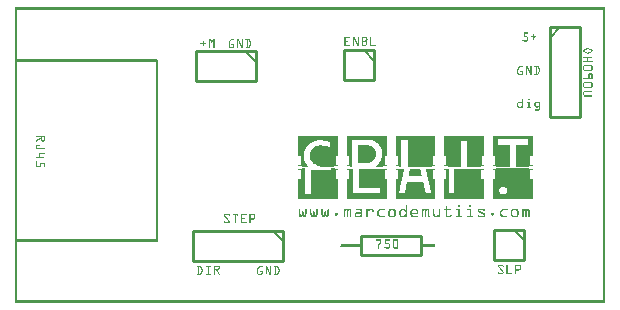
<source format=gto>
G04 MADE WITH FRITZING*
G04 WWW.FRITZING.ORG*
G04 DOUBLE SIDED*
G04 HOLES PLATED*
G04 CONTOUR ON CENTER OF CONTOUR VECTOR*
%ASAXBY*%
%FSLAX23Y23*%
%MOIN*%
%OFA0B0*%
%SFA1.0B1.0*%
%ADD10C,0.010000*%
%ADD11C,0.005000*%
%ADD12R,0.001000X0.001000*%
%LNSILK1*%
G90*
G70*
G54D10*
X1153Y224D02*
X1353Y224D01*
D02*
X1353Y224D02*
X1353Y158D01*
D02*
X1353Y158D02*
X1153Y158D01*
D02*
X1153Y158D02*
X1153Y224D01*
D02*
X1197Y841D02*
X1097Y841D01*
D02*
X1097Y841D02*
X1097Y741D01*
D02*
X1097Y741D02*
X1197Y741D01*
D02*
X1197Y741D02*
X1197Y841D01*
G54D11*
D02*
X1162Y841D02*
X1197Y806D01*
G54D10*
D02*
X1697Y243D02*
X1597Y243D01*
D02*
X1597Y243D02*
X1597Y143D01*
D02*
X1597Y143D02*
X1697Y143D01*
D02*
X1697Y143D02*
X1697Y243D01*
G54D11*
D02*
X1662Y243D02*
X1697Y208D01*
G54D10*
D02*
X1782Y919D02*
X1782Y619D01*
D02*
X1782Y619D02*
X1882Y619D01*
D02*
X1882Y619D02*
X1882Y919D01*
D02*
X1882Y919D02*
X1782Y919D01*
G54D11*
D02*
X1782Y884D02*
X1817Y919D01*
G54D10*
D02*
X895Y240D02*
X595Y240D01*
D02*
X595Y240D02*
X595Y140D01*
D02*
X595Y140D02*
X895Y140D01*
D02*
X895Y140D02*
X895Y240D01*
G54D11*
D02*
X860Y240D02*
X895Y205D01*
G54D10*
D02*
X803Y838D02*
X603Y838D01*
D02*
X603Y838D02*
X603Y738D01*
D02*
X603Y738D02*
X803Y738D01*
D02*
X803Y738D02*
X803Y838D01*
G54D11*
D02*
X768Y838D02*
X803Y803D01*
G36*
X1106Y557D02*
X1106Y543D01*
X1179Y543D01*
X1179Y543D01*
X1181Y543D01*
X1181Y543D01*
X1182Y543D01*
X1182Y543D01*
X1184Y543D01*
X1184Y543D01*
X1184Y543D01*
X1184Y542D01*
X1185Y542D01*
X1185Y542D01*
X1186Y542D01*
X1186Y542D01*
X1187Y542D01*
X1187Y542D01*
X1188Y542D01*
X1188Y542D01*
X1188Y542D01*
X1188Y541D01*
X1189Y541D01*
X1189Y541D01*
X1190Y541D01*
X1190Y541D01*
X1190Y541D01*
X1190Y541D01*
X1191Y541D01*
X1191Y541D01*
X1191Y541D01*
X1191Y541D01*
X1192Y541D01*
X1192Y540D01*
X1192Y540D01*
X1192Y540D01*
X1193Y540D01*
X1193Y540D01*
X1193Y540D01*
X1193Y540D01*
X1194Y540D01*
X1194Y540D01*
X1194Y540D01*
X1194Y539D01*
X1195Y539D01*
X1195Y539D01*
X1195Y539D01*
X1195Y539D01*
X1196Y539D01*
X1196Y539D01*
X1196Y539D01*
X1196Y539D01*
X1196Y539D01*
X1196Y538D01*
X1197Y538D01*
X1197Y538D01*
X1197Y538D01*
X1197Y538D01*
X1198Y538D01*
X1198Y538D01*
X1198Y538D01*
X1198Y538D01*
X1198Y538D01*
X1198Y538D01*
X1199Y538D01*
X1199Y537D01*
X1199Y537D01*
X1199Y537D01*
X1200Y537D01*
X1200Y537D01*
X1200Y537D01*
X1200Y537D01*
X1200Y537D01*
X1200Y537D01*
X1201Y537D01*
X1201Y536D01*
X1201Y536D01*
X1201Y536D01*
X1201Y536D01*
X1201Y536D01*
X1201Y536D01*
X1201Y536D01*
X1202Y536D01*
X1202Y536D01*
X1202Y536D01*
X1202Y535D01*
X1202Y535D01*
X1202Y535D01*
X1203Y535D01*
X1203Y535D01*
X1203Y535D01*
X1203Y535D01*
X1203Y535D01*
X1203Y535D01*
X1204Y535D01*
X1204Y535D01*
X1204Y535D01*
X1204Y534D01*
X1204Y534D01*
X1204Y534D01*
X1205Y534D01*
X1205Y534D01*
X1205Y534D01*
X1205Y534D01*
X1205Y534D01*
X1205Y534D01*
X1205Y534D01*
X1205Y533D01*
X1206Y533D01*
X1206Y533D01*
X1206Y533D01*
X1206Y533D01*
X1206Y533D01*
X1206Y533D01*
X1206Y533D01*
X1206Y533D01*
X1207Y533D01*
X1207Y532D01*
X1207Y532D01*
X1207Y532D01*
X1207Y532D01*
X1207Y532D01*
X1207Y532D01*
X1207Y532D01*
X1208Y532D01*
X1208Y532D01*
X1208Y532D01*
X1208Y531D01*
X1208Y531D01*
X1208Y531D01*
X1208Y531D01*
X1208Y531D01*
X1208Y531D01*
X1208Y531D01*
X1209Y531D01*
X1209Y531D01*
X1209Y531D01*
X1209Y531D01*
X1209Y531D01*
X1209Y530D01*
X1209Y530D01*
X1209Y530D01*
X1209Y530D01*
X1209Y530D01*
X1210Y530D01*
X1210Y530D01*
X1210Y530D01*
X1210Y530D01*
X1210Y530D01*
X1210Y529D01*
X1210Y529D01*
X1210Y529D01*
X1211Y529D01*
X1211Y529D01*
X1211Y529D01*
X1211Y529D01*
X1211Y529D01*
X1211Y529D01*
X1211Y529D01*
X1211Y528D01*
X1211Y528D01*
X1211Y528D01*
X1211Y528D01*
X1211Y528D01*
X1212Y528D01*
X1212Y528D01*
X1212Y528D01*
X1212Y528D01*
X1212Y528D01*
X1212Y528D01*
X1212Y528D01*
X1212Y527D01*
X1212Y527D01*
X1212Y527D01*
X1213Y527D01*
X1213Y527D01*
X1213Y527D01*
X1213Y527D01*
X1213Y527D01*
X1213Y526D01*
X1213Y526D01*
X1213Y526D01*
X1213Y526D01*
X1213Y526D01*
X1214Y526D01*
X1214Y526D01*
X1214Y526D01*
X1214Y525D01*
X1214Y525D01*
X1214Y525D01*
X1214Y525D01*
X1214Y525D01*
X1214Y525D01*
X1214Y525D01*
X1215Y525D01*
X1215Y524D01*
X1215Y524D01*
X1215Y524D01*
X1215Y524D01*
X1215Y524D01*
X1215Y524D01*
X1215Y524D01*
X1215Y524D01*
X1215Y524D01*
X1215Y524D01*
X1215Y523D01*
X1216Y523D01*
X1216Y523D01*
X1216Y523D01*
X1216Y523D01*
X1216Y523D01*
X1216Y522D01*
X1216Y522D01*
X1216Y522D01*
X1216Y522D01*
X1216Y522D01*
X1217Y522D01*
X1217Y521D01*
X1217Y521D01*
X1217Y521D01*
X1217Y521D01*
X1217Y521D01*
X1217Y521D01*
X1217Y521D01*
X1217Y521D01*
X1217Y520D01*
X1218Y520D01*
X1218Y520D01*
X1218Y520D01*
X1218Y520D01*
X1218Y520D01*
X1218Y519D01*
X1218Y519D01*
X1218Y519D01*
X1218Y519D01*
X1218Y519D01*
X1218Y519D01*
X1218Y518D01*
X1219Y518D01*
X1219Y518D01*
X1219Y518D01*
X1219Y518D01*
X1219Y518D01*
X1219Y517D01*
X1219Y517D01*
X1219Y517D01*
X1219Y517D01*
X1219Y516D01*
X1220Y516D01*
X1220Y516D01*
X1220Y516D01*
X1220Y515D01*
X1220Y515D01*
X1220Y515D01*
X1220Y515D01*
X1220Y514D01*
X1220Y514D01*
X1220Y514D01*
X1221Y514D01*
X1221Y514D01*
X1221Y514D01*
X1221Y513D01*
X1221Y513D01*
X1221Y512D01*
X1221Y512D01*
X1221Y512D01*
X1221Y512D01*
X1221Y511D01*
X1222Y511D01*
X1222Y511D01*
X1222Y511D01*
X1222Y510D01*
X1222Y510D01*
X1222Y509D01*
X1222Y509D01*
X1222Y508D01*
X1222Y508D01*
X1222Y508D01*
X1222Y508D01*
X1222Y507D01*
X1223Y507D01*
X1223Y506D01*
X1223Y506D01*
X1223Y505D01*
X1223Y505D01*
X1223Y503D01*
X1223Y503D01*
X1223Y502D01*
X1223Y502D01*
X1223Y499D01*
X1224Y499D01*
X1224Y494D01*
X1223Y494D01*
X1223Y491D01*
X1223Y491D01*
X1223Y489D01*
X1223Y489D01*
X1223Y488D01*
X1223Y488D01*
X1223Y487D01*
X1223Y487D01*
X1223Y485D01*
X1222Y485D01*
X1222Y484D01*
X1222Y484D01*
X1222Y484D01*
X1222Y484D01*
X1222Y483D01*
X1222Y483D01*
X1222Y482D01*
X1222Y482D01*
X1222Y481D01*
X1222Y481D01*
X1222Y481D01*
X1221Y481D01*
X1221Y480D01*
X1221Y480D01*
X1221Y480D01*
X1221Y480D01*
X1221Y479D01*
X1221Y479D01*
X1221Y478D01*
X1221Y478D01*
X1221Y478D01*
X1220Y478D01*
X1220Y477D01*
X1220Y477D01*
X1220Y477D01*
X1220Y477D01*
X1220Y477D01*
X1220Y477D01*
X1220Y476D01*
X1220Y476D01*
X1220Y476D01*
X1219Y476D01*
X1219Y475D01*
X1219Y475D01*
X1219Y475D01*
X1219Y475D01*
X1219Y474D01*
X1219Y474D01*
X1219Y474D01*
X1219Y474D01*
X1219Y473D01*
X1218Y473D01*
X1218Y473D01*
X1218Y473D01*
X1218Y473D01*
X1218Y473D01*
X1218Y472D01*
X1218Y472D01*
X1218Y472D01*
X1218Y472D01*
X1218Y472D01*
X1218Y472D01*
X1218Y471D01*
X1217Y471D01*
X1217Y471D01*
X1217Y471D01*
X1217Y471D01*
X1217Y471D01*
X1217Y470D01*
X1217Y470D01*
X1217Y470D01*
X1217Y470D01*
X1217Y470D01*
X1216Y470D01*
X1216Y469D01*
X1216Y469D01*
X1216Y469D01*
X1216Y469D01*
X1216Y469D01*
X1216Y469D01*
X1216Y468D01*
X1216Y468D01*
X1216Y468D01*
X1215Y468D01*
X1215Y468D01*
X1215Y468D01*
X1215Y468D01*
X1215Y468D01*
X1215Y467D01*
X1215Y467D01*
X1215Y467D01*
X1215Y467D01*
X1215Y467D01*
X1215Y467D01*
X1215Y466D01*
X1214Y466D01*
X1214Y466D01*
X1214Y466D01*
X1214Y466D01*
X1214Y466D01*
X1214Y466D01*
X1214Y466D01*
X1214Y465D01*
X1214Y465D01*
X1214Y465D01*
X1213Y465D01*
X1213Y465D01*
X1213Y465D01*
X1213Y465D01*
X1213Y465D01*
X1213Y464D01*
X1213Y464D01*
X1213Y464D01*
X1213Y464D01*
X1213Y464D01*
X1212Y464D01*
X1212Y464D01*
X1212Y464D01*
X1212Y463D01*
X1212Y463D01*
X1212Y463D01*
X1212Y463D01*
X1212Y463D01*
X1212Y463D01*
X1212Y463D01*
X1211Y463D01*
X1211Y463D01*
X1211Y463D01*
X1211Y462D01*
X1211Y462D01*
X1211Y462D01*
X1211Y462D01*
X1211Y462D01*
X1211Y462D01*
X1211Y462D01*
X1211Y462D01*
X1211Y462D01*
X1210Y462D01*
X1210Y461D01*
X1210Y461D01*
X1210Y461D01*
X1210Y461D01*
X1210Y461D01*
X1210Y461D01*
X1210Y461D01*
X1210Y461D01*
X1210Y461D01*
X1209Y461D01*
X1209Y460D01*
X1209Y460D01*
X1209Y460D01*
X1209Y460D01*
X1209Y460D01*
X1209Y460D01*
X1209Y460D01*
X1209Y460D01*
X1209Y460D01*
X1208Y460D01*
X1208Y460D01*
X1208Y460D01*
X1208Y459D01*
X1208Y459D01*
X1208Y459D01*
X1208Y459D01*
X1208Y459D01*
X1208Y459D01*
X1208Y459D01*
X1208Y459D01*
X1208Y459D01*
X1207Y459D01*
X1207Y458D01*
X1207Y458D01*
X1207Y458D01*
X1207Y458D01*
X1207Y458D01*
X1207Y458D01*
X1207Y458D01*
X1206Y458D01*
X1206Y458D01*
X1206Y458D01*
X1206Y457D01*
X1206Y457D01*
X1206Y457D01*
X1206Y457D01*
X1206Y457D01*
X1206Y457D01*
X1206Y457D01*
X1205Y457D01*
X1205Y457D01*
X1205Y457D01*
X1205Y456D01*
X1205Y456D01*
X1205Y456D01*
X1205Y456D01*
X1205Y456D01*
X1204Y456D01*
X1204Y456D01*
X1204Y456D01*
X1204Y456D01*
X1204Y456D01*
X1204Y456D01*
X1204Y456D01*
X1204Y455D01*
X1203Y455D01*
X1203Y455D01*
X1203Y455D01*
X1203Y455D01*
X1203Y455D01*
X1203Y455D01*
X1202Y455D01*
X1202Y455D01*
X1202Y455D01*
X1202Y454D01*
X1202Y454D01*
X1202Y454D01*
X1227Y454D01*
X1227Y455D01*
X1227Y455D01*
X1227Y456D01*
X1239Y456D01*
X1239Y459D01*
X1232Y459D01*
X1232Y468D01*
X1232Y468D01*
X1232Y490D01*
X1239Y490D01*
X1239Y557D01*
X1106Y557D01*
G37*
D02*
G36*
X1106Y543D02*
X1106Y490D01*
X1114Y490D01*
X1114Y459D01*
X1106Y459D01*
X1106Y456D01*
X1118Y456D01*
X1118Y454D01*
X1122Y454D01*
X1122Y543D01*
X1106Y543D01*
G37*
D02*
G36*
X1269Y557D02*
X1269Y543D01*
X1309Y543D01*
X1309Y454D01*
X1389Y454D01*
X1389Y456D01*
X1401Y456D01*
X1401Y459D01*
X1394Y459D01*
X1394Y463D01*
X1394Y463D01*
X1394Y490D01*
X1401Y490D01*
X1401Y557D01*
X1269Y557D01*
G37*
D02*
G36*
X1269Y543D02*
X1269Y490D01*
X1276Y490D01*
X1276Y459D01*
X1269Y459D01*
X1269Y456D01*
X1280Y456D01*
X1280Y455D01*
X1281Y455D01*
X1281Y454D01*
X1288Y454D01*
X1288Y543D01*
X1269Y543D01*
G37*
D02*
G36*
X1431Y557D02*
X1431Y540D01*
X1506Y540D01*
X1506Y454D01*
X1552Y454D01*
X1552Y456D01*
X1563Y456D01*
X1563Y459D01*
X1556Y459D01*
X1556Y490D01*
X1563Y490D01*
X1563Y557D01*
X1431Y557D01*
G37*
D02*
G36*
X1431Y540D02*
X1431Y490D01*
X1438Y490D01*
X1438Y459D01*
X1431Y459D01*
X1431Y456D01*
X1443Y456D01*
X1443Y454D01*
X1486Y454D01*
X1486Y540D01*
X1431Y540D01*
G37*
D02*
G36*
X1593Y557D02*
X1593Y545D01*
X1710Y545D01*
X1710Y526D01*
X1670Y526D01*
X1670Y454D01*
X1714Y454D01*
X1714Y456D01*
X1726Y456D01*
X1726Y459D01*
X1718Y459D01*
X1718Y490D01*
X1726Y490D01*
X1726Y557D01*
X1593Y557D01*
G37*
D02*
G36*
X1593Y545D02*
X1593Y490D01*
X1600Y490D01*
X1600Y469D01*
X1600Y469D01*
X1600Y459D01*
X1593Y459D01*
X1593Y456D01*
X1605Y456D01*
X1605Y455D01*
X1605Y455D01*
X1605Y454D01*
X1650Y454D01*
X1650Y526D01*
X1609Y526D01*
X1609Y545D01*
X1593Y545D01*
G37*
D02*
G36*
X1143Y525D02*
X1143Y466D01*
X1177Y466D01*
X1177Y466D01*
X1179Y466D01*
X1179Y466D01*
X1180Y466D01*
X1180Y466D01*
X1181Y466D01*
X1181Y467D01*
X1181Y467D01*
X1181Y467D01*
X1182Y467D01*
X1182Y467D01*
X1183Y467D01*
X1183Y467D01*
X1184Y467D01*
X1184Y467D01*
X1184Y467D01*
X1184Y468D01*
X1185Y468D01*
X1185Y468D01*
X1185Y468D01*
X1185Y468D01*
X1186Y468D01*
X1186Y468D01*
X1186Y468D01*
X1186Y468D01*
X1187Y468D01*
X1187Y469D01*
X1187Y469D01*
X1187Y469D01*
X1188Y469D01*
X1188Y469D01*
X1188Y469D01*
X1188Y469D01*
X1188Y469D01*
X1188Y469D01*
X1189Y469D01*
X1189Y470D01*
X1189Y470D01*
X1189Y470D01*
X1189Y470D01*
X1189Y470D01*
X1190Y470D01*
X1190Y470D01*
X1190Y470D01*
X1190Y470D01*
X1190Y470D01*
X1190Y470D01*
X1191Y470D01*
X1191Y471D01*
X1191Y471D01*
X1191Y471D01*
X1191Y471D01*
X1191Y471D01*
X1191Y471D01*
X1191Y471D01*
X1192Y471D01*
X1192Y471D01*
X1192Y471D01*
X1192Y472D01*
X1192Y472D01*
X1192Y472D01*
X1192Y472D01*
X1192Y472D01*
X1193Y472D01*
X1193Y472D01*
X1193Y472D01*
X1193Y472D01*
X1193Y472D01*
X1193Y473D01*
X1194Y473D01*
X1194Y473D01*
X1194Y473D01*
X1194Y473D01*
X1194Y473D01*
X1194Y473D01*
X1194Y473D01*
X1194Y473D01*
X1194Y473D01*
X1194Y473D01*
X1194Y473D01*
X1194Y474D01*
X1195Y474D01*
X1195Y474D01*
X1195Y474D01*
X1195Y474D01*
X1195Y474D01*
X1195Y474D01*
X1195Y474D01*
X1195Y474D01*
X1195Y474D01*
X1195Y475D01*
X1196Y475D01*
X1196Y475D01*
X1196Y475D01*
X1196Y475D01*
X1196Y475D01*
X1196Y475D01*
X1196Y475D01*
X1196Y475D01*
X1196Y475D01*
X1196Y476D01*
X1197Y476D01*
X1197Y476D01*
X1197Y476D01*
X1197Y476D01*
X1197Y476D01*
X1197Y476D01*
X1197Y476D01*
X1197Y477D01*
X1197Y477D01*
X1197Y477D01*
X1198Y477D01*
X1198Y477D01*
X1198Y477D01*
X1198Y477D01*
X1198Y477D01*
X1198Y477D01*
X1198Y477D01*
X1198Y478D01*
X1198Y478D01*
X1198Y478D01*
X1198Y478D01*
X1198Y478D01*
X1199Y478D01*
X1199Y479D01*
X1199Y479D01*
X1199Y479D01*
X1199Y479D01*
X1199Y479D01*
X1199Y479D01*
X1199Y480D01*
X1199Y480D01*
X1199Y480D01*
X1200Y480D01*
X1200Y480D01*
X1200Y480D01*
X1200Y481D01*
X1200Y481D01*
X1200Y481D01*
X1200Y481D01*
X1200Y481D01*
X1200Y481D01*
X1200Y482D01*
X1201Y482D01*
X1201Y482D01*
X1201Y482D01*
X1201Y483D01*
X1201Y483D01*
X1201Y483D01*
X1201Y483D01*
X1201Y484D01*
X1201Y484D01*
X1201Y484D01*
X1201Y484D01*
X1201Y485D01*
X1202Y485D01*
X1202Y486D01*
X1202Y486D01*
X1202Y486D01*
X1202Y486D01*
X1202Y487D01*
X1202Y487D01*
X1202Y488D01*
X1202Y488D01*
X1202Y489D01*
X1203Y489D01*
X1203Y490D01*
X1203Y490D01*
X1203Y492D01*
X1203Y492D01*
X1203Y498D01*
X1203Y498D01*
X1203Y500D01*
X1203Y500D01*
X1203Y501D01*
X1202Y501D01*
X1202Y502D01*
X1202Y502D01*
X1202Y503D01*
X1202Y503D01*
X1202Y504D01*
X1202Y504D01*
X1202Y505D01*
X1202Y505D01*
X1202Y505D01*
X1201Y505D01*
X1201Y506D01*
X1201Y506D01*
X1201Y507D01*
X1201Y507D01*
X1201Y507D01*
X1201Y507D01*
X1201Y507D01*
X1201Y507D01*
X1201Y508D01*
X1201Y508D01*
X1201Y508D01*
X1200Y508D01*
X1200Y509D01*
X1200Y509D01*
X1200Y509D01*
X1200Y509D01*
X1200Y510D01*
X1200Y510D01*
X1200Y510D01*
X1200Y510D01*
X1200Y511D01*
X1199Y511D01*
X1199Y511D01*
X1199Y511D01*
X1199Y511D01*
X1199Y511D01*
X1199Y511D01*
X1199Y511D01*
X1199Y512D01*
X1199Y512D01*
X1199Y512D01*
X1198Y512D01*
X1198Y512D01*
X1198Y512D01*
X1198Y513D01*
X1198Y513D01*
X1198Y513D01*
X1198Y513D01*
X1198Y513D01*
X1198Y513D01*
X1198Y514D01*
X1198Y514D01*
X1198Y514D01*
X1197Y514D01*
X1197Y514D01*
X1197Y514D01*
X1197Y514D01*
X1197Y514D01*
X1197Y514D01*
X1197Y514D01*
X1197Y515D01*
X1197Y515D01*
X1197Y515D01*
X1196Y515D01*
X1196Y515D01*
X1196Y515D01*
X1196Y515D01*
X1196Y515D01*
X1196Y516D01*
X1196Y516D01*
X1196Y516D01*
X1196Y516D01*
X1196Y516D01*
X1195Y516D01*
X1195Y516D01*
X1195Y516D01*
X1195Y516D01*
X1195Y516D01*
X1195Y517D01*
X1195Y517D01*
X1195Y517D01*
X1195Y517D01*
X1195Y517D01*
X1194Y517D01*
X1194Y517D01*
X1194Y517D01*
X1194Y517D01*
X1194Y517D01*
X1194Y518D01*
X1194Y518D01*
X1194Y518D01*
X1194Y518D01*
X1194Y518D01*
X1193Y518D01*
X1193Y518D01*
X1193Y518D01*
X1193Y518D01*
X1193Y518D01*
X1193Y518D01*
X1193Y518D01*
X1193Y519D01*
X1192Y519D01*
X1192Y519D01*
X1192Y519D01*
X1192Y519D01*
X1192Y519D01*
X1192Y519D01*
X1192Y519D01*
X1192Y519D01*
X1191Y519D01*
X1191Y520D01*
X1191Y520D01*
X1191Y520D01*
X1191Y520D01*
X1191Y520D01*
X1191Y520D01*
X1191Y520D01*
X1190Y520D01*
X1190Y520D01*
X1190Y520D01*
X1190Y521D01*
X1190Y521D01*
X1190Y521D01*
X1189Y521D01*
X1189Y521D01*
X1189Y521D01*
X1189Y521D01*
X1189Y521D01*
X1189Y521D01*
X1188Y521D01*
X1188Y521D01*
X1188Y521D01*
X1188Y522D01*
X1188Y522D01*
X1188Y522D01*
X1187Y522D01*
X1187Y522D01*
X1187Y522D01*
X1187Y522D01*
X1186Y522D01*
X1186Y522D01*
X1186Y522D01*
X1186Y523D01*
X1186Y523D01*
X1186Y523D01*
X1185Y523D01*
X1185Y523D01*
X1185Y523D01*
X1185Y523D01*
X1184Y523D01*
X1184Y523D01*
X1184Y523D01*
X1184Y524D01*
X1183Y524D01*
X1183Y524D01*
X1182Y524D01*
X1182Y524D01*
X1182Y524D01*
X1182Y524D01*
X1181Y524D01*
X1181Y524D01*
X1180Y524D01*
X1180Y524D01*
X1179Y524D01*
X1179Y525D01*
X1178Y525D01*
X1178Y525D01*
X1177Y525D01*
X1177Y525D01*
X1143Y525D01*
G37*
D02*
G36*
X944Y557D02*
X944Y541D01*
X1019Y541D01*
X1019Y541D01*
X1023Y541D01*
X1023Y541D01*
X1025Y541D01*
X1025Y541D01*
X1027Y541D01*
X1027Y541D01*
X1028Y541D01*
X1028Y540D01*
X1030Y540D01*
X1030Y540D01*
X1031Y540D01*
X1031Y540D01*
X1032Y540D01*
X1032Y540D01*
X1033Y540D01*
X1033Y540D01*
X1034Y540D01*
X1034Y539D01*
X1035Y539D01*
X1035Y539D01*
X1036Y539D01*
X1036Y539D01*
X1037Y539D01*
X1037Y539D01*
X1037Y539D01*
X1037Y539D01*
X1038Y539D01*
X1038Y538D01*
X1039Y538D01*
X1039Y538D01*
X1040Y538D01*
X1040Y538D01*
X1040Y538D01*
X1040Y538D01*
X1041Y538D01*
X1041Y538D01*
X1041Y538D01*
X1041Y538D01*
X1042Y538D01*
X1042Y537D01*
X1043Y537D01*
X1043Y537D01*
X1043Y537D01*
X1043Y537D01*
X1044Y537D01*
X1044Y537D01*
X1044Y537D01*
X1044Y537D01*
X1045Y537D01*
X1045Y536D01*
X1045Y536D01*
X1045Y536D01*
X1046Y536D01*
X1046Y536D01*
X1046Y536D01*
X1046Y536D01*
X1047Y536D01*
X1047Y536D01*
X1047Y536D01*
X1047Y535D01*
X1048Y535D01*
X1048Y535D01*
X1048Y535D01*
X1048Y535D01*
X1048Y535D01*
X1048Y535D01*
X1049Y535D01*
X1049Y535D01*
X1049Y535D01*
X1049Y535D01*
X1050Y535D01*
X1050Y534D01*
X1050Y534D01*
X1050Y534D01*
X1050Y534D01*
X1050Y534D01*
X1051Y534D01*
X1051Y534D01*
X1051Y534D01*
X1051Y534D01*
X1051Y534D01*
X1051Y516D01*
X1077Y516D01*
X1077Y557D01*
X944Y557D01*
G37*
D02*
G36*
X944Y541D02*
X944Y490D01*
X952Y490D01*
X952Y489D01*
X952Y489D01*
X952Y459D01*
X944Y459D01*
X944Y456D01*
X956Y456D01*
X956Y454D01*
X978Y454D01*
X978Y454D01*
X978Y454D01*
X978Y455D01*
X977Y455D01*
X977Y455D01*
X977Y455D01*
X977Y455D01*
X977Y455D01*
X977Y455D01*
X977Y455D01*
X977Y456D01*
X977Y456D01*
X977Y456D01*
X976Y456D01*
X976Y456D01*
X976Y456D01*
X976Y456D01*
X976Y456D01*
X976Y456D01*
X976Y456D01*
X976Y457D01*
X976Y457D01*
X976Y457D01*
X976Y457D01*
X976Y457D01*
X975Y457D01*
X975Y457D01*
X975Y457D01*
X975Y458D01*
X975Y458D01*
X975Y458D01*
X975Y458D01*
X975Y458D01*
X975Y458D01*
X975Y458D01*
X974Y458D01*
X974Y459D01*
X974Y459D01*
X974Y459D01*
X974Y459D01*
X974Y459D01*
X974Y459D01*
X974Y459D01*
X974Y459D01*
X974Y460D01*
X973Y460D01*
X973Y460D01*
X973Y460D01*
X973Y460D01*
X973Y460D01*
X973Y460D01*
X973Y460D01*
X973Y460D01*
X973Y460D01*
X973Y461D01*
X973Y461D01*
X973Y461D01*
X972Y461D01*
X972Y461D01*
X972Y461D01*
X972Y461D01*
X972Y461D01*
X972Y462D01*
X972Y462D01*
X972Y462D01*
X972Y462D01*
X972Y462D01*
X971Y462D01*
X971Y463D01*
X971Y463D01*
X971Y463D01*
X971Y463D01*
X971Y463D01*
X971Y463D01*
X971Y463D01*
X971Y463D01*
X971Y463D01*
X970Y463D01*
X970Y464D01*
X970Y464D01*
X970Y464D01*
X970Y464D01*
X970Y464D01*
X970Y464D01*
X970Y465D01*
X970Y465D01*
X970Y465D01*
X969Y465D01*
X969Y465D01*
X969Y465D01*
X969Y466D01*
X969Y466D01*
X969Y466D01*
X969Y466D01*
X969Y466D01*
X969Y466D01*
X969Y466D01*
X969Y466D01*
X969Y467D01*
X968Y467D01*
X968Y467D01*
X968Y467D01*
X968Y468D01*
X968Y468D01*
X968Y468D01*
X968Y468D01*
X968Y468D01*
X968Y468D01*
X968Y469D01*
X967Y469D01*
X967Y469D01*
X967Y469D01*
X967Y470D01*
X967Y470D01*
X967Y470D01*
X967Y470D01*
X967Y470D01*
X967Y470D01*
X967Y471D01*
X966Y471D01*
X966Y471D01*
X966Y471D01*
X966Y472D01*
X966Y472D01*
X966Y472D01*
X966Y472D01*
X966Y473D01*
X966Y473D01*
X966Y473D01*
X966Y473D01*
X966Y474D01*
X965Y474D01*
X965Y474D01*
X965Y474D01*
X965Y475D01*
X965Y475D01*
X965Y476D01*
X965Y476D01*
X965Y476D01*
X965Y476D01*
X965Y477D01*
X964Y477D01*
X964Y478D01*
X964Y478D01*
X964Y479D01*
X964Y479D01*
X964Y480D01*
X964Y480D01*
X964Y481D01*
X964Y481D01*
X964Y483D01*
X963Y483D01*
X963Y485D01*
X963Y485D01*
X963Y494D01*
X963Y494D01*
X963Y496D01*
X964Y496D01*
X964Y497D01*
X964Y497D01*
X964Y499D01*
X964Y499D01*
X964Y500D01*
X964Y500D01*
X964Y500D01*
X964Y500D01*
X964Y501D01*
X965Y501D01*
X965Y502D01*
X965Y502D01*
X965Y503D01*
X965Y503D01*
X965Y504D01*
X965Y504D01*
X965Y504D01*
X965Y504D01*
X965Y505D01*
X966Y505D01*
X966Y506D01*
X966Y506D01*
X966Y506D01*
X966Y506D01*
X966Y507D01*
X966Y507D01*
X966Y507D01*
X966Y507D01*
X966Y508D01*
X966Y508D01*
X966Y508D01*
X967Y508D01*
X967Y509D01*
X967Y509D01*
X967Y509D01*
X967Y509D01*
X967Y510D01*
X967Y510D01*
X967Y510D01*
X967Y510D01*
X967Y511D01*
X968Y511D01*
X968Y511D01*
X968Y511D01*
X968Y511D01*
X968Y511D01*
X968Y512D01*
X968Y512D01*
X968Y512D01*
X968Y512D01*
X968Y512D01*
X969Y512D01*
X969Y513D01*
X969Y513D01*
X969Y513D01*
X969Y513D01*
X969Y514D01*
X969Y514D01*
X969Y514D01*
X969Y514D01*
X969Y514D01*
X969Y514D01*
X969Y515D01*
X970Y515D01*
X970Y515D01*
X970Y515D01*
X970Y515D01*
X970Y515D01*
X970Y516D01*
X970Y516D01*
X970Y516D01*
X970Y516D01*
X970Y516D01*
X971Y516D01*
X971Y517D01*
X971Y517D01*
X971Y517D01*
X971Y517D01*
X971Y517D01*
X971Y517D01*
X971Y518D01*
X971Y518D01*
X971Y518D01*
X972Y518D01*
X972Y518D01*
X972Y518D01*
X972Y518D01*
X972Y518D01*
X972Y519D01*
X972Y519D01*
X972Y519D01*
X972Y519D01*
X972Y519D01*
X973Y519D01*
X973Y519D01*
X973Y519D01*
X973Y520D01*
X973Y520D01*
X973Y520D01*
X973Y520D01*
X973Y520D01*
X973Y520D01*
X973Y520D01*
X973Y520D01*
X973Y521D01*
X974Y521D01*
X974Y521D01*
X974Y521D01*
X974Y521D01*
X974Y521D01*
X974Y521D01*
X974Y521D01*
X974Y522D01*
X974Y522D01*
X974Y522D01*
X975Y522D01*
X975Y522D01*
X975Y522D01*
X975Y522D01*
X975Y522D01*
X975Y522D01*
X975Y522D01*
X975Y523D01*
X975Y523D01*
X975Y523D01*
X976Y523D01*
X976Y523D01*
X976Y523D01*
X976Y523D01*
X976Y523D01*
X976Y524D01*
X976Y524D01*
X976Y524D01*
X976Y524D01*
X976Y524D01*
X976Y524D01*
X976Y524D01*
X977Y524D01*
X977Y524D01*
X977Y524D01*
X977Y525D01*
X977Y525D01*
X977Y525D01*
X977Y525D01*
X977Y525D01*
X977Y525D01*
X977Y525D01*
X978Y525D01*
X978Y525D01*
X978Y525D01*
X978Y526D01*
X978Y526D01*
X978Y526D01*
X978Y526D01*
X978Y526D01*
X978Y526D01*
X978Y526D01*
X979Y526D01*
X979Y526D01*
X979Y526D01*
X979Y527D01*
X979Y527D01*
X979Y527D01*
X979Y527D01*
X979Y527D01*
X979Y527D01*
X979Y527D01*
X979Y527D01*
X979Y527D01*
X980Y527D01*
X980Y528D01*
X980Y528D01*
X980Y528D01*
X980Y528D01*
X980Y528D01*
X980Y528D01*
X980Y528D01*
X981Y528D01*
X981Y528D01*
X981Y528D01*
X981Y528D01*
X981Y528D01*
X981Y529D01*
X981Y529D01*
X981Y529D01*
X982Y529D01*
X982Y529D01*
X982Y529D01*
X982Y529D01*
X982Y529D01*
X982Y529D01*
X982Y529D01*
X982Y530D01*
X983Y530D01*
X983Y530D01*
X983Y530D01*
X983Y530D01*
X983Y530D01*
X983Y530D01*
X983Y530D01*
X983Y530D01*
X983Y530D01*
X983Y531D01*
X984Y531D01*
X984Y531D01*
X984Y531D01*
X984Y531D01*
X984Y531D01*
X984Y531D01*
X984Y531D01*
X984Y531D01*
X985Y531D01*
X985Y531D01*
X985Y531D01*
X985Y532D01*
X985Y532D01*
X985Y532D01*
X986Y532D01*
X986Y532D01*
X986Y532D01*
X986Y532D01*
X986Y532D01*
X986Y532D01*
X986Y532D01*
X986Y533D01*
X987Y533D01*
X987Y533D01*
X987Y533D01*
X987Y533D01*
X987Y533D01*
X987Y533D01*
X987Y533D01*
X987Y533D01*
X988Y533D01*
X988Y534D01*
X988Y534D01*
X988Y534D01*
X988Y534D01*
X988Y534D01*
X989Y534D01*
X989Y534D01*
X989Y534D01*
X989Y534D01*
X989Y534D01*
X989Y535D01*
X990Y535D01*
X990Y535D01*
X990Y535D01*
X990Y535D01*
X990Y535D01*
X990Y535D01*
X991Y535D01*
X991Y535D01*
X991Y535D01*
X991Y535D01*
X991Y535D01*
X991Y536D01*
X992Y536D01*
X992Y536D01*
X992Y536D01*
X992Y536D01*
X993Y536D01*
X993Y536D01*
X993Y536D01*
X993Y536D01*
X993Y536D01*
X993Y537D01*
X994Y537D01*
X994Y537D01*
X994Y537D01*
X994Y537D01*
X995Y537D01*
X995Y537D01*
X995Y537D01*
X995Y537D01*
X996Y537D01*
X996Y538D01*
X996Y538D01*
X996Y538D01*
X996Y538D01*
X996Y538D01*
X997Y538D01*
X997Y538D01*
X997Y538D01*
X997Y538D01*
X998Y538D01*
X998Y538D01*
X999Y538D01*
X999Y539D01*
X999Y539D01*
X999Y539D01*
X1000Y539D01*
X1000Y539D01*
X1000Y539D01*
X1000Y539D01*
X1001Y539D01*
X1001Y539D01*
X1002Y539D01*
X1002Y540D01*
X1002Y540D01*
X1002Y540D01*
X1003Y540D01*
X1003Y540D01*
X1004Y540D01*
X1004Y540D01*
X1005Y540D01*
X1005Y540D01*
X1006Y540D01*
X1006Y541D01*
X1007Y541D01*
X1007Y541D01*
X1008Y541D01*
X1008Y541D01*
X1009Y541D01*
X1009Y541D01*
X1012Y541D01*
X1012Y541D01*
X944Y541D01*
G37*
D02*
G36*
X1017Y525D02*
X1017Y525D01*
X1014Y525D01*
X1014Y524D01*
X1013Y524D01*
X1013Y524D01*
X1011Y524D01*
X1011Y524D01*
X1010Y524D01*
X1010Y524D01*
X1010Y524D01*
X1010Y524D01*
X1009Y524D01*
X1009Y524D01*
X1008Y524D01*
X1008Y523D01*
X1008Y523D01*
X1008Y523D01*
X1007Y523D01*
X1007Y523D01*
X1007Y523D01*
X1007Y523D01*
X1006Y523D01*
X1006Y523D01*
X1005Y523D01*
X1005Y522D01*
X1005Y522D01*
X1005Y522D01*
X1004Y522D01*
X1004Y522D01*
X1004Y522D01*
X1004Y522D01*
X1003Y522D01*
X1003Y522D01*
X1003Y522D01*
X1003Y521D01*
X1003Y521D01*
X1003Y521D01*
X1002Y521D01*
X1002Y521D01*
X1002Y521D01*
X1002Y521D01*
X1002Y521D01*
X1002Y521D01*
X1001Y521D01*
X1001Y521D01*
X1001Y521D01*
X1001Y520D01*
X1000Y520D01*
X1000Y520D01*
X1000Y520D01*
X1000Y520D01*
X1000Y520D01*
X1000Y520D01*
X1000Y520D01*
X1000Y520D01*
X999Y520D01*
X999Y519D01*
X999Y519D01*
X999Y519D01*
X999Y519D01*
X999Y519D01*
X998Y519D01*
X998Y519D01*
X998Y519D01*
X998Y519D01*
X998Y519D01*
X998Y518D01*
X997Y518D01*
X997Y518D01*
X997Y518D01*
X997Y518D01*
X997Y518D01*
X997Y518D01*
X997Y518D01*
X997Y518D01*
X996Y518D01*
X996Y518D01*
X996Y518D01*
X996Y517D01*
X996Y517D01*
X996Y517D01*
X996Y517D01*
X996Y517D01*
X995Y517D01*
X995Y517D01*
X995Y517D01*
X995Y517D01*
X995Y517D01*
X995Y516D01*
X1051Y516D01*
X1051Y517D01*
X1051Y517D01*
X1051Y517D01*
X1051Y517D01*
X1051Y517D01*
X1050Y517D01*
X1050Y517D01*
X1050Y517D01*
X1050Y517D01*
X1050Y517D01*
X1050Y518D01*
X1050Y518D01*
X1050Y518D01*
X1049Y518D01*
X1049Y518D01*
X1049Y518D01*
X1049Y518D01*
X1049Y518D01*
X1049Y518D01*
X1049Y518D01*
X1049Y518D01*
X1048Y518D01*
X1048Y519D01*
X1048Y519D01*
X1048Y519D01*
X1048Y519D01*
X1048Y519D01*
X1047Y519D01*
X1047Y519D01*
X1047Y519D01*
X1047Y519D01*
X1047Y519D01*
X1047Y520D01*
X1046Y520D01*
X1046Y520D01*
X1046Y520D01*
X1046Y520D01*
X1045Y520D01*
X1045Y520D01*
X1045Y520D01*
X1045Y520D01*
X1044Y520D01*
X1044Y521D01*
X1044Y521D01*
X1044Y521D01*
X1043Y521D01*
X1043Y521D01*
X1043Y521D01*
X1043Y521D01*
X1042Y521D01*
X1042Y521D01*
X1042Y521D01*
X1042Y521D01*
X1041Y521D01*
X1041Y522D01*
X1041Y522D01*
X1041Y522D01*
X1040Y522D01*
X1040Y522D01*
X1039Y522D01*
X1039Y522D01*
X1038Y522D01*
X1038Y522D01*
X1038Y522D01*
X1038Y523D01*
X1037Y523D01*
X1037Y523D01*
X1036Y523D01*
X1036Y523D01*
X1035Y523D01*
X1035Y523D01*
X1034Y523D01*
X1034Y523D01*
X1033Y523D01*
X1033Y524D01*
X1032Y524D01*
X1032Y524D01*
X1031Y524D01*
X1031Y524D01*
X1030Y524D01*
X1030Y524D01*
X1028Y524D01*
X1028Y524D01*
X1026Y524D01*
X1026Y524D01*
X1024Y524D01*
X1024Y525D01*
X1021Y525D01*
X1021Y525D01*
X1017Y525D01*
G37*
D02*
G36*
X995Y516D02*
X995Y516D01*
X1077Y516D01*
X1077Y516D01*
X995Y516D01*
G37*
D02*
G36*
X995Y516D02*
X995Y516D01*
X1077Y516D01*
X1077Y516D01*
X995Y516D01*
G37*
D02*
G36*
X994Y516D02*
X994Y516D01*
X994Y516D01*
X994Y516D01*
X994Y516D01*
X994Y516D01*
X994Y516D01*
X994Y515D01*
X994Y515D01*
X994Y515D01*
X993Y515D01*
X993Y515D01*
X993Y515D01*
X993Y515D01*
X993Y515D01*
X993Y515D01*
X993Y515D01*
X993Y514D01*
X993Y514D01*
X993Y514D01*
X993Y514D01*
X993Y514D01*
X992Y514D01*
X992Y514D01*
X992Y514D01*
X992Y514D01*
X992Y514D01*
X992Y514D01*
X992Y514D01*
X992Y513D01*
X992Y513D01*
X992Y513D01*
X991Y513D01*
X991Y513D01*
X991Y513D01*
X991Y513D01*
X991Y513D01*
X991Y512D01*
X991Y512D01*
X991Y512D01*
X991Y512D01*
X991Y512D01*
X990Y512D01*
X990Y512D01*
X990Y512D01*
X990Y511D01*
X990Y511D01*
X990Y511D01*
X990Y511D01*
X990Y511D01*
X990Y511D01*
X990Y511D01*
X990Y511D01*
X990Y511D01*
X989Y511D01*
X989Y510D01*
X989Y510D01*
X989Y510D01*
X989Y510D01*
X989Y510D01*
X989Y510D01*
X989Y509D01*
X989Y509D01*
X989Y509D01*
X988Y509D01*
X988Y509D01*
X988Y509D01*
X988Y508D01*
X988Y508D01*
X988Y508D01*
X988Y508D01*
X988Y508D01*
X988Y508D01*
X988Y507D01*
X987Y507D01*
X987Y507D01*
X987Y507D01*
X987Y507D01*
X987Y507D01*
X987Y506D01*
X987Y506D01*
X987Y506D01*
X987Y506D01*
X987Y506D01*
X986Y506D01*
X986Y505D01*
X986Y505D01*
X986Y505D01*
X986Y505D01*
X986Y504D01*
X986Y504D01*
X986Y504D01*
X986Y504D01*
X986Y504D01*
X986Y504D01*
X986Y503D01*
X985Y503D01*
X985Y502D01*
X985Y502D01*
X985Y502D01*
X985Y502D01*
X985Y501D01*
X985Y501D01*
X985Y501D01*
X985Y501D01*
X985Y500D01*
X984Y500D01*
X984Y499D01*
X984Y499D01*
X984Y499D01*
X984Y499D01*
X984Y498D01*
X984Y498D01*
X984Y497D01*
X984Y497D01*
X984Y496D01*
X983Y496D01*
X983Y495D01*
X983Y495D01*
X983Y494D01*
X983Y494D01*
X983Y491D01*
X983Y491D01*
X983Y485D01*
X983Y485D01*
X983Y484D01*
X983Y484D01*
X983Y483D01*
X983Y483D01*
X983Y482D01*
X984Y482D01*
X984Y481D01*
X984Y481D01*
X984Y480D01*
X984Y480D01*
X984Y480D01*
X984Y480D01*
X984Y479D01*
X984Y479D01*
X984Y479D01*
X985Y479D01*
X985Y478D01*
X985Y478D01*
X985Y478D01*
X985Y478D01*
X985Y477D01*
X985Y477D01*
X985Y477D01*
X985Y477D01*
X985Y476D01*
X986Y476D01*
X986Y476D01*
X986Y476D01*
X986Y476D01*
X986Y476D01*
X986Y475D01*
X986Y475D01*
X986Y475D01*
X986Y475D01*
X986Y474D01*
X986Y474D01*
X986Y474D01*
X987Y474D01*
X987Y474D01*
X987Y474D01*
X987Y473D01*
X987Y473D01*
X987Y473D01*
X987Y473D01*
X987Y473D01*
X987Y473D01*
X987Y473D01*
X988Y473D01*
X988Y472D01*
X988Y472D01*
X988Y472D01*
X988Y472D01*
X988Y472D01*
X988Y472D01*
X988Y472D01*
X988Y472D01*
X988Y471D01*
X989Y471D01*
X989Y471D01*
X989Y471D01*
X989Y471D01*
X989Y471D01*
X989Y471D01*
X989Y471D01*
X989Y470D01*
X989Y470D01*
X989Y470D01*
X990Y470D01*
X990Y470D01*
X990Y470D01*
X990Y470D01*
X990Y470D01*
X990Y470D01*
X990Y470D01*
X990Y469D01*
X990Y469D01*
X990Y469D01*
X990Y469D01*
X990Y469D01*
X991Y469D01*
X991Y469D01*
X991Y469D01*
X991Y468D01*
X991Y468D01*
X991Y468D01*
X991Y468D01*
X991Y468D01*
X991Y468D01*
X991Y468D01*
X992Y468D01*
X992Y468D01*
X992Y468D01*
X992Y467D01*
X992Y467D01*
X992Y467D01*
X992Y467D01*
X992Y467D01*
X992Y467D01*
X992Y467D01*
X993Y467D01*
X993Y467D01*
X993Y467D01*
X993Y466D01*
X993Y466D01*
X993Y466D01*
X993Y466D01*
X993Y466D01*
X993Y466D01*
X993Y466D01*
X994Y466D01*
X994Y466D01*
X994Y466D01*
X994Y466D01*
X994Y466D01*
X994Y465D01*
X994Y465D01*
X994Y465D01*
X995Y465D01*
X995Y465D01*
X995Y465D01*
X995Y465D01*
X995Y465D01*
X995Y465D01*
X995Y465D01*
X995Y464D01*
X996Y464D01*
X996Y464D01*
X996Y464D01*
X996Y464D01*
X996Y464D01*
X996Y464D01*
X996Y464D01*
X996Y464D01*
X997Y464D01*
X997Y463D01*
X997Y463D01*
X997Y463D01*
X997Y463D01*
X997Y463D01*
X997Y463D01*
X997Y463D01*
X998Y463D01*
X998Y463D01*
X998Y463D01*
X998Y463D01*
X998Y463D01*
X998Y462D01*
X999Y462D01*
X999Y462D01*
X999Y462D01*
X999Y462D01*
X999Y462D01*
X999Y462D01*
X1000Y462D01*
X1000Y462D01*
X1000Y462D01*
X1000Y461D01*
X1000Y461D01*
X1000Y461D01*
X1001Y461D01*
X1001Y461D01*
X1001Y461D01*
X1001Y461D01*
X1001Y461D01*
X1001Y461D01*
X1002Y461D01*
X1002Y460D01*
X1002Y460D01*
X1002Y460D01*
X1002Y460D01*
X1002Y460D01*
X1003Y460D01*
X1003Y460D01*
X1003Y460D01*
X1003Y460D01*
X1003Y460D01*
X1003Y460D01*
X1004Y460D01*
X1004Y459D01*
X1004Y459D01*
X1004Y459D01*
X1005Y459D01*
X1005Y459D01*
X1005Y459D01*
X1005Y459D01*
X1006Y459D01*
X1006Y459D01*
X1006Y459D01*
X1006Y458D01*
X1006Y458D01*
X1006Y458D01*
X1007Y458D01*
X1007Y458D01*
X1007Y458D01*
X1007Y458D01*
X1008Y458D01*
X1008Y458D01*
X1008Y458D01*
X1008Y457D01*
X1009Y457D01*
X1009Y457D01*
X1009Y457D01*
X1009Y457D01*
X1010Y457D01*
X1010Y457D01*
X1010Y457D01*
X1010Y457D01*
X1011Y457D01*
X1011Y456D01*
X1011Y456D01*
X1011Y456D01*
X1012Y456D01*
X1012Y456D01*
X1013Y456D01*
X1013Y456D01*
X1013Y456D01*
X1013Y456D01*
X1014Y456D01*
X1014Y456D01*
X1014Y456D01*
X1014Y455D01*
X1015Y455D01*
X1015Y455D01*
X1016Y455D01*
X1016Y455D01*
X1017Y455D01*
X1017Y455D01*
X1017Y455D01*
X1017Y455D01*
X1018Y455D01*
X1018Y454D01*
X1019Y454D01*
X1019Y454D01*
X1065Y454D01*
X1065Y455D01*
X1065Y455D01*
X1065Y456D01*
X1077Y456D01*
X1077Y459D01*
X1070Y459D01*
X1070Y490D01*
X1077Y490D01*
X1077Y516D01*
X994Y516D01*
G37*
D02*
G36*
X956Y448D02*
X956Y447D01*
X944Y447D01*
X944Y443D01*
X952Y443D01*
X952Y412D01*
X944Y412D01*
X944Y363D01*
X966Y363D01*
X966Y448D01*
X956Y448D01*
G37*
D02*
G36*
X1053Y448D02*
X1053Y443D01*
X986Y443D01*
X986Y363D01*
X1078Y363D01*
X1078Y412D01*
X1070Y412D01*
X1070Y427D01*
X1070Y427D01*
X1070Y443D01*
X1078Y443D01*
X1078Y447D01*
X1066Y447D01*
X1066Y447D01*
X1066Y447D01*
X1066Y448D01*
X1053Y448D01*
G37*
D02*
G36*
X944Y363D02*
X944Y363D01*
X1078Y363D01*
X1078Y363D01*
X944Y363D01*
G37*
D02*
G36*
X944Y363D02*
X944Y363D01*
X1078Y363D01*
X1078Y363D01*
X944Y363D01*
G37*
D02*
G36*
X944Y363D02*
X944Y345D01*
X1078Y345D01*
X1078Y363D01*
X944Y363D01*
G37*
D02*
G36*
X1605Y448D02*
X1605Y447D01*
X1593Y447D01*
X1593Y443D01*
X1600Y443D01*
X1600Y412D01*
X1593Y412D01*
X1593Y387D01*
X1629Y387D01*
X1629Y387D01*
X1630Y387D01*
X1630Y387D01*
X1631Y387D01*
X1631Y387D01*
X1632Y387D01*
X1632Y387D01*
X1632Y387D01*
X1632Y386D01*
X1633Y386D01*
X1633Y386D01*
X1633Y386D01*
X1633Y386D01*
X1633Y386D01*
X1633Y386D01*
X1634Y386D01*
X1634Y386D01*
X1634Y386D01*
X1634Y385D01*
X1634Y385D01*
X1634Y385D01*
X1635Y385D01*
X1635Y385D01*
X1635Y385D01*
X1635Y385D01*
X1635Y385D01*
X1635Y385D01*
X1635Y385D01*
X1635Y384D01*
X1636Y384D01*
X1636Y384D01*
X1636Y384D01*
X1636Y384D01*
X1636Y384D01*
X1636Y384D01*
X1636Y384D01*
X1636Y384D01*
X1637Y384D01*
X1637Y384D01*
X1637Y384D01*
X1637Y383D01*
X1637Y383D01*
X1637Y383D01*
X1637Y383D01*
X1637Y383D01*
X1637Y383D01*
X1637Y383D01*
X1638Y383D01*
X1638Y382D01*
X1638Y382D01*
X1638Y382D01*
X1638Y382D01*
X1638Y382D01*
X1638Y382D01*
X1638Y382D01*
X1638Y382D01*
X1638Y381D01*
X1638Y381D01*
X1638Y381D01*
X1639Y381D01*
X1639Y381D01*
X1639Y381D01*
X1639Y381D01*
X1639Y381D01*
X1639Y380D01*
X1639Y380D01*
X1639Y380D01*
X1639Y380D01*
X1639Y379D01*
X1640Y379D01*
X1640Y379D01*
X1640Y379D01*
X1640Y378D01*
X1640Y378D01*
X1640Y378D01*
X1640Y378D01*
X1640Y377D01*
X1640Y377D01*
X1640Y375D01*
X1641Y375D01*
X1641Y373D01*
X1640Y373D01*
X1640Y372D01*
X1640Y372D01*
X1640Y371D01*
X1640Y371D01*
X1640Y370D01*
X1640Y370D01*
X1640Y370D01*
X1640Y370D01*
X1640Y369D01*
X1639Y369D01*
X1639Y369D01*
X1639Y369D01*
X1639Y368D01*
X1639Y368D01*
X1639Y368D01*
X1639Y368D01*
X1639Y368D01*
X1639Y368D01*
X1639Y367D01*
X1638Y367D01*
X1638Y367D01*
X1638Y367D01*
X1638Y367D01*
X1638Y367D01*
X1638Y366D01*
X1638Y366D01*
X1638Y366D01*
X1638Y366D01*
X1638Y366D01*
X1638Y366D01*
X1638Y366D01*
X1637Y366D01*
X1637Y365D01*
X1637Y365D01*
X1637Y365D01*
X1637Y365D01*
X1637Y365D01*
X1637Y365D01*
X1637Y365D01*
X1637Y365D01*
X1637Y365D01*
X1636Y365D01*
X1636Y364D01*
X1636Y364D01*
X1636Y364D01*
X1636Y364D01*
X1636Y364D01*
X1636Y364D01*
X1636Y364D01*
X1635Y364D01*
X1635Y364D01*
X1635Y364D01*
X1635Y364D01*
X1635Y364D01*
X1635Y363D01*
X1635Y363D01*
X1635Y363D01*
X1634Y363D01*
X1634Y363D01*
X1634Y363D01*
X1634Y363D01*
X1634Y363D01*
X1634Y363D01*
X1633Y363D01*
X1633Y362D01*
X1633Y362D01*
X1633Y362D01*
X1633Y362D01*
X1633Y362D01*
X1632Y362D01*
X1632Y362D01*
X1631Y362D01*
X1631Y362D01*
X1631Y362D01*
X1631Y361D01*
X1630Y361D01*
X1630Y361D01*
X1629Y361D01*
X1629Y361D01*
X1726Y361D01*
X1726Y412D01*
X1718Y412D01*
X1718Y421D01*
X1718Y421D01*
X1718Y443D01*
X1726Y443D01*
X1726Y447D01*
X1714Y447D01*
X1714Y447D01*
X1714Y447D01*
X1714Y448D01*
X1605Y448D01*
G37*
D02*
G36*
X1593Y387D02*
X1593Y361D01*
X1626Y361D01*
X1626Y361D01*
X1624Y361D01*
X1624Y361D01*
X1624Y361D01*
X1624Y362D01*
X1623Y362D01*
X1623Y362D01*
X1623Y362D01*
X1623Y362D01*
X1622Y362D01*
X1622Y362D01*
X1622Y362D01*
X1622Y362D01*
X1621Y362D01*
X1621Y363D01*
X1621Y363D01*
X1621Y363D01*
X1621Y363D01*
X1621Y363D01*
X1620Y363D01*
X1620Y363D01*
X1620Y363D01*
X1620Y363D01*
X1620Y363D01*
X1620Y364D01*
X1620Y364D01*
X1620Y364D01*
X1619Y364D01*
X1619Y364D01*
X1619Y364D01*
X1619Y364D01*
X1619Y364D01*
X1619Y364D01*
X1619Y364D01*
X1619Y364D01*
X1618Y364D01*
X1618Y365D01*
X1618Y365D01*
X1618Y365D01*
X1618Y365D01*
X1618Y365D01*
X1618Y365D01*
X1618Y365D01*
X1618Y365D01*
X1618Y365D01*
X1617Y365D01*
X1617Y366D01*
X1617Y366D01*
X1617Y366D01*
X1617Y366D01*
X1617Y366D01*
X1617Y366D01*
X1617Y366D01*
X1617Y366D01*
X1617Y367D01*
X1617Y367D01*
X1617Y367D01*
X1616Y367D01*
X1616Y367D01*
X1616Y367D01*
X1616Y367D01*
X1616Y367D01*
X1616Y368D01*
X1616Y368D01*
X1616Y368D01*
X1616Y368D01*
X1616Y368D01*
X1615Y368D01*
X1615Y369D01*
X1615Y369D01*
X1615Y369D01*
X1615Y369D01*
X1615Y370D01*
X1615Y370D01*
X1615Y370D01*
X1615Y370D01*
X1615Y371D01*
X1614Y371D01*
X1614Y372D01*
X1614Y372D01*
X1614Y376D01*
X1614Y376D01*
X1614Y377D01*
X1615Y377D01*
X1615Y378D01*
X1615Y378D01*
X1615Y379D01*
X1615Y379D01*
X1615Y379D01*
X1615Y379D01*
X1615Y380D01*
X1615Y380D01*
X1615Y380D01*
X1616Y380D01*
X1616Y380D01*
X1616Y380D01*
X1616Y381D01*
X1616Y381D01*
X1616Y381D01*
X1616Y381D01*
X1616Y381D01*
X1616Y381D01*
X1616Y382D01*
X1617Y382D01*
X1617Y382D01*
X1617Y382D01*
X1617Y382D01*
X1617Y382D01*
X1617Y382D01*
X1617Y382D01*
X1617Y383D01*
X1617Y383D01*
X1617Y383D01*
X1617Y383D01*
X1617Y383D01*
X1618Y383D01*
X1618Y383D01*
X1618Y383D01*
X1618Y383D01*
X1618Y383D01*
X1618Y384D01*
X1618Y384D01*
X1618Y384D01*
X1618Y384D01*
X1618Y384D01*
X1619Y384D01*
X1619Y384D01*
X1619Y384D01*
X1619Y384D01*
X1619Y384D01*
X1619Y384D01*
X1619Y384D01*
X1619Y385D01*
X1620Y385D01*
X1620Y385D01*
X1620Y385D01*
X1620Y385D01*
X1620Y385D01*
X1620Y385D01*
X1620Y385D01*
X1620Y385D01*
X1621Y385D01*
X1621Y386D01*
X1621Y386D01*
X1621Y386D01*
X1621Y386D01*
X1621Y386D01*
X1622Y386D01*
X1622Y386D01*
X1622Y386D01*
X1622Y386D01*
X1623Y386D01*
X1623Y387D01*
X1623Y387D01*
X1623Y387D01*
X1624Y387D01*
X1624Y387D01*
X1624Y387D01*
X1624Y387D01*
X1626Y387D01*
X1626Y387D01*
X1593Y387D01*
G37*
D02*
G36*
X1593Y361D02*
X1593Y361D01*
X1726Y361D01*
X1726Y361D01*
X1593Y361D01*
G37*
D02*
G36*
X1593Y361D02*
X1593Y361D01*
X1726Y361D01*
X1726Y361D01*
X1593Y361D01*
G37*
D02*
G36*
X1593Y361D02*
X1593Y345D01*
X1726Y345D01*
X1726Y361D01*
X1593Y361D01*
G37*
D02*
G36*
X1119Y447D02*
X1119Y446D01*
X1119Y446D01*
X1119Y446D01*
X1107Y446D01*
X1107Y443D01*
X1115Y443D01*
X1115Y412D01*
X1107Y412D01*
X1107Y365D01*
X1126Y365D01*
X1126Y447D01*
X1119Y447D01*
G37*
D02*
G36*
X1147Y447D02*
X1147Y383D01*
X1218Y383D01*
X1218Y365D01*
X1239Y365D01*
X1239Y412D01*
X1232Y412D01*
X1232Y428D01*
X1232Y428D01*
X1232Y443D01*
X1239Y443D01*
X1239Y446D01*
X1227Y446D01*
X1227Y447D01*
X1227Y447D01*
X1227Y447D01*
X1147Y447D01*
G37*
D02*
G36*
X1107Y365D02*
X1107Y365D01*
X1239Y365D01*
X1239Y365D01*
X1107Y365D01*
G37*
D02*
G36*
X1107Y365D02*
X1107Y365D01*
X1239Y365D01*
X1239Y365D01*
X1107Y365D01*
G37*
D02*
G36*
X1107Y365D02*
X1107Y345D01*
X1239Y345D01*
X1239Y365D01*
X1107Y365D01*
G37*
D02*
G36*
X1281Y447D02*
X1281Y446D01*
X1269Y446D01*
X1269Y443D01*
X1277Y443D01*
X1277Y412D01*
X1269Y412D01*
X1269Y366D01*
X1280Y366D01*
X1280Y367D01*
X1280Y367D01*
X1280Y368D01*
X1280Y368D01*
X1280Y368D01*
X1280Y368D01*
X1280Y369D01*
X1281Y369D01*
X1281Y370D01*
X1281Y370D01*
X1281Y371D01*
X1281Y371D01*
X1281Y372D01*
X1281Y372D01*
X1281Y373D01*
X1281Y373D01*
X1281Y374D01*
X1282Y374D01*
X1282Y374D01*
X1282Y374D01*
X1282Y375D01*
X1282Y375D01*
X1282Y376D01*
X1282Y376D01*
X1282Y377D01*
X1282Y377D01*
X1282Y378D01*
X1283Y378D01*
X1283Y379D01*
X1283Y379D01*
X1283Y379D01*
X1283Y379D01*
X1283Y380D01*
X1283Y380D01*
X1283Y381D01*
X1283Y381D01*
X1283Y382D01*
X1283Y382D01*
X1283Y383D01*
X1284Y383D01*
X1284Y384D01*
X1284Y384D01*
X1284Y384D01*
X1284Y384D01*
X1284Y385D01*
X1284Y385D01*
X1284Y386D01*
X1284Y386D01*
X1284Y387D01*
X1285Y387D01*
X1285Y388D01*
X1285Y388D01*
X1285Y389D01*
X1285Y389D01*
X1285Y389D01*
X1285Y389D01*
X1285Y390D01*
X1285Y390D01*
X1285Y391D01*
X1286Y391D01*
X1286Y392D01*
X1286Y392D01*
X1286Y393D01*
X1286Y393D01*
X1286Y394D01*
X1286Y394D01*
X1286Y395D01*
X1286Y395D01*
X1286Y395D01*
X1286Y395D01*
X1286Y396D01*
X1287Y396D01*
X1287Y397D01*
X1287Y397D01*
X1287Y398D01*
X1287Y398D01*
X1287Y399D01*
X1287Y399D01*
X1287Y400D01*
X1287Y400D01*
X1287Y400D01*
X1288Y400D01*
X1288Y401D01*
X1288Y401D01*
X1288Y402D01*
X1288Y402D01*
X1288Y403D01*
X1288Y403D01*
X1288Y404D01*
X1288Y404D01*
X1288Y405D01*
X1289Y405D01*
X1289Y405D01*
X1289Y405D01*
X1289Y406D01*
X1289Y406D01*
X1289Y407D01*
X1289Y407D01*
X1289Y408D01*
X1289Y408D01*
X1289Y409D01*
X1290Y409D01*
X1290Y410D01*
X1290Y410D01*
X1290Y411D01*
X1290Y411D01*
X1290Y411D01*
X1290Y411D01*
X1290Y412D01*
X1290Y412D01*
X1290Y413D01*
X1290Y413D01*
X1290Y414D01*
X1291Y414D01*
X1291Y415D01*
X1291Y415D01*
X1291Y415D01*
X1291Y415D01*
X1291Y416D01*
X1291Y416D01*
X1291Y417D01*
X1291Y417D01*
X1291Y418D01*
X1292Y418D01*
X1292Y419D01*
X1292Y419D01*
X1292Y420D01*
X1292Y420D01*
X1292Y421D01*
X1292Y421D01*
X1292Y422D01*
X1292Y422D01*
X1292Y422D01*
X1293Y422D01*
X1293Y423D01*
X1293Y423D01*
X1293Y424D01*
X1293Y424D01*
X1293Y425D01*
X1293Y425D01*
X1293Y426D01*
X1293Y426D01*
X1293Y426D01*
X1293Y426D01*
X1293Y427D01*
X1294Y427D01*
X1294Y428D01*
X1294Y428D01*
X1294Y429D01*
X1294Y429D01*
X1294Y430D01*
X1294Y430D01*
X1294Y431D01*
X1294Y431D01*
X1294Y432D01*
X1295Y432D01*
X1295Y432D01*
X1295Y432D01*
X1295Y433D01*
X1295Y433D01*
X1295Y434D01*
X1295Y434D01*
X1295Y435D01*
X1295Y435D01*
X1295Y436D01*
X1296Y436D01*
X1296Y437D01*
X1296Y437D01*
X1296Y437D01*
X1296Y437D01*
X1296Y438D01*
X1296Y438D01*
X1296Y439D01*
X1296Y439D01*
X1296Y440D01*
X1297Y440D01*
X1297Y441D01*
X1297Y441D01*
X1297Y442D01*
X1297Y442D01*
X1297Y442D01*
X1297Y442D01*
X1297Y443D01*
X1297Y443D01*
X1297Y444D01*
X1297Y444D01*
X1297Y445D01*
X1298Y445D01*
X1298Y446D01*
X1298Y446D01*
X1298Y447D01*
X1298Y447D01*
X1298Y447D01*
X1281Y447D01*
G37*
D02*
G36*
X1369Y447D02*
X1369Y447D01*
X1369Y447D01*
X1369Y446D01*
X1369Y446D01*
X1369Y446D01*
X1369Y446D01*
X1369Y445D01*
X1369Y445D01*
X1369Y444D01*
X1370Y444D01*
X1370Y443D01*
X1370Y443D01*
X1370Y442D01*
X1370Y442D01*
X1370Y442D01*
X1370Y442D01*
X1370Y441D01*
X1370Y441D01*
X1370Y440D01*
X1371Y440D01*
X1371Y439D01*
X1371Y439D01*
X1371Y439D01*
X1371Y439D01*
X1371Y438D01*
X1371Y438D01*
X1371Y437D01*
X1371Y437D01*
X1371Y436D01*
X1372Y436D01*
X1372Y435D01*
X1372Y435D01*
X1372Y435D01*
X1372Y435D01*
X1372Y434D01*
X1372Y434D01*
X1372Y433D01*
X1372Y433D01*
X1372Y432D01*
X1372Y432D01*
X1372Y431D01*
X1373Y431D01*
X1373Y431D01*
X1373Y431D01*
X1373Y430D01*
X1373Y430D01*
X1373Y429D01*
X1373Y429D01*
X1373Y428D01*
X1373Y428D01*
X1373Y427D01*
X1374Y427D01*
X1374Y427D01*
X1374Y427D01*
X1374Y426D01*
X1374Y426D01*
X1374Y425D01*
X1374Y425D01*
X1374Y424D01*
X1374Y424D01*
X1374Y424D01*
X1375Y424D01*
X1375Y423D01*
X1375Y423D01*
X1375Y422D01*
X1375Y422D01*
X1375Y421D01*
X1375Y421D01*
X1375Y420D01*
X1375Y420D01*
X1375Y420D01*
X1375Y420D01*
X1375Y419D01*
X1376Y419D01*
X1376Y418D01*
X1376Y418D01*
X1376Y417D01*
X1376Y417D01*
X1376Y416D01*
X1376Y416D01*
X1376Y416D01*
X1376Y416D01*
X1376Y415D01*
X1377Y415D01*
X1377Y414D01*
X1377Y414D01*
X1377Y413D01*
X1377Y413D01*
X1377Y412D01*
X1377Y412D01*
X1377Y412D01*
X1377Y412D01*
X1377Y411D01*
X1378Y411D01*
X1378Y410D01*
X1378Y410D01*
X1378Y409D01*
X1378Y409D01*
X1378Y408D01*
X1378Y408D01*
X1378Y408D01*
X1378Y408D01*
X1378Y407D01*
X1379Y407D01*
X1379Y406D01*
X1379Y406D01*
X1379Y405D01*
X1379Y405D01*
X1379Y405D01*
X1379Y405D01*
X1379Y404D01*
X1379Y404D01*
X1379Y403D01*
X1379Y403D01*
X1379Y402D01*
X1380Y402D01*
X1380Y402D01*
X1380Y402D01*
X1380Y401D01*
X1380Y401D01*
X1380Y400D01*
X1380Y400D01*
X1380Y399D01*
X1380Y399D01*
X1380Y398D01*
X1381Y398D01*
X1381Y398D01*
X1381Y398D01*
X1381Y397D01*
X1381Y397D01*
X1381Y396D01*
X1381Y396D01*
X1381Y395D01*
X1381Y395D01*
X1381Y394D01*
X1382Y394D01*
X1382Y394D01*
X1382Y394D01*
X1382Y393D01*
X1382Y393D01*
X1382Y392D01*
X1382Y392D01*
X1382Y391D01*
X1382Y391D01*
X1382Y391D01*
X1382Y391D01*
X1382Y390D01*
X1383Y390D01*
X1383Y389D01*
X1383Y389D01*
X1383Y388D01*
X1383Y388D01*
X1383Y387D01*
X1383Y387D01*
X1383Y387D01*
X1383Y387D01*
X1383Y386D01*
X1384Y386D01*
X1384Y385D01*
X1384Y385D01*
X1384Y384D01*
X1384Y384D01*
X1384Y383D01*
X1384Y383D01*
X1384Y383D01*
X1384Y383D01*
X1384Y382D01*
X1385Y382D01*
X1385Y381D01*
X1385Y381D01*
X1385Y380D01*
X1385Y380D01*
X1385Y379D01*
X1385Y379D01*
X1385Y379D01*
X1385Y379D01*
X1385Y378D01*
X1385Y378D01*
X1385Y377D01*
X1386Y377D01*
X1386Y376D01*
X1386Y376D01*
X1386Y375D01*
X1386Y375D01*
X1386Y375D01*
X1386Y375D01*
X1386Y374D01*
X1386Y374D01*
X1386Y373D01*
X1387Y373D01*
X1387Y372D01*
X1387Y372D01*
X1387Y372D01*
X1387Y372D01*
X1387Y371D01*
X1387Y371D01*
X1387Y370D01*
X1387Y370D01*
X1387Y369D01*
X1388Y369D01*
X1388Y368D01*
X1388Y368D01*
X1388Y368D01*
X1388Y368D01*
X1388Y367D01*
X1388Y367D01*
X1388Y366D01*
X1401Y366D01*
X1401Y412D01*
X1394Y412D01*
X1394Y433D01*
X1394Y433D01*
X1394Y443D01*
X1401Y443D01*
X1401Y446D01*
X1389Y446D01*
X1389Y447D01*
X1369Y447D01*
G37*
D02*
G36*
X1307Y402D02*
X1307Y402D01*
X1307Y402D01*
X1307Y401D01*
X1307Y401D01*
X1307Y400D01*
X1307Y400D01*
X1307Y399D01*
X1306Y399D01*
X1306Y398D01*
X1306Y398D01*
X1306Y397D01*
X1306Y397D01*
X1306Y396D01*
X1306Y396D01*
X1306Y395D01*
X1306Y395D01*
X1306Y395D01*
X1305Y395D01*
X1305Y394D01*
X1305Y394D01*
X1305Y393D01*
X1305Y393D01*
X1305Y392D01*
X1305Y392D01*
X1305Y391D01*
X1305Y391D01*
X1305Y390D01*
X1304Y390D01*
X1304Y389D01*
X1304Y389D01*
X1304Y388D01*
X1304Y388D01*
X1304Y388D01*
X1304Y388D01*
X1304Y387D01*
X1304Y387D01*
X1304Y386D01*
X1304Y386D01*
X1304Y385D01*
X1303Y385D01*
X1303Y384D01*
X1303Y384D01*
X1303Y383D01*
X1303Y383D01*
X1303Y382D01*
X1303Y382D01*
X1303Y382D01*
X1303Y382D01*
X1303Y381D01*
X1302Y381D01*
X1302Y380D01*
X1302Y380D01*
X1302Y379D01*
X1302Y379D01*
X1302Y378D01*
X1302Y378D01*
X1302Y377D01*
X1302Y377D01*
X1302Y376D01*
X1301Y376D01*
X1301Y376D01*
X1301Y376D01*
X1301Y375D01*
X1301Y375D01*
X1301Y374D01*
X1301Y374D01*
X1301Y373D01*
X1301Y373D01*
X1301Y372D01*
X1300Y372D01*
X1300Y371D01*
X1300Y371D01*
X1300Y370D01*
X1300Y370D01*
X1300Y369D01*
X1300Y369D01*
X1300Y369D01*
X1300Y369D01*
X1300Y368D01*
X1300Y368D01*
X1300Y367D01*
X1299Y367D01*
X1299Y366D01*
X1369Y366D01*
X1369Y367D01*
X1369Y367D01*
X1369Y367D01*
X1369Y367D01*
X1369Y368D01*
X1369Y368D01*
X1369Y369D01*
X1369Y369D01*
X1369Y370D01*
X1368Y370D01*
X1368Y370D01*
X1368Y370D01*
X1368Y371D01*
X1368Y371D01*
X1368Y372D01*
X1368Y372D01*
X1368Y373D01*
X1368Y373D01*
X1368Y374D01*
X1368Y374D01*
X1368Y374D01*
X1367Y374D01*
X1367Y375D01*
X1367Y375D01*
X1367Y376D01*
X1367Y376D01*
X1367Y377D01*
X1367Y377D01*
X1367Y377D01*
X1367Y377D01*
X1367Y378D01*
X1366Y378D01*
X1366Y379D01*
X1366Y379D01*
X1366Y380D01*
X1366Y380D01*
X1366Y380D01*
X1366Y380D01*
X1366Y381D01*
X1366Y381D01*
X1366Y382D01*
X1365Y382D01*
X1365Y383D01*
X1365Y383D01*
X1365Y383D01*
X1365Y383D01*
X1365Y384D01*
X1365Y384D01*
X1365Y385D01*
X1365Y385D01*
X1365Y386D01*
X1365Y386D01*
X1365Y387D01*
X1364Y387D01*
X1364Y387D01*
X1364Y387D01*
X1364Y388D01*
X1364Y388D01*
X1364Y389D01*
X1364Y389D01*
X1364Y390D01*
X1364Y390D01*
X1364Y390D01*
X1363Y390D01*
X1363Y391D01*
X1363Y391D01*
X1363Y392D01*
X1363Y392D01*
X1363Y393D01*
X1363Y393D01*
X1363Y393D01*
X1363Y393D01*
X1363Y394D01*
X1362Y394D01*
X1362Y395D01*
X1362Y395D01*
X1362Y396D01*
X1362Y396D01*
X1362Y396D01*
X1362Y396D01*
X1362Y397D01*
X1362Y397D01*
X1362Y398D01*
X1362Y398D01*
X1362Y399D01*
X1361Y399D01*
X1361Y399D01*
X1361Y399D01*
X1361Y400D01*
X1361Y400D01*
X1361Y401D01*
X1361Y401D01*
X1361Y402D01*
X1307Y402D01*
G37*
D02*
G36*
X1269Y366D02*
X1269Y366D01*
X1401Y366D01*
X1401Y366D01*
X1269Y366D01*
G37*
D02*
G36*
X1269Y366D02*
X1269Y366D01*
X1401Y366D01*
X1401Y366D01*
X1269Y366D01*
G37*
D02*
G36*
X1269Y366D02*
X1269Y366D01*
X1401Y366D01*
X1401Y366D01*
X1269Y366D01*
G37*
D02*
G36*
X1269Y366D02*
X1269Y345D01*
X1401Y345D01*
X1401Y366D01*
X1269Y366D01*
G37*
D02*
G36*
X1317Y447D02*
X1317Y447D01*
X1317Y447D01*
X1317Y446D01*
X1317Y446D01*
X1317Y445D01*
X1317Y445D01*
X1317Y444D01*
X1317Y444D01*
X1317Y443D01*
X1317Y443D01*
X1317Y442D01*
X1316Y442D01*
X1316Y442D01*
X1316Y442D01*
X1316Y441D01*
X1316Y441D01*
X1316Y440D01*
X1316Y440D01*
X1316Y439D01*
X1316Y439D01*
X1316Y438D01*
X1315Y438D01*
X1315Y437D01*
X1315Y437D01*
X1315Y437D01*
X1315Y437D01*
X1315Y436D01*
X1315Y436D01*
X1315Y435D01*
X1315Y435D01*
X1315Y434D01*
X1314Y434D01*
X1314Y433D01*
X1314Y433D01*
X1314Y432D01*
X1314Y432D01*
X1314Y432D01*
X1314Y432D01*
X1314Y431D01*
X1314Y431D01*
X1314Y430D01*
X1314Y430D01*
X1314Y429D01*
X1313Y429D01*
X1313Y428D01*
X1313Y428D01*
X1313Y427D01*
X1313Y427D01*
X1313Y426D01*
X1313Y426D01*
X1313Y425D01*
X1313Y425D01*
X1313Y425D01*
X1312Y425D01*
X1312Y424D01*
X1312Y424D01*
X1312Y423D01*
X1312Y423D01*
X1312Y422D01*
X1312Y422D01*
X1312Y421D01*
X1312Y421D01*
X1312Y421D01*
X1356Y421D01*
X1356Y421D01*
X1356Y421D01*
X1356Y422D01*
X1356Y422D01*
X1356Y423D01*
X1356Y423D01*
X1356Y424D01*
X1356Y424D01*
X1356Y425D01*
X1355Y425D01*
X1355Y425D01*
X1355Y425D01*
X1355Y426D01*
X1355Y426D01*
X1355Y427D01*
X1355Y427D01*
X1355Y428D01*
X1355Y428D01*
X1355Y429D01*
X1355Y429D01*
X1355Y429D01*
X1354Y429D01*
X1354Y430D01*
X1354Y430D01*
X1354Y431D01*
X1354Y431D01*
X1354Y432D01*
X1354Y432D01*
X1354Y432D01*
X1354Y432D01*
X1354Y433D01*
X1353Y433D01*
X1353Y434D01*
X1353Y434D01*
X1353Y435D01*
X1353Y435D01*
X1353Y436D01*
X1353Y436D01*
X1353Y436D01*
X1353Y436D01*
X1353Y437D01*
X1352Y437D01*
X1352Y438D01*
X1352Y438D01*
X1352Y439D01*
X1352Y439D01*
X1352Y439D01*
X1352Y439D01*
X1352Y440D01*
X1352Y440D01*
X1352Y441D01*
X1351Y441D01*
X1351Y442D01*
X1351Y442D01*
X1351Y443D01*
X1351Y443D01*
X1351Y443D01*
X1351Y443D01*
X1351Y444D01*
X1351Y444D01*
X1351Y445D01*
X1351Y445D01*
X1351Y446D01*
X1350Y446D01*
X1350Y446D01*
X1350Y446D01*
X1350Y447D01*
X1317Y447D01*
G37*
D02*
G36*
X1443Y447D02*
X1443Y446D01*
X1431Y446D01*
X1431Y443D01*
X1438Y443D01*
X1438Y412D01*
X1431Y412D01*
X1431Y365D01*
X1446Y365D01*
X1446Y447D01*
X1443Y447D01*
G37*
D02*
G36*
X1513Y447D02*
X1513Y447D01*
X1513Y447D01*
X1513Y447D01*
X1512Y447D01*
X1512Y447D01*
X1512Y447D01*
X1512Y447D01*
X1511Y447D01*
X1511Y446D01*
X1510Y446D01*
X1510Y446D01*
X1509Y446D01*
X1509Y446D01*
X1508Y446D01*
X1508Y446D01*
X1507Y446D01*
X1507Y446D01*
X1505Y446D01*
X1505Y446D01*
X1465Y446D01*
X1465Y365D01*
X1563Y365D01*
X1563Y412D01*
X1555Y412D01*
X1555Y415D01*
X1555Y415D01*
X1555Y443D01*
X1563Y443D01*
X1563Y446D01*
X1551Y446D01*
X1551Y446D01*
X1551Y446D01*
X1551Y447D01*
X1513Y447D01*
G37*
D02*
G36*
X1431Y365D02*
X1431Y365D01*
X1563Y365D01*
X1563Y365D01*
X1431Y365D01*
G37*
D02*
G36*
X1431Y365D02*
X1431Y365D01*
X1563Y365D01*
X1563Y365D01*
X1431Y365D01*
G37*
D02*
G36*
X1431Y365D02*
X1431Y345D01*
X1563Y345D01*
X1563Y365D01*
X1431Y365D01*
G37*
D02*
G54D12*
X0Y984D02*
X1967Y984D01*
X0Y983D02*
X1967Y983D01*
X0Y982D02*
X1967Y982D01*
X0Y981D02*
X1967Y981D01*
X0Y980D02*
X1967Y980D01*
X0Y979D02*
X1967Y979D01*
X0Y978D02*
X1967Y978D01*
X0Y977D02*
X1967Y977D01*
X0Y976D02*
X7Y976D01*
X1960Y976D02*
X1967Y976D01*
X0Y975D02*
X7Y975D01*
X1960Y975D02*
X1967Y975D01*
X0Y974D02*
X7Y974D01*
X1960Y974D02*
X1967Y974D01*
X0Y973D02*
X7Y973D01*
X1960Y973D02*
X1967Y973D01*
X0Y972D02*
X7Y972D01*
X1960Y972D02*
X1967Y972D01*
X0Y971D02*
X7Y971D01*
X1960Y971D02*
X1967Y971D01*
X0Y970D02*
X7Y970D01*
X1960Y970D02*
X1967Y970D01*
X0Y969D02*
X7Y969D01*
X1960Y969D02*
X1967Y969D01*
X0Y968D02*
X7Y968D01*
X1960Y968D02*
X1967Y968D01*
X0Y967D02*
X7Y967D01*
X1960Y967D02*
X1967Y967D01*
X0Y966D02*
X7Y966D01*
X1960Y966D02*
X1967Y966D01*
X0Y965D02*
X7Y965D01*
X1960Y965D02*
X1967Y965D01*
X0Y964D02*
X7Y964D01*
X1960Y964D02*
X1967Y964D01*
X0Y963D02*
X7Y963D01*
X1960Y963D02*
X1967Y963D01*
X0Y962D02*
X7Y962D01*
X1960Y962D02*
X1967Y962D01*
X0Y961D02*
X7Y961D01*
X1960Y961D02*
X1967Y961D01*
X0Y960D02*
X7Y960D01*
X1960Y960D02*
X1967Y960D01*
X0Y959D02*
X7Y959D01*
X1960Y959D02*
X1967Y959D01*
X0Y958D02*
X7Y958D01*
X1960Y958D02*
X1967Y958D01*
X0Y957D02*
X7Y957D01*
X1960Y957D02*
X1967Y957D01*
X0Y956D02*
X7Y956D01*
X1960Y956D02*
X1967Y956D01*
X0Y955D02*
X7Y955D01*
X1960Y955D02*
X1967Y955D01*
X0Y954D02*
X7Y954D01*
X1960Y954D02*
X1967Y954D01*
X0Y953D02*
X7Y953D01*
X1960Y953D02*
X1967Y953D01*
X0Y952D02*
X7Y952D01*
X1960Y952D02*
X1967Y952D01*
X0Y951D02*
X7Y951D01*
X1960Y951D02*
X1967Y951D01*
X0Y950D02*
X7Y950D01*
X1960Y950D02*
X1967Y950D01*
X0Y949D02*
X7Y949D01*
X1960Y949D02*
X1967Y949D01*
X0Y948D02*
X7Y948D01*
X1960Y948D02*
X1967Y948D01*
X0Y947D02*
X7Y947D01*
X1960Y947D02*
X1967Y947D01*
X0Y946D02*
X7Y946D01*
X1960Y946D02*
X1967Y946D01*
X0Y945D02*
X7Y945D01*
X1960Y945D02*
X1967Y945D01*
X0Y944D02*
X7Y944D01*
X1960Y944D02*
X1967Y944D01*
X0Y943D02*
X7Y943D01*
X1960Y943D02*
X1967Y943D01*
X0Y942D02*
X7Y942D01*
X1960Y942D02*
X1967Y942D01*
X0Y941D02*
X7Y941D01*
X1960Y941D02*
X1967Y941D01*
X0Y940D02*
X7Y940D01*
X1960Y940D02*
X1967Y940D01*
X0Y939D02*
X7Y939D01*
X1960Y939D02*
X1967Y939D01*
X0Y938D02*
X7Y938D01*
X1960Y938D02*
X1967Y938D01*
X0Y937D02*
X7Y937D01*
X1960Y937D02*
X1967Y937D01*
X0Y936D02*
X7Y936D01*
X1960Y936D02*
X1967Y936D01*
X0Y935D02*
X7Y935D01*
X1960Y935D02*
X1967Y935D01*
X0Y934D02*
X7Y934D01*
X1960Y934D02*
X1967Y934D01*
X0Y933D02*
X7Y933D01*
X1960Y933D02*
X1967Y933D01*
X0Y932D02*
X7Y932D01*
X1960Y932D02*
X1967Y932D01*
X0Y931D02*
X7Y931D01*
X1960Y931D02*
X1967Y931D01*
X0Y930D02*
X7Y930D01*
X1960Y930D02*
X1967Y930D01*
X0Y929D02*
X7Y929D01*
X1960Y929D02*
X1967Y929D01*
X0Y928D02*
X7Y928D01*
X1960Y928D02*
X1967Y928D01*
X0Y927D02*
X7Y927D01*
X1960Y927D02*
X1967Y927D01*
X0Y926D02*
X7Y926D01*
X1960Y926D02*
X1967Y926D01*
X0Y925D02*
X7Y925D01*
X1960Y925D02*
X1967Y925D01*
X0Y924D02*
X7Y924D01*
X1960Y924D02*
X1967Y924D01*
X0Y923D02*
X7Y923D01*
X1960Y923D02*
X1967Y923D01*
X0Y922D02*
X7Y922D01*
X1960Y922D02*
X1967Y922D01*
X0Y921D02*
X7Y921D01*
X1960Y921D02*
X1967Y921D01*
X0Y920D02*
X7Y920D01*
X1960Y920D02*
X1967Y920D01*
X0Y919D02*
X7Y919D01*
X1960Y919D02*
X1967Y919D01*
X0Y918D02*
X7Y918D01*
X1960Y918D02*
X1967Y918D01*
X0Y917D02*
X7Y917D01*
X1960Y917D02*
X1967Y917D01*
X0Y916D02*
X7Y916D01*
X1960Y916D02*
X1967Y916D01*
X0Y915D02*
X7Y915D01*
X1960Y915D02*
X1967Y915D01*
X0Y914D02*
X7Y914D01*
X1960Y914D02*
X1967Y914D01*
X0Y913D02*
X7Y913D01*
X1960Y913D02*
X1967Y913D01*
X0Y912D02*
X7Y912D01*
X1960Y912D02*
X1967Y912D01*
X0Y911D02*
X7Y911D01*
X1960Y911D02*
X1967Y911D01*
X0Y910D02*
X7Y910D01*
X1960Y910D02*
X1967Y910D01*
X0Y909D02*
X7Y909D01*
X1960Y909D02*
X1967Y909D01*
X0Y908D02*
X7Y908D01*
X1960Y908D02*
X1967Y908D01*
X0Y907D02*
X7Y907D01*
X1960Y907D02*
X1967Y907D01*
X0Y906D02*
X7Y906D01*
X1960Y906D02*
X1967Y906D01*
X0Y905D02*
X7Y905D01*
X1960Y905D02*
X1967Y905D01*
X0Y904D02*
X7Y904D01*
X1960Y904D02*
X1967Y904D01*
X0Y903D02*
X7Y903D01*
X1960Y903D02*
X1967Y903D01*
X0Y902D02*
X7Y902D01*
X1960Y902D02*
X1967Y902D01*
X0Y901D02*
X7Y901D01*
X1696Y901D02*
X1710Y901D01*
X1960Y901D02*
X1967Y901D01*
X0Y900D02*
X7Y900D01*
X1696Y900D02*
X1710Y900D01*
X1960Y900D02*
X1967Y900D01*
X0Y899D02*
X7Y899D01*
X1696Y899D02*
X1711Y899D01*
X1960Y899D02*
X1967Y899D01*
X0Y898D02*
X7Y898D01*
X1696Y898D02*
X1710Y898D01*
X1960Y898D02*
X1967Y898D01*
X0Y897D02*
X7Y897D01*
X1696Y897D02*
X1699Y897D01*
X1960Y897D02*
X1967Y897D01*
X0Y896D02*
X7Y896D01*
X1696Y896D02*
X1699Y896D01*
X1960Y896D02*
X1967Y896D01*
X0Y895D02*
X7Y895D01*
X1696Y895D02*
X1699Y895D01*
X1729Y895D02*
X1731Y895D01*
X1960Y895D02*
X1967Y895D01*
X0Y894D02*
X7Y894D01*
X1696Y894D02*
X1699Y894D01*
X1728Y894D02*
X1731Y894D01*
X1960Y894D02*
X1967Y894D01*
X0Y893D02*
X7Y893D01*
X1696Y893D02*
X1699Y893D01*
X1728Y893D02*
X1731Y893D01*
X1960Y893D02*
X1967Y893D01*
X0Y892D02*
X7Y892D01*
X1696Y892D02*
X1699Y892D01*
X1728Y892D02*
X1731Y892D01*
X1960Y892D02*
X1967Y892D01*
X0Y891D02*
X7Y891D01*
X1696Y891D02*
X1699Y891D01*
X1728Y891D02*
X1731Y891D01*
X1960Y891D02*
X1967Y891D01*
X0Y890D02*
X7Y890D01*
X1696Y890D02*
X1699Y890D01*
X1728Y890D02*
X1731Y890D01*
X1960Y890D02*
X1967Y890D01*
X0Y889D02*
X7Y889D01*
X1696Y889D02*
X1699Y889D01*
X1728Y889D02*
X1731Y889D01*
X1960Y889D02*
X1967Y889D01*
X0Y888D02*
X7Y888D01*
X1696Y888D02*
X1707Y888D01*
X1722Y888D02*
X1737Y888D01*
X1960Y888D02*
X1967Y888D01*
X0Y887D02*
X7Y887D01*
X1696Y887D02*
X1709Y887D01*
X1721Y887D02*
X1739Y887D01*
X1960Y887D02*
X1967Y887D01*
X0Y886D02*
X7Y886D01*
X1099Y886D02*
X1117Y886D01*
X1127Y886D02*
X1132Y886D01*
X1143Y886D02*
X1146Y886D01*
X1156Y886D02*
X1170Y886D01*
X1185Y886D02*
X1187Y886D01*
X1696Y886D02*
X1710Y886D01*
X1721Y886D02*
X1739Y886D01*
X1960Y886D02*
X1967Y886D01*
X0Y885D02*
X7Y885D01*
X1099Y885D02*
X1118Y885D01*
X1127Y885D02*
X1133Y885D01*
X1143Y885D02*
X1146Y885D01*
X1156Y885D02*
X1172Y885D01*
X1184Y885D02*
X1187Y885D01*
X1696Y885D02*
X1710Y885D01*
X1721Y885D02*
X1739Y885D01*
X1960Y885D02*
X1967Y885D01*
X0Y884D02*
X7Y884D01*
X1099Y884D02*
X1117Y884D01*
X1127Y884D02*
X1133Y884D01*
X1143Y884D02*
X1146Y884D01*
X1156Y884D02*
X1173Y884D01*
X1184Y884D02*
X1187Y884D01*
X1707Y884D02*
X1711Y884D01*
X1728Y884D02*
X1732Y884D01*
X1960Y884D02*
X1967Y884D01*
X0Y883D02*
X7Y883D01*
X1099Y883D02*
X1115Y883D01*
X1127Y883D02*
X1133Y883D01*
X1143Y883D02*
X1146Y883D01*
X1156Y883D02*
X1173Y883D01*
X1184Y883D02*
X1187Y883D01*
X1708Y883D02*
X1711Y883D01*
X1728Y883D02*
X1731Y883D01*
X1960Y883D02*
X1967Y883D01*
X0Y882D02*
X7Y882D01*
X1099Y882D02*
X1102Y882D01*
X1127Y882D02*
X1134Y882D01*
X1143Y882D02*
X1146Y882D01*
X1156Y882D02*
X1159Y882D01*
X1170Y882D02*
X1174Y882D01*
X1184Y882D02*
X1187Y882D01*
X1708Y882D02*
X1711Y882D01*
X1728Y882D02*
X1731Y882D01*
X1960Y882D02*
X1967Y882D01*
X0Y881D02*
X7Y881D01*
X1099Y881D02*
X1102Y881D01*
X1127Y881D02*
X1134Y881D01*
X1143Y881D02*
X1146Y881D01*
X1156Y881D02*
X1159Y881D01*
X1171Y881D02*
X1174Y881D01*
X1184Y881D02*
X1187Y881D01*
X1708Y881D02*
X1711Y881D01*
X1728Y881D02*
X1731Y881D01*
X1960Y881D02*
X1967Y881D01*
X0Y880D02*
X7Y880D01*
X647Y880D02*
X651Y880D01*
X661Y880D02*
X665Y880D01*
X723Y880D02*
X730Y880D01*
X741Y880D02*
X745Y880D01*
X758Y880D02*
X758Y880D01*
X771Y880D02*
X779Y880D01*
X1099Y880D02*
X1102Y880D01*
X1127Y880D02*
X1135Y880D01*
X1143Y880D02*
X1146Y880D01*
X1156Y880D02*
X1159Y880D01*
X1171Y880D02*
X1174Y880D01*
X1184Y880D02*
X1187Y880D01*
X1708Y880D02*
X1711Y880D01*
X1728Y880D02*
X1731Y880D01*
X1960Y880D02*
X1967Y880D01*
X0Y879D02*
X7Y879D01*
X647Y879D02*
X651Y879D01*
X660Y879D02*
X665Y879D01*
X721Y879D02*
X731Y879D01*
X741Y879D02*
X746Y879D01*
X757Y879D02*
X759Y879D01*
X770Y879D02*
X781Y879D01*
X1099Y879D02*
X1102Y879D01*
X1127Y879D02*
X1135Y879D01*
X1143Y879D02*
X1146Y879D01*
X1156Y879D02*
X1159Y879D01*
X1171Y879D02*
X1174Y879D01*
X1184Y879D02*
X1187Y879D01*
X1708Y879D02*
X1711Y879D01*
X1728Y879D02*
X1731Y879D01*
X1960Y879D02*
X1967Y879D01*
X0Y878D02*
X7Y878D01*
X647Y878D02*
X652Y878D01*
X660Y878D02*
X665Y878D01*
X720Y878D02*
X731Y878D01*
X741Y878D02*
X746Y878D01*
X757Y878D02*
X760Y878D01*
X769Y878D02*
X782Y878D01*
X1099Y878D02*
X1102Y878D01*
X1127Y878D02*
X1130Y878D01*
X1132Y878D02*
X1136Y878D01*
X1143Y878D02*
X1146Y878D01*
X1156Y878D02*
X1159Y878D01*
X1172Y878D02*
X1175Y878D01*
X1184Y878D02*
X1187Y878D01*
X1708Y878D02*
X1711Y878D01*
X1728Y878D02*
X1731Y878D01*
X1960Y878D02*
X1967Y878D01*
X0Y877D02*
X7Y877D01*
X647Y877D02*
X653Y877D01*
X659Y877D02*
X665Y877D01*
X719Y877D02*
X731Y877D01*
X741Y877D02*
X747Y877D01*
X757Y877D02*
X760Y877D01*
X770Y877D02*
X783Y877D01*
X1099Y877D02*
X1102Y877D01*
X1127Y877D02*
X1130Y877D01*
X1133Y877D02*
X1136Y877D01*
X1143Y877D02*
X1146Y877D01*
X1156Y877D02*
X1159Y877D01*
X1171Y877D02*
X1174Y877D01*
X1184Y877D02*
X1187Y877D01*
X1708Y877D02*
X1711Y877D01*
X1729Y877D02*
X1731Y877D01*
X1960Y877D02*
X1967Y877D01*
X0Y876D02*
X7Y876D01*
X647Y876D02*
X654Y876D01*
X658Y876D02*
X665Y876D01*
X718Y876D02*
X723Y876D01*
X741Y876D02*
X747Y876D01*
X757Y876D02*
X760Y876D01*
X773Y876D02*
X777Y876D01*
X779Y876D02*
X783Y876D01*
X1099Y876D02*
X1102Y876D01*
X1127Y876D02*
X1130Y876D01*
X1133Y876D02*
X1136Y876D01*
X1143Y876D02*
X1146Y876D01*
X1156Y876D02*
X1159Y876D01*
X1171Y876D02*
X1174Y876D01*
X1184Y876D02*
X1187Y876D01*
X1693Y876D02*
X1694Y876D01*
X1708Y876D02*
X1711Y876D01*
X1960Y876D02*
X1967Y876D01*
X0Y875D02*
X7Y875D01*
X647Y875D02*
X654Y875D01*
X658Y875D02*
X665Y875D01*
X717Y875D02*
X721Y875D01*
X741Y875D02*
X747Y875D01*
X757Y875D02*
X760Y875D01*
X773Y875D02*
X776Y875D01*
X780Y875D02*
X784Y875D01*
X1099Y875D02*
X1102Y875D01*
X1127Y875D02*
X1130Y875D01*
X1134Y875D02*
X1137Y875D01*
X1143Y875D02*
X1146Y875D01*
X1156Y875D02*
X1159Y875D01*
X1170Y875D02*
X1174Y875D01*
X1184Y875D02*
X1187Y875D01*
X1692Y875D02*
X1697Y875D01*
X1708Y875D02*
X1711Y875D01*
X1960Y875D02*
X1967Y875D01*
X0Y874D02*
X7Y874D01*
X627Y874D02*
X628Y874D01*
X647Y874D02*
X655Y874D01*
X657Y874D02*
X665Y874D01*
X717Y874D02*
X721Y874D01*
X741Y874D02*
X748Y874D01*
X757Y874D02*
X760Y874D01*
X773Y874D02*
X776Y874D01*
X781Y874D02*
X784Y874D01*
X1099Y874D02*
X1102Y874D01*
X1127Y874D02*
X1130Y874D01*
X1134Y874D02*
X1137Y874D01*
X1143Y874D02*
X1146Y874D01*
X1156Y874D02*
X1159Y874D01*
X1169Y874D02*
X1174Y874D01*
X1184Y874D02*
X1187Y874D01*
X1692Y874D02*
X1710Y874D01*
X1960Y874D02*
X1967Y874D01*
X0Y873D02*
X7Y873D01*
X626Y873D02*
X629Y873D01*
X647Y873D02*
X650Y873D01*
X652Y873D02*
X660Y873D01*
X662Y873D02*
X665Y873D01*
X716Y873D02*
X720Y873D01*
X741Y873D02*
X748Y873D01*
X757Y873D02*
X760Y873D01*
X773Y873D02*
X776Y873D01*
X781Y873D02*
X785Y873D01*
X1099Y873D02*
X1109Y873D01*
X1127Y873D02*
X1130Y873D01*
X1134Y873D02*
X1138Y873D01*
X1143Y873D02*
X1146Y873D01*
X1156Y873D02*
X1173Y873D01*
X1184Y873D02*
X1187Y873D01*
X1693Y873D02*
X1710Y873D01*
X1960Y873D02*
X1967Y873D01*
X0Y872D02*
X7Y872D01*
X626Y872D02*
X629Y872D01*
X647Y872D02*
X650Y872D01*
X652Y872D02*
X659Y872D01*
X662Y872D02*
X665Y872D01*
X715Y872D02*
X719Y872D01*
X741Y872D02*
X749Y872D01*
X757Y872D02*
X760Y872D01*
X773Y872D02*
X776Y872D01*
X782Y872D02*
X785Y872D01*
X1099Y872D02*
X1110Y872D01*
X1127Y872D02*
X1130Y872D01*
X1135Y872D02*
X1138Y872D01*
X1143Y872D02*
X1146Y872D01*
X1156Y872D02*
X1172Y872D01*
X1184Y872D02*
X1187Y872D01*
X1694Y872D02*
X1709Y872D01*
X1960Y872D02*
X1967Y872D01*
X0Y871D02*
X7Y871D01*
X626Y871D02*
X629Y871D01*
X647Y871D02*
X650Y871D01*
X653Y871D02*
X659Y871D01*
X662Y871D02*
X665Y871D01*
X714Y871D02*
X718Y871D01*
X741Y871D02*
X744Y871D01*
X746Y871D02*
X749Y871D01*
X757Y871D02*
X760Y871D01*
X773Y871D02*
X776Y871D01*
X782Y871D02*
X786Y871D01*
X1099Y871D02*
X1110Y871D01*
X1127Y871D02*
X1130Y871D01*
X1135Y871D02*
X1139Y871D01*
X1143Y871D02*
X1146Y871D01*
X1156Y871D02*
X1172Y871D01*
X1184Y871D02*
X1187Y871D01*
X1697Y871D02*
X1708Y871D01*
X1960Y871D02*
X1967Y871D01*
X0Y870D02*
X7Y870D01*
X626Y870D02*
X629Y870D01*
X647Y870D02*
X650Y870D01*
X654Y870D02*
X658Y870D01*
X662Y870D02*
X665Y870D01*
X714Y870D02*
X717Y870D01*
X741Y870D02*
X744Y870D01*
X746Y870D02*
X750Y870D01*
X757Y870D02*
X760Y870D01*
X773Y870D02*
X776Y870D01*
X783Y870D02*
X786Y870D01*
X1099Y870D02*
X1109Y870D01*
X1127Y870D02*
X1130Y870D01*
X1136Y870D02*
X1139Y870D01*
X1143Y870D02*
X1146Y870D01*
X1156Y870D02*
X1173Y870D01*
X1184Y870D02*
X1187Y870D01*
X1960Y870D02*
X1967Y870D01*
X0Y869D02*
X7Y869D01*
X626Y869D02*
X629Y869D01*
X647Y869D02*
X650Y869D01*
X654Y869D02*
X657Y869D01*
X662Y869D02*
X665Y869D01*
X713Y869D02*
X717Y869D01*
X741Y869D02*
X744Y869D01*
X747Y869D02*
X750Y869D01*
X757Y869D02*
X760Y869D01*
X773Y869D02*
X776Y869D01*
X784Y869D02*
X787Y869D01*
X1099Y869D02*
X1102Y869D01*
X1127Y869D02*
X1130Y869D01*
X1136Y869D02*
X1140Y869D01*
X1143Y869D02*
X1146Y869D01*
X1156Y869D02*
X1159Y869D01*
X1170Y869D02*
X1174Y869D01*
X1184Y869D02*
X1187Y869D01*
X1960Y869D02*
X1967Y869D01*
X0Y868D02*
X7Y868D01*
X626Y868D02*
X629Y868D01*
X647Y868D02*
X650Y868D01*
X654Y868D02*
X657Y868D01*
X662Y868D02*
X665Y868D01*
X713Y868D02*
X716Y868D01*
X741Y868D02*
X744Y868D01*
X747Y868D02*
X751Y868D01*
X757Y868D02*
X760Y868D01*
X773Y868D02*
X776Y868D01*
X784Y868D02*
X787Y868D01*
X1099Y868D02*
X1102Y868D01*
X1127Y868D02*
X1130Y868D01*
X1137Y868D02*
X1140Y868D01*
X1143Y868D02*
X1146Y868D01*
X1156Y868D02*
X1159Y868D01*
X1171Y868D02*
X1174Y868D01*
X1184Y868D02*
X1187Y868D01*
X1960Y868D02*
X1967Y868D01*
X0Y867D02*
X7Y867D01*
X626Y867D02*
X629Y867D01*
X647Y867D02*
X650Y867D01*
X655Y867D02*
X657Y867D01*
X662Y867D02*
X665Y867D01*
X713Y867D02*
X716Y867D01*
X741Y867D02*
X744Y867D01*
X748Y867D02*
X751Y867D01*
X757Y867D02*
X760Y867D01*
X773Y867D02*
X776Y867D01*
X784Y867D02*
X788Y867D01*
X1099Y867D02*
X1102Y867D01*
X1127Y867D02*
X1130Y867D01*
X1137Y867D02*
X1140Y867D01*
X1143Y867D02*
X1146Y867D01*
X1156Y867D02*
X1159Y867D01*
X1171Y867D02*
X1174Y867D01*
X1184Y867D02*
X1187Y867D01*
X1960Y867D02*
X1967Y867D01*
X0Y866D02*
X7Y866D01*
X619Y866D02*
X636Y866D01*
X647Y866D02*
X650Y866D01*
X662Y866D02*
X665Y866D01*
X713Y866D02*
X716Y866D01*
X741Y866D02*
X744Y866D01*
X748Y866D02*
X751Y866D01*
X757Y866D02*
X760Y866D01*
X773Y866D02*
X776Y866D01*
X785Y866D02*
X788Y866D01*
X1099Y866D02*
X1102Y866D01*
X1127Y866D02*
X1130Y866D01*
X1138Y866D02*
X1141Y866D01*
X1143Y866D02*
X1146Y866D01*
X1156Y866D02*
X1159Y866D01*
X1171Y866D02*
X1174Y866D01*
X1184Y866D02*
X1187Y866D01*
X1960Y866D02*
X1967Y866D01*
X0Y865D02*
X7Y865D01*
X618Y865D02*
X637Y865D01*
X647Y865D02*
X650Y865D01*
X662Y865D02*
X665Y865D01*
X713Y865D02*
X715Y865D01*
X741Y865D02*
X744Y865D01*
X748Y865D02*
X752Y865D01*
X757Y865D02*
X760Y865D01*
X773Y865D02*
X776Y865D01*
X785Y865D02*
X788Y865D01*
X1099Y865D02*
X1102Y865D01*
X1127Y865D02*
X1130Y865D01*
X1138Y865D02*
X1141Y865D01*
X1143Y865D02*
X1146Y865D01*
X1156Y865D02*
X1159Y865D01*
X1172Y865D02*
X1175Y865D01*
X1184Y865D02*
X1187Y865D01*
X1960Y865D02*
X1967Y865D01*
X0Y864D02*
X7Y864D01*
X618Y864D02*
X637Y864D01*
X647Y864D02*
X650Y864D01*
X662Y864D02*
X665Y864D01*
X713Y864D02*
X715Y864D01*
X741Y864D02*
X744Y864D01*
X749Y864D02*
X752Y864D01*
X757Y864D02*
X760Y864D01*
X773Y864D02*
X776Y864D01*
X785Y864D02*
X788Y864D01*
X1099Y864D02*
X1102Y864D01*
X1127Y864D02*
X1130Y864D01*
X1138Y864D02*
X1146Y864D01*
X1156Y864D02*
X1159Y864D01*
X1171Y864D02*
X1174Y864D01*
X1184Y864D02*
X1187Y864D01*
X1960Y864D02*
X1967Y864D01*
X0Y863D02*
X7Y863D01*
X619Y863D02*
X636Y863D01*
X647Y863D02*
X650Y863D01*
X662Y863D02*
X665Y863D01*
X713Y863D02*
X715Y863D01*
X723Y863D02*
X731Y863D01*
X741Y863D02*
X744Y863D01*
X749Y863D02*
X753Y863D01*
X757Y863D02*
X760Y863D01*
X773Y863D02*
X776Y863D01*
X785Y863D02*
X788Y863D01*
X1099Y863D02*
X1102Y863D01*
X1127Y863D02*
X1130Y863D01*
X1139Y863D02*
X1146Y863D01*
X1156Y863D02*
X1159Y863D01*
X1171Y863D02*
X1174Y863D01*
X1184Y863D02*
X1187Y863D01*
X1960Y863D02*
X1967Y863D01*
X0Y862D02*
X7Y862D01*
X626Y862D02*
X629Y862D01*
X647Y862D02*
X650Y862D01*
X662Y862D02*
X665Y862D01*
X713Y862D02*
X715Y862D01*
X722Y862D02*
X731Y862D01*
X741Y862D02*
X744Y862D01*
X750Y862D02*
X753Y862D01*
X757Y862D02*
X760Y862D01*
X773Y862D02*
X776Y862D01*
X784Y862D02*
X788Y862D01*
X1099Y862D02*
X1102Y862D01*
X1127Y862D02*
X1130Y862D01*
X1139Y862D02*
X1146Y862D01*
X1156Y862D02*
X1159Y862D01*
X1171Y862D02*
X1174Y862D01*
X1184Y862D02*
X1187Y862D01*
X1960Y862D02*
X1967Y862D01*
X0Y861D02*
X7Y861D01*
X626Y861D02*
X629Y861D01*
X647Y861D02*
X650Y861D01*
X662Y861D02*
X665Y861D01*
X713Y861D02*
X715Y861D01*
X722Y861D02*
X731Y861D01*
X741Y861D02*
X744Y861D01*
X750Y861D02*
X754Y861D01*
X757Y861D02*
X760Y861D01*
X773Y861D02*
X776Y861D01*
X784Y861D02*
X787Y861D01*
X1099Y861D02*
X1102Y861D01*
X1127Y861D02*
X1130Y861D01*
X1140Y861D02*
X1146Y861D01*
X1156Y861D02*
X1159Y861D01*
X1170Y861D02*
X1174Y861D01*
X1184Y861D02*
X1187Y861D01*
X1960Y861D02*
X1967Y861D01*
X0Y860D02*
X7Y860D01*
X626Y860D02*
X629Y860D01*
X647Y860D02*
X650Y860D01*
X662Y860D02*
X665Y860D01*
X713Y860D02*
X715Y860D01*
X723Y860D02*
X731Y860D01*
X741Y860D02*
X744Y860D01*
X751Y860D02*
X754Y860D01*
X757Y860D02*
X760Y860D01*
X773Y860D02*
X776Y860D01*
X783Y860D02*
X787Y860D01*
X1099Y860D02*
X1116Y860D01*
X1127Y860D02*
X1130Y860D01*
X1140Y860D02*
X1146Y860D01*
X1156Y860D02*
X1173Y860D01*
X1184Y860D02*
X1202Y860D01*
X1960Y860D02*
X1967Y860D01*
X0Y859D02*
X7Y859D01*
X626Y859D02*
X629Y859D01*
X647Y859D02*
X650Y859D01*
X662Y859D02*
X665Y859D01*
X713Y859D02*
X715Y859D01*
X728Y859D02*
X731Y859D01*
X741Y859D02*
X744Y859D01*
X751Y859D02*
X754Y859D01*
X757Y859D02*
X760Y859D01*
X773Y859D02*
X776Y859D01*
X783Y859D02*
X786Y859D01*
X1099Y859D02*
X1117Y859D01*
X1127Y859D02*
X1130Y859D01*
X1141Y859D02*
X1146Y859D01*
X1156Y859D02*
X1172Y859D01*
X1184Y859D02*
X1203Y859D01*
X1960Y859D02*
X1967Y859D01*
X0Y858D02*
X7Y858D01*
X626Y858D02*
X629Y858D01*
X647Y858D02*
X650Y858D01*
X662Y858D02*
X665Y858D01*
X713Y858D02*
X715Y858D01*
X728Y858D02*
X731Y858D01*
X741Y858D02*
X744Y858D01*
X752Y858D02*
X755Y858D01*
X757Y858D02*
X760Y858D01*
X773Y858D02*
X776Y858D01*
X782Y858D02*
X786Y858D01*
X1099Y858D02*
X1118Y858D01*
X1127Y858D02*
X1130Y858D01*
X1141Y858D02*
X1146Y858D01*
X1156Y858D02*
X1171Y858D01*
X1184Y858D02*
X1203Y858D01*
X1960Y858D02*
X1967Y858D01*
X0Y857D02*
X7Y857D01*
X626Y857D02*
X629Y857D01*
X647Y857D02*
X650Y857D01*
X662Y857D02*
X665Y857D01*
X713Y857D02*
X715Y857D01*
X728Y857D02*
X731Y857D01*
X741Y857D02*
X744Y857D01*
X752Y857D02*
X760Y857D01*
X773Y857D02*
X776Y857D01*
X782Y857D02*
X785Y857D01*
X1099Y857D02*
X1117Y857D01*
X1128Y857D02*
X1130Y857D01*
X1141Y857D02*
X1146Y857D01*
X1156Y857D02*
X1170Y857D01*
X1184Y857D02*
X1202Y857D01*
X1960Y857D02*
X1967Y857D01*
X0Y856D02*
X7Y856D01*
X626Y856D02*
X629Y856D01*
X647Y856D02*
X650Y856D01*
X662Y856D02*
X665Y856D01*
X713Y856D02*
X715Y856D01*
X728Y856D02*
X731Y856D01*
X741Y856D02*
X744Y856D01*
X752Y856D02*
X760Y856D01*
X773Y856D02*
X776Y856D01*
X781Y856D02*
X785Y856D01*
X1960Y856D02*
X1967Y856D01*
X0Y855D02*
X7Y855D01*
X647Y855D02*
X650Y855D01*
X662Y855D02*
X665Y855D01*
X713Y855D02*
X716Y855D01*
X728Y855D02*
X731Y855D01*
X741Y855D02*
X744Y855D01*
X753Y855D02*
X760Y855D01*
X773Y855D02*
X776Y855D01*
X781Y855D02*
X784Y855D01*
X1960Y855D02*
X1967Y855D01*
X0Y854D02*
X7Y854D01*
X647Y854D02*
X650Y854D01*
X662Y854D02*
X665Y854D01*
X713Y854D02*
X716Y854D01*
X727Y854D02*
X731Y854D01*
X741Y854D02*
X744Y854D01*
X753Y854D02*
X760Y854D01*
X773Y854D02*
X776Y854D01*
X780Y854D02*
X784Y854D01*
X1960Y854D02*
X1967Y854D01*
X0Y853D02*
X7Y853D01*
X647Y853D02*
X650Y853D01*
X662Y853D02*
X665Y853D01*
X713Y853D02*
X731Y853D01*
X741Y853D02*
X744Y853D01*
X754Y853D02*
X760Y853D01*
X770Y853D02*
X783Y853D01*
X1960Y853D02*
X1967Y853D01*
X0Y852D02*
X7Y852D01*
X647Y852D02*
X650Y852D01*
X662Y852D02*
X665Y852D01*
X714Y852D02*
X730Y852D01*
X741Y852D02*
X744Y852D01*
X754Y852D02*
X760Y852D01*
X770Y852D02*
X783Y852D01*
X1960Y852D02*
X1967Y852D01*
X0Y851D02*
X7Y851D01*
X647Y851D02*
X650Y851D01*
X662Y851D02*
X665Y851D01*
X715Y851D02*
X729Y851D01*
X741Y851D02*
X744Y851D01*
X755Y851D02*
X760Y851D01*
X770Y851D02*
X782Y851D01*
X1960Y851D02*
X1967Y851D01*
X0Y850D02*
X7Y850D01*
X647Y850D02*
X649Y850D01*
X663Y850D02*
X665Y850D01*
X716Y850D02*
X728Y850D01*
X742Y850D02*
X743Y850D01*
X755Y850D02*
X760Y850D01*
X770Y850D02*
X780Y850D01*
X1960Y850D02*
X1967Y850D01*
X0Y849D02*
X7Y849D01*
X1908Y849D02*
X1912Y849D01*
X1960Y849D02*
X1967Y849D01*
X0Y848D02*
X7Y848D01*
X1905Y848D02*
X1914Y848D01*
X1960Y848D02*
X1967Y848D01*
X0Y847D02*
X7Y847D01*
X1903Y847D02*
X1916Y847D01*
X1960Y847D02*
X1967Y847D01*
X0Y846D02*
X7Y846D01*
X1901Y846D02*
X1918Y846D01*
X1960Y846D02*
X1967Y846D01*
X0Y845D02*
X7Y845D01*
X1899Y845D02*
X1907Y845D01*
X1912Y845D02*
X1920Y845D01*
X1960Y845D02*
X1967Y845D01*
X0Y844D02*
X7Y844D01*
X1898Y844D02*
X1905Y844D01*
X1914Y844D02*
X1922Y844D01*
X1960Y844D02*
X1967Y844D01*
X0Y843D02*
X7Y843D01*
X1896Y843D02*
X1903Y843D01*
X1916Y843D02*
X1923Y843D01*
X1960Y843D02*
X1967Y843D01*
X0Y842D02*
X7Y842D01*
X1896Y842D02*
X1901Y842D01*
X1918Y842D02*
X1924Y842D01*
X1960Y842D02*
X1967Y842D01*
X0Y841D02*
X7Y841D01*
X1895Y841D02*
X1899Y841D01*
X1920Y841D02*
X1925Y841D01*
X1960Y841D02*
X1967Y841D01*
X0Y840D02*
X7Y840D01*
X1895Y840D02*
X1898Y840D01*
X1922Y840D02*
X1925Y840D01*
X1960Y840D02*
X1967Y840D01*
X0Y839D02*
X7Y839D01*
X1895Y839D02*
X1898Y839D01*
X1921Y839D02*
X1925Y839D01*
X1960Y839D02*
X1967Y839D01*
X0Y838D02*
X7Y838D01*
X1895Y838D02*
X1900Y838D01*
X1920Y838D02*
X1924Y838D01*
X1960Y838D02*
X1967Y838D01*
X0Y837D02*
X7Y837D01*
X1896Y837D02*
X1902Y837D01*
X1918Y837D02*
X1924Y837D01*
X1960Y837D02*
X1967Y837D01*
X0Y836D02*
X7Y836D01*
X1897Y836D02*
X1904Y836D01*
X1916Y836D02*
X1923Y836D01*
X1960Y836D02*
X1967Y836D01*
X0Y835D02*
X7Y835D01*
X1898Y835D02*
X1906Y835D01*
X1914Y835D02*
X1922Y835D01*
X1960Y835D02*
X1967Y835D01*
X0Y834D02*
X7Y834D01*
X1900Y834D02*
X1908Y834D01*
X1912Y834D02*
X1920Y834D01*
X1960Y834D02*
X1967Y834D01*
X0Y833D02*
X7Y833D01*
X1902Y833D02*
X1918Y833D01*
X1960Y833D02*
X1967Y833D01*
X0Y832D02*
X7Y832D01*
X1904Y832D02*
X1916Y832D01*
X1960Y832D02*
X1967Y832D01*
X0Y831D02*
X7Y831D01*
X1906Y831D02*
X1914Y831D01*
X1960Y831D02*
X1967Y831D01*
X0Y830D02*
X7Y830D01*
X1909Y830D02*
X1911Y830D01*
X1960Y830D02*
X1967Y830D01*
X0Y829D02*
X7Y829D01*
X1960Y829D02*
X1967Y829D01*
X0Y828D02*
X7Y828D01*
X1960Y828D02*
X1967Y828D01*
X0Y827D02*
X7Y827D01*
X1960Y827D02*
X1967Y827D01*
X0Y826D02*
X7Y826D01*
X1960Y826D02*
X1967Y826D01*
X0Y825D02*
X7Y825D01*
X1960Y825D02*
X1967Y825D01*
X0Y824D02*
X7Y824D01*
X1960Y824D02*
X1967Y824D01*
X0Y823D02*
X7Y823D01*
X1960Y823D02*
X1967Y823D01*
X0Y822D02*
X7Y822D01*
X1960Y822D02*
X1967Y822D01*
X0Y821D02*
X7Y821D01*
X1960Y821D02*
X1967Y821D01*
X0Y820D02*
X7Y820D01*
X1895Y820D02*
X1924Y820D01*
X1960Y820D02*
X1967Y820D01*
X0Y819D02*
X7Y819D01*
X1895Y819D02*
X1925Y819D01*
X1960Y819D02*
X1967Y819D01*
X0Y818D02*
X7Y818D01*
X1895Y818D02*
X1924Y818D01*
X1960Y818D02*
X1967Y818D01*
X0Y817D02*
X7Y817D01*
X1897Y817D02*
X1923Y817D01*
X1960Y817D02*
X1967Y817D01*
X0Y816D02*
X7Y816D01*
X1908Y816D02*
X1911Y816D01*
X1960Y816D02*
X1967Y816D01*
X0Y815D02*
X7Y815D01*
X1908Y815D02*
X1911Y815D01*
X1960Y815D02*
X1967Y815D01*
X0Y814D02*
X7Y814D01*
X1908Y814D02*
X1911Y814D01*
X1960Y814D02*
X1967Y814D01*
X0Y813D02*
X7Y813D01*
X1908Y813D02*
X1911Y813D01*
X1960Y813D02*
X1967Y813D01*
X0Y812D02*
X7Y812D01*
X1908Y812D02*
X1911Y812D01*
X1960Y812D02*
X1967Y812D01*
X0Y811D02*
X474Y811D01*
X1908Y811D02*
X1911Y811D01*
X1960Y811D02*
X1967Y811D01*
X0Y810D02*
X475Y810D01*
X1908Y810D02*
X1911Y810D01*
X1960Y810D02*
X1967Y810D01*
X0Y809D02*
X476Y809D01*
X1908Y809D02*
X1911Y809D01*
X1960Y809D02*
X1967Y809D01*
X0Y808D02*
X476Y808D01*
X1908Y808D02*
X1911Y808D01*
X1960Y808D02*
X1967Y808D01*
X0Y807D02*
X477Y807D01*
X1908Y807D02*
X1911Y807D01*
X1960Y807D02*
X1967Y807D01*
X0Y806D02*
X477Y806D01*
X1908Y806D02*
X1911Y806D01*
X1960Y806D02*
X1967Y806D01*
X0Y805D02*
X477Y805D01*
X1896Y805D02*
X1924Y805D01*
X1960Y805D02*
X1967Y805D01*
X0Y804D02*
X477Y804D01*
X1895Y804D02*
X1925Y804D01*
X1960Y804D02*
X1967Y804D01*
X0Y803D02*
X7Y803D01*
X470Y803D02*
X477Y803D01*
X1895Y803D02*
X1925Y803D01*
X1960Y803D02*
X1967Y803D01*
X0Y802D02*
X7Y802D01*
X470Y802D02*
X477Y802D01*
X1896Y802D02*
X1924Y802D01*
X1960Y802D02*
X1967Y802D01*
X0Y801D02*
X7Y801D01*
X470Y801D02*
X477Y801D01*
X1960Y801D02*
X1967Y801D01*
X0Y800D02*
X7Y800D01*
X470Y800D02*
X477Y800D01*
X1960Y800D02*
X1967Y800D01*
X0Y799D02*
X7Y799D01*
X470Y799D02*
X477Y799D01*
X1960Y799D02*
X1967Y799D01*
X0Y798D02*
X7Y798D01*
X470Y798D02*
X477Y798D01*
X1960Y798D02*
X1967Y798D01*
X0Y797D02*
X7Y797D01*
X470Y797D02*
X477Y797D01*
X1960Y797D02*
X1967Y797D01*
X0Y796D02*
X7Y796D01*
X470Y796D02*
X477Y796D01*
X1960Y796D02*
X1967Y796D01*
X0Y795D02*
X7Y795D01*
X470Y795D02*
X477Y795D01*
X1960Y795D02*
X1967Y795D01*
X0Y794D02*
X7Y794D01*
X470Y794D02*
X477Y794D01*
X1960Y794D02*
X1967Y794D01*
X0Y793D02*
X7Y793D01*
X470Y793D02*
X477Y793D01*
X1960Y793D02*
X1967Y793D01*
X0Y792D02*
X7Y792D01*
X470Y792D02*
X477Y792D01*
X1897Y792D02*
X1923Y792D01*
X1960Y792D02*
X1967Y792D01*
X0Y791D02*
X7Y791D01*
X470Y791D02*
X477Y791D01*
X1896Y791D02*
X1924Y791D01*
X1960Y791D02*
X1967Y791D01*
X0Y790D02*
X7Y790D01*
X470Y790D02*
X477Y790D01*
X1685Y790D02*
X1693Y790D01*
X1704Y790D02*
X1708Y790D01*
X1720Y790D02*
X1721Y790D01*
X1733Y790D02*
X1742Y790D01*
X1895Y790D02*
X1924Y790D01*
X1960Y790D02*
X1967Y790D01*
X0Y789D02*
X7Y789D01*
X470Y789D02*
X477Y789D01*
X1683Y789D02*
X1694Y789D01*
X1704Y789D02*
X1709Y789D01*
X1720Y789D02*
X1722Y789D01*
X1732Y789D02*
X1744Y789D01*
X1895Y789D02*
X1925Y789D01*
X1960Y789D02*
X1967Y789D01*
X0Y788D02*
X7Y788D01*
X470Y788D02*
X477Y788D01*
X1682Y788D02*
X1694Y788D01*
X1704Y788D02*
X1709Y788D01*
X1719Y788D02*
X1722Y788D01*
X1732Y788D02*
X1745Y788D01*
X1895Y788D02*
X1898Y788D01*
X1922Y788D02*
X1925Y788D01*
X1960Y788D02*
X1967Y788D01*
X0Y787D02*
X7Y787D01*
X470Y787D02*
X477Y787D01*
X1681Y787D02*
X1693Y787D01*
X1704Y787D02*
X1709Y787D01*
X1719Y787D02*
X1722Y787D01*
X1733Y787D02*
X1746Y787D01*
X1895Y787D02*
X1898Y787D01*
X1922Y787D02*
X1925Y787D01*
X1960Y787D02*
X1967Y787D01*
X0Y786D02*
X7Y786D01*
X470Y786D02*
X477Y786D01*
X1681Y786D02*
X1685Y786D01*
X1704Y786D02*
X1710Y786D01*
X1719Y786D02*
X1722Y786D01*
X1736Y786D02*
X1739Y786D01*
X1742Y786D02*
X1746Y786D01*
X1895Y786D02*
X1898Y786D01*
X1922Y786D02*
X1925Y786D01*
X1960Y786D02*
X1967Y786D01*
X0Y785D02*
X7Y785D01*
X470Y785D02*
X477Y785D01*
X1680Y785D02*
X1684Y785D01*
X1704Y785D02*
X1710Y785D01*
X1719Y785D02*
X1722Y785D01*
X1736Y785D02*
X1739Y785D01*
X1743Y785D02*
X1747Y785D01*
X1895Y785D02*
X1898Y785D01*
X1922Y785D02*
X1925Y785D01*
X1960Y785D02*
X1967Y785D01*
X0Y784D02*
X7Y784D01*
X470Y784D02*
X477Y784D01*
X1679Y784D02*
X1683Y784D01*
X1704Y784D02*
X1711Y784D01*
X1719Y784D02*
X1722Y784D01*
X1736Y784D02*
X1739Y784D01*
X1744Y784D02*
X1747Y784D01*
X1895Y784D02*
X1898Y784D01*
X1922Y784D02*
X1925Y784D01*
X1960Y784D02*
X1967Y784D01*
X0Y783D02*
X7Y783D01*
X470Y783D02*
X477Y783D01*
X1678Y783D02*
X1682Y783D01*
X1704Y783D02*
X1711Y783D01*
X1719Y783D02*
X1722Y783D01*
X1736Y783D02*
X1739Y783D01*
X1744Y783D02*
X1748Y783D01*
X1895Y783D02*
X1898Y783D01*
X1922Y783D02*
X1925Y783D01*
X1960Y783D02*
X1967Y783D01*
X0Y782D02*
X7Y782D01*
X470Y782D02*
X477Y782D01*
X1678Y782D02*
X1682Y782D01*
X1704Y782D02*
X1712Y782D01*
X1719Y782D02*
X1722Y782D01*
X1736Y782D02*
X1739Y782D01*
X1745Y782D02*
X1748Y782D01*
X1895Y782D02*
X1898Y782D01*
X1922Y782D02*
X1925Y782D01*
X1960Y782D02*
X1967Y782D01*
X0Y781D02*
X7Y781D01*
X470Y781D02*
X477Y781D01*
X1677Y781D02*
X1681Y781D01*
X1704Y781D02*
X1707Y781D01*
X1709Y781D02*
X1712Y781D01*
X1719Y781D02*
X1722Y781D01*
X1736Y781D02*
X1739Y781D01*
X1745Y781D02*
X1749Y781D01*
X1895Y781D02*
X1898Y781D01*
X1922Y781D02*
X1925Y781D01*
X1960Y781D02*
X1967Y781D01*
X0Y780D02*
X7Y780D01*
X470Y780D02*
X477Y780D01*
X1676Y780D02*
X1680Y780D01*
X1704Y780D02*
X1707Y780D01*
X1709Y780D02*
X1712Y780D01*
X1719Y780D02*
X1722Y780D01*
X1736Y780D02*
X1739Y780D01*
X1746Y780D02*
X1749Y780D01*
X1895Y780D02*
X1898Y780D01*
X1922Y780D02*
X1925Y780D01*
X1960Y780D02*
X1967Y780D01*
X0Y779D02*
X7Y779D01*
X470Y779D02*
X477Y779D01*
X1676Y779D02*
X1679Y779D01*
X1704Y779D02*
X1707Y779D01*
X1710Y779D02*
X1713Y779D01*
X1719Y779D02*
X1722Y779D01*
X1736Y779D02*
X1739Y779D01*
X1746Y779D02*
X1750Y779D01*
X1895Y779D02*
X1898Y779D01*
X1922Y779D02*
X1925Y779D01*
X1960Y779D02*
X1967Y779D01*
X0Y778D02*
X7Y778D01*
X470Y778D02*
X477Y778D01*
X1675Y778D02*
X1679Y778D01*
X1704Y778D02*
X1707Y778D01*
X1710Y778D02*
X1713Y778D01*
X1719Y778D02*
X1722Y778D01*
X1736Y778D02*
X1739Y778D01*
X1747Y778D02*
X1750Y778D01*
X1895Y778D02*
X1898Y778D01*
X1922Y778D02*
X1925Y778D01*
X1960Y778D02*
X1967Y778D01*
X0Y777D02*
X7Y777D01*
X470Y777D02*
X477Y777D01*
X1675Y777D02*
X1678Y777D01*
X1704Y777D02*
X1707Y777D01*
X1710Y777D02*
X1714Y777D01*
X1719Y777D02*
X1722Y777D01*
X1736Y777D02*
X1739Y777D01*
X1747Y777D02*
X1751Y777D01*
X1895Y777D02*
X1898Y777D01*
X1921Y777D02*
X1925Y777D01*
X1960Y777D02*
X1967Y777D01*
X0Y776D02*
X7Y776D01*
X470Y776D02*
X477Y776D01*
X1675Y776D02*
X1678Y776D01*
X1704Y776D02*
X1707Y776D01*
X1711Y776D02*
X1714Y776D01*
X1719Y776D02*
X1722Y776D01*
X1736Y776D02*
X1739Y776D01*
X1748Y776D02*
X1751Y776D01*
X1895Y776D02*
X1925Y776D01*
X1960Y776D02*
X1967Y776D01*
X0Y775D02*
X7Y775D01*
X470Y775D02*
X477Y775D01*
X1675Y775D02*
X1678Y775D01*
X1704Y775D02*
X1707Y775D01*
X1711Y775D02*
X1715Y775D01*
X1719Y775D02*
X1722Y775D01*
X1736Y775D02*
X1739Y775D01*
X1748Y775D02*
X1751Y775D01*
X1896Y775D02*
X1924Y775D01*
X1960Y775D02*
X1967Y775D01*
X0Y774D02*
X7Y774D01*
X470Y774D02*
X477Y774D01*
X1675Y774D02*
X1678Y774D01*
X1704Y774D02*
X1707Y774D01*
X1712Y774D02*
X1715Y774D01*
X1719Y774D02*
X1722Y774D01*
X1736Y774D02*
X1739Y774D01*
X1748Y774D02*
X1751Y774D01*
X1896Y774D02*
X1923Y774D01*
X1960Y774D02*
X1967Y774D01*
X0Y773D02*
X7Y773D01*
X470Y773D02*
X477Y773D01*
X1675Y773D02*
X1678Y773D01*
X1686Y773D02*
X1694Y773D01*
X1704Y773D02*
X1707Y773D01*
X1712Y773D02*
X1716Y773D01*
X1719Y773D02*
X1722Y773D01*
X1736Y773D02*
X1739Y773D01*
X1747Y773D02*
X1751Y773D01*
X1898Y773D02*
X1921Y773D01*
X1960Y773D02*
X1967Y773D01*
X0Y772D02*
X7Y772D01*
X470Y772D02*
X477Y772D01*
X1675Y772D02*
X1678Y772D01*
X1685Y772D02*
X1694Y772D01*
X1704Y772D02*
X1707Y772D01*
X1713Y772D02*
X1716Y772D01*
X1719Y772D02*
X1722Y772D01*
X1736Y772D02*
X1739Y772D01*
X1747Y772D02*
X1750Y772D01*
X1960Y772D02*
X1967Y772D01*
X0Y771D02*
X7Y771D01*
X470Y771D02*
X477Y771D01*
X1675Y771D02*
X1678Y771D01*
X1685Y771D02*
X1694Y771D01*
X1704Y771D02*
X1707Y771D01*
X1713Y771D02*
X1716Y771D01*
X1719Y771D02*
X1722Y771D01*
X1736Y771D02*
X1739Y771D01*
X1746Y771D02*
X1750Y771D01*
X1960Y771D02*
X1967Y771D01*
X0Y770D02*
X7Y770D01*
X470Y770D02*
X477Y770D01*
X1675Y770D02*
X1678Y770D01*
X1686Y770D02*
X1694Y770D01*
X1704Y770D02*
X1707Y770D01*
X1713Y770D02*
X1717Y770D01*
X1719Y770D02*
X1722Y770D01*
X1736Y770D02*
X1739Y770D01*
X1746Y770D02*
X1749Y770D01*
X1960Y770D02*
X1967Y770D01*
X0Y769D02*
X7Y769D01*
X470Y769D02*
X477Y769D01*
X1675Y769D02*
X1678Y769D01*
X1691Y769D02*
X1694Y769D01*
X1704Y769D02*
X1707Y769D01*
X1714Y769D02*
X1717Y769D01*
X1719Y769D02*
X1722Y769D01*
X1736Y769D02*
X1739Y769D01*
X1745Y769D02*
X1749Y769D01*
X1960Y769D02*
X1967Y769D01*
X0Y768D02*
X7Y768D01*
X470Y768D02*
X477Y768D01*
X1675Y768D02*
X1678Y768D01*
X1691Y768D02*
X1694Y768D01*
X1704Y768D02*
X1707Y768D01*
X1714Y768D02*
X1722Y768D01*
X1736Y768D02*
X1739Y768D01*
X1745Y768D02*
X1748Y768D01*
X1960Y768D02*
X1967Y768D01*
X0Y767D02*
X7Y767D01*
X470Y767D02*
X477Y767D01*
X1675Y767D02*
X1678Y767D01*
X1691Y767D02*
X1694Y767D01*
X1704Y767D02*
X1707Y767D01*
X1715Y767D02*
X1722Y767D01*
X1736Y767D02*
X1739Y767D01*
X1744Y767D02*
X1748Y767D01*
X1960Y767D02*
X1967Y767D01*
X0Y766D02*
X7Y766D01*
X470Y766D02*
X477Y766D01*
X1675Y766D02*
X1678Y766D01*
X1691Y766D02*
X1694Y766D01*
X1704Y766D02*
X1707Y766D01*
X1715Y766D02*
X1722Y766D01*
X1736Y766D02*
X1739Y766D01*
X1744Y766D02*
X1747Y766D01*
X1960Y766D02*
X1967Y766D01*
X0Y765D02*
X7Y765D01*
X470Y765D02*
X477Y765D01*
X1675Y765D02*
X1678Y765D01*
X1691Y765D02*
X1694Y765D01*
X1704Y765D02*
X1707Y765D01*
X1716Y765D02*
X1722Y765D01*
X1736Y765D02*
X1739Y765D01*
X1743Y765D02*
X1747Y765D01*
X1960Y765D02*
X1967Y765D01*
X0Y764D02*
X7Y764D01*
X470Y764D02*
X477Y764D01*
X1675Y764D02*
X1679Y764D01*
X1690Y764D02*
X1694Y764D01*
X1704Y764D02*
X1707Y764D01*
X1716Y764D02*
X1722Y764D01*
X1736Y764D02*
X1739Y764D01*
X1743Y764D02*
X1746Y764D01*
X1914Y764D02*
X1923Y764D01*
X1960Y764D02*
X1967Y764D01*
X0Y763D02*
X7Y763D01*
X470Y763D02*
X477Y763D01*
X1676Y763D02*
X1693Y763D01*
X1704Y763D02*
X1707Y763D01*
X1717Y763D02*
X1722Y763D01*
X1733Y763D02*
X1746Y763D01*
X1912Y763D02*
X1924Y763D01*
X1960Y763D02*
X1967Y763D01*
X0Y762D02*
X7Y762D01*
X470Y762D02*
X477Y762D01*
X1677Y762D02*
X1693Y762D01*
X1704Y762D02*
X1707Y762D01*
X1717Y762D02*
X1722Y762D01*
X1732Y762D02*
X1745Y762D01*
X1912Y762D02*
X1925Y762D01*
X1960Y762D02*
X1967Y762D01*
X0Y761D02*
X7Y761D01*
X470Y761D02*
X477Y761D01*
X1678Y761D02*
X1692Y761D01*
X1704Y761D02*
X1707Y761D01*
X1717Y761D02*
X1722Y761D01*
X1732Y761D02*
X1744Y761D01*
X1912Y761D02*
X1925Y761D01*
X1960Y761D02*
X1967Y761D01*
X0Y760D02*
X7Y760D01*
X470Y760D02*
X477Y760D01*
X1679Y760D02*
X1690Y760D01*
X1705Y760D02*
X1706Y760D01*
X1718Y760D02*
X1722Y760D01*
X1733Y760D02*
X1743Y760D01*
X1912Y760D02*
X1915Y760D01*
X1921Y760D02*
X1925Y760D01*
X1960Y760D02*
X1967Y760D01*
X0Y759D02*
X7Y759D01*
X470Y759D02*
X477Y759D01*
X1912Y759D02*
X1915Y759D01*
X1922Y759D02*
X1925Y759D01*
X1960Y759D02*
X1967Y759D01*
X0Y758D02*
X7Y758D01*
X470Y758D02*
X477Y758D01*
X1912Y758D02*
X1915Y758D01*
X1922Y758D02*
X1925Y758D01*
X1960Y758D02*
X1967Y758D01*
X0Y757D02*
X7Y757D01*
X470Y757D02*
X477Y757D01*
X1912Y757D02*
X1915Y757D01*
X1922Y757D02*
X1925Y757D01*
X1960Y757D02*
X1967Y757D01*
X0Y756D02*
X7Y756D01*
X470Y756D02*
X477Y756D01*
X1912Y756D02*
X1915Y756D01*
X1922Y756D02*
X1925Y756D01*
X1960Y756D02*
X1967Y756D01*
X0Y755D02*
X7Y755D01*
X470Y755D02*
X477Y755D01*
X1912Y755D02*
X1915Y755D01*
X1922Y755D02*
X1925Y755D01*
X1960Y755D02*
X1967Y755D01*
X0Y754D02*
X7Y754D01*
X470Y754D02*
X477Y754D01*
X1912Y754D02*
X1915Y754D01*
X1922Y754D02*
X1925Y754D01*
X1960Y754D02*
X1967Y754D01*
X0Y753D02*
X7Y753D01*
X470Y753D02*
X477Y753D01*
X1912Y753D02*
X1915Y753D01*
X1922Y753D02*
X1925Y753D01*
X1960Y753D02*
X1967Y753D01*
X0Y752D02*
X7Y752D01*
X470Y752D02*
X477Y752D01*
X1912Y752D02*
X1915Y752D01*
X1922Y752D02*
X1925Y752D01*
X1960Y752D02*
X1967Y752D01*
X0Y751D02*
X7Y751D01*
X470Y751D02*
X477Y751D01*
X1912Y751D02*
X1915Y751D01*
X1922Y751D02*
X1925Y751D01*
X1960Y751D02*
X1967Y751D01*
X0Y750D02*
X7Y750D01*
X470Y750D02*
X477Y750D01*
X1896Y750D02*
X1897Y750D01*
X1912Y750D02*
X1915Y750D01*
X1922Y750D02*
X1925Y750D01*
X1960Y750D02*
X1967Y750D01*
X0Y749D02*
X7Y749D01*
X470Y749D02*
X477Y749D01*
X1895Y749D02*
X1898Y749D01*
X1912Y749D02*
X1915Y749D01*
X1922Y749D02*
X1925Y749D01*
X1960Y749D02*
X1967Y749D01*
X0Y748D02*
X7Y748D01*
X470Y748D02*
X477Y748D01*
X1895Y748D02*
X1925Y748D01*
X1960Y748D02*
X1967Y748D01*
X0Y747D02*
X7Y747D01*
X470Y747D02*
X477Y747D01*
X1895Y747D02*
X1925Y747D01*
X1960Y747D02*
X1967Y747D01*
X0Y746D02*
X7Y746D01*
X470Y746D02*
X477Y746D01*
X1895Y746D02*
X1925Y746D01*
X1960Y746D02*
X1967Y746D01*
X0Y745D02*
X7Y745D01*
X470Y745D02*
X477Y745D01*
X1896Y745D02*
X1924Y745D01*
X1960Y745D02*
X1967Y745D01*
X0Y744D02*
X7Y744D01*
X470Y744D02*
X477Y744D01*
X1960Y744D02*
X1967Y744D01*
X0Y743D02*
X7Y743D01*
X470Y743D02*
X477Y743D01*
X1960Y743D02*
X1967Y743D01*
X0Y742D02*
X7Y742D01*
X470Y742D02*
X477Y742D01*
X1960Y742D02*
X1967Y742D01*
X0Y741D02*
X7Y741D01*
X470Y741D02*
X477Y741D01*
X1960Y741D02*
X1967Y741D01*
X0Y740D02*
X7Y740D01*
X470Y740D02*
X477Y740D01*
X1960Y740D02*
X1967Y740D01*
X0Y739D02*
X7Y739D01*
X470Y739D02*
X477Y739D01*
X1960Y739D02*
X1967Y739D01*
X0Y738D02*
X7Y738D01*
X470Y738D02*
X477Y738D01*
X1960Y738D02*
X1967Y738D01*
X0Y737D02*
X7Y737D01*
X470Y737D02*
X477Y737D01*
X1960Y737D02*
X1967Y737D01*
X0Y736D02*
X7Y736D01*
X470Y736D02*
X477Y736D01*
X1960Y736D02*
X1967Y736D01*
X0Y735D02*
X7Y735D01*
X470Y735D02*
X477Y735D01*
X1897Y735D02*
X1923Y735D01*
X1960Y735D02*
X1967Y735D01*
X0Y734D02*
X7Y734D01*
X470Y734D02*
X477Y734D01*
X1896Y734D02*
X1924Y734D01*
X1960Y734D02*
X1967Y734D01*
X0Y733D02*
X7Y733D01*
X470Y733D02*
X477Y733D01*
X1895Y733D02*
X1924Y733D01*
X1960Y733D02*
X1967Y733D01*
X0Y732D02*
X7Y732D01*
X470Y732D02*
X477Y732D01*
X1895Y732D02*
X1925Y732D01*
X1960Y732D02*
X1967Y732D01*
X0Y731D02*
X7Y731D01*
X470Y731D02*
X477Y731D01*
X1895Y731D02*
X1898Y731D01*
X1922Y731D02*
X1925Y731D01*
X1960Y731D02*
X1967Y731D01*
X0Y730D02*
X7Y730D01*
X470Y730D02*
X477Y730D01*
X1895Y730D02*
X1898Y730D01*
X1922Y730D02*
X1925Y730D01*
X1960Y730D02*
X1967Y730D01*
X0Y729D02*
X7Y729D01*
X470Y729D02*
X477Y729D01*
X1895Y729D02*
X1898Y729D01*
X1922Y729D02*
X1925Y729D01*
X1960Y729D02*
X1967Y729D01*
X0Y728D02*
X7Y728D01*
X470Y728D02*
X477Y728D01*
X1895Y728D02*
X1898Y728D01*
X1922Y728D02*
X1925Y728D01*
X1960Y728D02*
X1967Y728D01*
X0Y727D02*
X7Y727D01*
X470Y727D02*
X477Y727D01*
X1895Y727D02*
X1898Y727D01*
X1922Y727D02*
X1925Y727D01*
X1960Y727D02*
X1967Y727D01*
X0Y726D02*
X7Y726D01*
X470Y726D02*
X477Y726D01*
X1895Y726D02*
X1898Y726D01*
X1922Y726D02*
X1925Y726D01*
X1960Y726D02*
X1967Y726D01*
X0Y725D02*
X7Y725D01*
X470Y725D02*
X477Y725D01*
X1895Y725D02*
X1898Y725D01*
X1922Y725D02*
X1925Y725D01*
X1960Y725D02*
X1967Y725D01*
X0Y724D02*
X7Y724D01*
X470Y724D02*
X477Y724D01*
X1895Y724D02*
X1898Y724D01*
X1922Y724D02*
X1925Y724D01*
X1960Y724D02*
X1967Y724D01*
X0Y723D02*
X7Y723D01*
X470Y723D02*
X477Y723D01*
X1895Y723D02*
X1898Y723D01*
X1922Y723D02*
X1925Y723D01*
X1960Y723D02*
X1967Y723D01*
X0Y722D02*
X7Y722D01*
X470Y722D02*
X477Y722D01*
X1895Y722D02*
X1898Y722D01*
X1922Y722D02*
X1925Y722D01*
X1960Y722D02*
X1967Y722D01*
X0Y721D02*
X7Y721D01*
X470Y721D02*
X477Y721D01*
X1895Y721D02*
X1898Y721D01*
X1922Y721D02*
X1925Y721D01*
X1960Y721D02*
X1967Y721D01*
X0Y720D02*
X7Y720D01*
X470Y720D02*
X477Y720D01*
X1895Y720D02*
X1898Y720D01*
X1921Y720D02*
X1925Y720D01*
X1960Y720D02*
X1967Y720D01*
X0Y719D02*
X7Y719D01*
X470Y719D02*
X477Y719D01*
X1895Y719D02*
X1925Y719D01*
X1960Y719D02*
X1967Y719D01*
X0Y718D02*
X7Y718D01*
X470Y718D02*
X477Y718D01*
X1896Y718D02*
X1924Y718D01*
X1960Y718D02*
X1967Y718D01*
X0Y717D02*
X7Y717D01*
X470Y717D02*
X477Y717D01*
X1897Y717D02*
X1923Y717D01*
X1960Y717D02*
X1967Y717D01*
X0Y716D02*
X7Y716D01*
X470Y716D02*
X477Y716D01*
X1899Y716D02*
X1921Y716D01*
X1960Y716D02*
X1967Y716D01*
X0Y715D02*
X7Y715D01*
X470Y715D02*
X477Y715D01*
X1960Y715D02*
X1967Y715D01*
X0Y714D02*
X7Y714D01*
X470Y714D02*
X477Y714D01*
X1960Y714D02*
X1967Y714D01*
X0Y713D02*
X7Y713D01*
X470Y713D02*
X477Y713D01*
X1960Y713D02*
X1967Y713D01*
X0Y712D02*
X7Y712D01*
X470Y712D02*
X477Y712D01*
X1960Y712D02*
X1967Y712D01*
X0Y711D02*
X7Y711D01*
X470Y711D02*
X477Y711D01*
X1960Y711D02*
X1967Y711D01*
X0Y710D02*
X7Y710D01*
X470Y710D02*
X477Y710D01*
X1960Y710D02*
X1967Y710D01*
X0Y709D02*
X7Y709D01*
X470Y709D02*
X477Y709D01*
X1960Y709D02*
X1967Y709D01*
X0Y708D02*
X7Y708D01*
X470Y708D02*
X477Y708D01*
X1960Y708D02*
X1967Y708D01*
X0Y707D02*
X7Y707D01*
X470Y707D02*
X477Y707D01*
X1900Y707D02*
X1923Y707D01*
X1960Y707D02*
X1967Y707D01*
X0Y706D02*
X7Y706D01*
X470Y706D02*
X477Y706D01*
X1898Y706D02*
X1924Y706D01*
X1960Y706D02*
X1967Y706D01*
X0Y705D02*
X7Y705D01*
X470Y705D02*
X477Y705D01*
X1897Y705D02*
X1925Y705D01*
X1960Y705D02*
X1967Y705D01*
X0Y704D02*
X7Y704D01*
X470Y704D02*
X477Y704D01*
X1896Y704D02*
X1924Y704D01*
X1960Y704D02*
X1967Y704D01*
X0Y703D02*
X7Y703D01*
X470Y703D02*
X477Y703D01*
X1895Y703D02*
X1899Y703D01*
X1960Y703D02*
X1967Y703D01*
X0Y702D02*
X7Y702D01*
X470Y702D02*
X477Y702D01*
X1895Y702D02*
X1898Y702D01*
X1960Y702D02*
X1967Y702D01*
X0Y701D02*
X7Y701D01*
X470Y701D02*
X477Y701D01*
X1895Y701D02*
X1898Y701D01*
X1960Y701D02*
X1967Y701D01*
X0Y700D02*
X7Y700D01*
X470Y700D02*
X477Y700D01*
X1895Y700D02*
X1898Y700D01*
X1960Y700D02*
X1967Y700D01*
X0Y699D02*
X7Y699D01*
X470Y699D02*
X477Y699D01*
X1895Y699D02*
X1898Y699D01*
X1960Y699D02*
X1967Y699D01*
X0Y698D02*
X7Y698D01*
X470Y698D02*
X477Y698D01*
X1895Y698D02*
X1898Y698D01*
X1960Y698D02*
X1967Y698D01*
X0Y697D02*
X7Y697D01*
X470Y697D02*
X477Y697D01*
X1895Y697D02*
X1898Y697D01*
X1960Y697D02*
X1967Y697D01*
X0Y696D02*
X7Y696D01*
X470Y696D02*
X477Y696D01*
X1895Y696D02*
X1898Y696D01*
X1960Y696D02*
X1967Y696D01*
X0Y695D02*
X7Y695D01*
X470Y695D02*
X477Y695D01*
X1895Y695D02*
X1898Y695D01*
X1960Y695D02*
X1967Y695D01*
X0Y694D02*
X7Y694D01*
X470Y694D02*
X477Y694D01*
X1895Y694D02*
X1898Y694D01*
X1960Y694D02*
X1967Y694D01*
X0Y693D02*
X7Y693D01*
X470Y693D02*
X477Y693D01*
X1895Y693D02*
X1898Y693D01*
X1960Y693D02*
X1967Y693D01*
X0Y692D02*
X7Y692D01*
X470Y692D02*
X477Y692D01*
X1895Y692D02*
X1899Y692D01*
X1960Y692D02*
X1967Y692D01*
X0Y691D02*
X7Y691D01*
X470Y691D02*
X477Y691D01*
X1896Y691D02*
X1924Y691D01*
X1960Y691D02*
X1967Y691D01*
X0Y690D02*
X7Y690D01*
X470Y690D02*
X477Y690D01*
X1896Y690D02*
X1925Y690D01*
X1960Y690D02*
X1967Y690D01*
X0Y689D02*
X7Y689D01*
X470Y689D02*
X477Y689D01*
X1897Y689D02*
X1925Y689D01*
X1960Y689D02*
X1967Y689D01*
X0Y688D02*
X7Y688D01*
X470Y688D02*
X477Y688D01*
X1899Y688D02*
X1924Y688D01*
X1960Y688D02*
X1967Y688D01*
X0Y687D02*
X7Y687D01*
X470Y687D02*
X477Y687D01*
X1960Y687D02*
X1967Y687D01*
X0Y686D02*
X7Y686D01*
X470Y686D02*
X477Y686D01*
X1960Y686D02*
X1967Y686D01*
X0Y685D02*
X7Y685D01*
X470Y685D02*
X477Y685D01*
X1960Y685D02*
X1967Y685D01*
X0Y684D02*
X7Y684D01*
X470Y684D02*
X477Y684D01*
X1960Y684D02*
X1967Y684D01*
X0Y683D02*
X7Y683D01*
X470Y683D02*
X477Y683D01*
X1960Y683D02*
X1967Y683D01*
X0Y682D02*
X7Y682D01*
X470Y682D02*
X477Y682D01*
X1960Y682D02*
X1967Y682D01*
X0Y681D02*
X7Y681D01*
X470Y681D02*
X477Y681D01*
X1960Y681D02*
X1967Y681D01*
X0Y680D02*
X7Y680D01*
X470Y680D02*
X477Y680D01*
X1710Y680D02*
X1714Y680D01*
X1960Y680D02*
X1967Y680D01*
X0Y679D02*
X7Y679D01*
X470Y679D02*
X477Y679D01*
X1692Y679D02*
X1693Y679D01*
X1710Y679D02*
X1714Y679D01*
X1960Y679D02*
X1967Y679D01*
X0Y678D02*
X7Y678D01*
X470Y678D02*
X477Y678D01*
X1691Y678D02*
X1694Y678D01*
X1710Y678D02*
X1715Y678D01*
X1960Y678D02*
X1967Y678D01*
X0Y677D02*
X7Y677D01*
X470Y677D02*
X477Y677D01*
X1691Y677D02*
X1694Y677D01*
X1710Y677D02*
X1714Y677D01*
X1960Y677D02*
X1967Y677D01*
X0Y676D02*
X7Y676D01*
X470Y676D02*
X477Y676D01*
X1691Y676D02*
X1694Y676D01*
X1710Y676D02*
X1714Y676D01*
X1960Y676D02*
X1967Y676D01*
X0Y675D02*
X7Y675D01*
X470Y675D02*
X477Y675D01*
X1691Y675D02*
X1694Y675D01*
X1960Y675D02*
X1967Y675D01*
X0Y674D02*
X7Y674D01*
X470Y674D02*
X477Y674D01*
X1691Y674D02*
X1694Y674D01*
X1960Y674D02*
X1967Y674D01*
X0Y673D02*
X7Y673D01*
X470Y673D02*
X477Y673D01*
X1691Y673D02*
X1694Y673D01*
X1960Y673D02*
X1967Y673D01*
X0Y672D02*
X7Y672D01*
X470Y672D02*
X477Y672D01*
X1691Y672D02*
X1694Y672D01*
X1960Y672D02*
X1967Y672D01*
X0Y671D02*
X7Y671D01*
X470Y671D02*
X477Y671D01*
X1691Y671D02*
X1694Y671D01*
X1960Y671D02*
X1967Y671D01*
X0Y670D02*
X7Y670D01*
X470Y670D02*
X477Y670D01*
X1680Y670D02*
X1688Y670D01*
X1691Y670D02*
X1694Y670D01*
X1706Y670D02*
X1714Y670D01*
X1737Y670D02*
X1744Y670D01*
X1748Y670D02*
X1750Y670D01*
X1960Y670D02*
X1967Y670D01*
X0Y669D02*
X7Y669D01*
X470Y669D02*
X477Y669D01*
X1678Y669D02*
X1689Y669D01*
X1691Y669D02*
X1694Y669D01*
X1706Y669D02*
X1714Y669D01*
X1735Y669D02*
X1746Y669D01*
X1748Y669D02*
X1751Y669D01*
X1960Y669D02*
X1967Y669D01*
X0Y668D02*
X7Y668D01*
X470Y668D02*
X477Y668D01*
X1677Y668D02*
X1694Y668D01*
X1706Y668D02*
X1715Y668D01*
X1734Y668D02*
X1751Y668D01*
X1960Y668D02*
X1967Y668D01*
X0Y667D02*
X7Y667D01*
X470Y667D02*
X477Y667D01*
X1676Y667D02*
X1694Y667D01*
X1707Y667D02*
X1715Y667D01*
X1733Y667D02*
X1751Y667D01*
X1960Y667D02*
X1967Y667D01*
X0Y666D02*
X7Y666D01*
X470Y666D02*
X477Y666D01*
X1676Y666D02*
X1680Y666D01*
X1687Y666D02*
X1694Y666D01*
X1712Y666D02*
X1715Y666D01*
X1733Y666D02*
X1737Y666D01*
X1744Y666D02*
X1751Y666D01*
X1960Y666D02*
X1967Y666D01*
X0Y665D02*
X7Y665D01*
X470Y665D02*
X477Y665D01*
X1675Y665D02*
X1679Y665D01*
X1688Y665D02*
X1694Y665D01*
X1712Y665D02*
X1715Y665D01*
X1732Y665D02*
X1736Y665D01*
X1745Y665D02*
X1751Y665D01*
X1960Y665D02*
X1967Y665D01*
X0Y664D02*
X7Y664D01*
X470Y664D02*
X477Y664D01*
X1675Y664D02*
X1678Y664D01*
X1690Y664D02*
X1694Y664D01*
X1712Y664D02*
X1715Y664D01*
X1732Y664D02*
X1735Y664D01*
X1747Y664D02*
X1751Y664D01*
X1960Y664D02*
X1967Y664D01*
X0Y663D02*
X7Y663D01*
X470Y663D02*
X477Y663D01*
X1675Y663D02*
X1678Y663D01*
X1691Y663D02*
X1694Y663D01*
X1712Y663D02*
X1715Y663D01*
X1732Y663D02*
X1735Y663D01*
X1747Y663D02*
X1751Y663D01*
X1960Y663D02*
X1967Y663D01*
X0Y662D02*
X7Y662D01*
X470Y662D02*
X477Y662D01*
X1675Y662D02*
X1678Y662D01*
X1691Y662D02*
X1694Y662D01*
X1712Y662D02*
X1715Y662D01*
X1732Y662D02*
X1735Y662D01*
X1748Y662D02*
X1751Y662D01*
X1960Y662D02*
X1967Y662D01*
X0Y661D02*
X7Y661D01*
X470Y661D02*
X477Y661D01*
X1675Y661D02*
X1678Y661D01*
X1691Y661D02*
X1694Y661D01*
X1712Y661D02*
X1715Y661D01*
X1732Y661D02*
X1735Y661D01*
X1748Y661D02*
X1751Y661D01*
X1960Y661D02*
X1967Y661D01*
X0Y660D02*
X7Y660D01*
X470Y660D02*
X477Y660D01*
X1675Y660D02*
X1678Y660D01*
X1691Y660D02*
X1694Y660D01*
X1712Y660D02*
X1715Y660D01*
X1732Y660D02*
X1735Y660D01*
X1748Y660D02*
X1751Y660D01*
X1960Y660D02*
X1967Y660D01*
X0Y659D02*
X7Y659D01*
X470Y659D02*
X477Y659D01*
X1675Y659D02*
X1678Y659D01*
X1691Y659D02*
X1694Y659D01*
X1712Y659D02*
X1715Y659D01*
X1732Y659D02*
X1735Y659D01*
X1748Y659D02*
X1751Y659D01*
X1960Y659D02*
X1967Y659D01*
X0Y658D02*
X7Y658D01*
X470Y658D02*
X477Y658D01*
X1675Y658D02*
X1678Y658D01*
X1691Y658D02*
X1694Y658D01*
X1712Y658D02*
X1715Y658D01*
X1732Y658D02*
X1735Y658D01*
X1747Y658D02*
X1751Y658D01*
X1960Y658D02*
X1967Y658D01*
X0Y657D02*
X7Y657D01*
X470Y657D02*
X477Y657D01*
X1675Y657D02*
X1678Y657D01*
X1691Y657D02*
X1694Y657D01*
X1712Y657D02*
X1715Y657D01*
X1732Y657D02*
X1735Y657D01*
X1746Y657D02*
X1751Y657D01*
X1960Y657D02*
X1967Y657D01*
X0Y656D02*
X7Y656D01*
X470Y656D02*
X477Y656D01*
X1675Y656D02*
X1678Y656D01*
X1690Y656D02*
X1694Y656D01*
X1712Y656D02*
X1715Y656D01*
X1732Y656D02*
X1736Y656D01*
X1745Y656D02*
X1751Y656D01*
X1960Y656D02*
X1967Y656D01*
X0Y655D02*
X7Y655D01*
X470Y655D02*
X477Y655D01*
X1675Y655D02*
X1678Y655D01*
X1689Y655D02*
X1694Y655D01*
X1712Y655D02*
X1715Y655D01*
X1733Y655D02*
X1737Y655D01*
X1744Y655D02*
X1751Y655D01*
X1960Y655D02*
X1967Y655D01*
X0Y654D02*
X7Y654D01*
X470Y654D02*
X477Y654D01*
X1675Y654D02*
X1679Y654D01*
X1688Y654D02*
X1694Y654D01*
X1712Y654D02*
X1715Y654D01*
X1733Y654D02*
X1751Y654D01*
X1960Y654D02*
X1967Y654D01*
X0Y653D02*
X7Y653D01*
X470Y653D02*
X477Y653D01*
X1676Y653D02*
X1680Y653D01*
X1687Y653D02*
X1694Y653D01*
X1712Y653D02*
X1715Y653D01*
X1734Y653D02*
X1751Y653D01*
X1960Y653D02*
X1967Y653D01*
X0Y652D02*
X7Y652D01*
X470Y652D02*
X477Y652D01*
X1677Y652D02*
X1694Y652D01*
X1706Y652D02*
X1720Y652D01*
X1735Y652D02*
X1746Y652D01*
X1748Y652D02*
X1751Y652D01*
X1960Y652D02*
X1967Y652D01*
X0Y651D02*
X7Y651D01*
X470Y651D02*
X477Y651D01*
X1677Y651D02*
X1694Y651D01*
X1706Y651D02*
X1720Y651D01*
X1737Y651D02*
X1744Y651D01*
X1748Y651D02*
X1751Y651D01*
X1960Y651D02*
X1967Y651D01*
X0Y650D02*
X7Y650D01*
X470Y650D02*
X477Y650D01*
X1679Y650D02*
X1689Y650D01*
X1691Y650D02*
X1694Y650D01*
X1706Y650D02*
X1720Y650D01*
X1748Y650D02*
X1751Y650D01*
X1960Y650D02*
X1967Y650D01*
X0Y649D02*
X7Y649D01*
X470Y649D02*
X477Y649D01*
X1680Y649D02*
X1687Y649D01*
X1692Y649D02*
X1693Y649D01*
X1706Y649D02*
X1720Y649D01*
X1748Y649D02*
X1751Y649D01*
X1960Y649D02*
X1967Y649D01*
X0Y648D02*
X7Y648D01*
X470Y648D02*
X477Y648D01*
X1748Y648D02*
X1751Y648D01*
X1960Y648D02*
X1967Y648D01*
X0Y647D02*
X7Y647D01*
X470Y647D02*
X477Y647D01*
X1748Y647D02*
X1751Y647D01*
X1960Y647D02*
X1967Y647D01*
X0Y646D02*
X7Y646D01*
X470Y646D02*
X477Y646D01*
X1747Y646D02*
X1751Y646D01*
X1960Y646D02*
X1967Y646D01*
X0Y645D02*
X7Y645D01*
X470Y645D02*
X477Y645D01*
X1746Y645D02*
X1750Y645D01*
X1960Y645D02*
X1967Y645D01*
X0Y644D02*
X7Y644D01*
X470Y644D02*
X477Y644D01*
X1735Y644D02*
X1750Y644D01*
X1960Y644D02*
X1967Y644D01*
X0Y643D02*
X7Y643D01*
X470Y643D02*
X477Y643D01*
X1734Y643D02*
X1749Y643D01*
X1960Y643D02*
X1967Y643D01*
X0Y642D02*
X7Y642D01*
X470Y642D02*
X477Y642D01*
X1734Y642D02*
X1748Y642D01*
X1960Y642D02*
X1967Y642D01*
X0Y641D02*
X7Y641D01*
X471Y641D02*
X477Y641D01*
X1735Y641D02*
X1746Y641D01*
X1960Y641D02*
X1967Y641D01*
X0Y640D02*
X7Y640D01*
X471Y640D02*
X477Y640D01*
X1960Y640D02*
X1967Y640D01*
X0Y639D02*
X7Y639D01*
X471Y639D02*
X477Y639D01*
X1960Y639D02*
X1967Y639D01*
X0Y638D02*
X7Y638D01*
X471Y638D02*
X477Y638D01*
X1960Y638D02*
X1967Y638D01*
X0Y637D02*
X7Y637D01*
X472Y637D02*
X477Y637D01*
X1960Y637D02*
X1967Y637D01*
X0Y636D02*
X7Y636D01*
X472Y636D02*
X477Y636D01*
X1960Y636D02*
X1967Y636D01*
X0Y635D02*
X7Y635D01*
X472Y635D02*
X477Y635D01*
X1960Y635D02*
X1967Y635D01*
X0Y634D02*
X7Y634D01*
X472Y634D02*
X477Y634D01*
X1960Y634D02*
X1967Y634D01*
X0Y633D02*
X7Y633D01*
X472Y633D02*
X477Y633D01*
X1960Y633D02*
X1967Y633D01*
X0Y632D02*
X7Y632D01*
X472Y632D02*
X477Y632D01*
X1960Y632D02*
X1967Y632D01*
X0Y631D02*
X7Y631D01*
X472Y631D02*
X477Y631D01*
X1960Y631D02*
X1967Y631D01*
X0Y630D02*
X7Y630D01*
X472Y630D02*
X477Y630D01*
X1960Y630D02*
X1967Y630D01*
X0Y629D02*
X7Y629D01*
X472Y629D02*
X477Y629D01*
X1960Y629D02*
X1967Y629D01*
X0Y628D02*
X7Y628D01*
X472Y628D02*
X477Y628D01*
X1960Y628D02*
X1967Y628D01*
X0Y627D02*
X7Y627D01*
X471Y627D02*
X477Y627D01*
X1960Y627D02*
X1967Y627D01*
X0Y626D02*
X7Y626D01*
X471Y626D02*
X477Y626D01*
X1960Y626D02*
X1967Y626D01*
X0Y625D02*
X7Y625D01*
X471Y625D02*
X477Y625D01*
X1960Y625D02*
X1967Y625D01*
X0Y624D02*
X7Y624D01*
X471Y624D02*
X477Y624D01*
X1960Y624D02*
X1967Y624D01*
X0Y623D02*
X7Y623D01*
X471Y623D02*
X477Y623D01*
X1960Y623D02*
X1967Y623D01*
X0Y622D02*
X7Y622D01*
X470Y622D02*
X477Y622D01*
X1960Y622D02*
X1967Y622D01*
X0Y621D02*
X7Y621D01*
X470Y621D02*
X477Y621D01*
X1960Y621D02*
X1967Y621D01*
X0Y620D02*
X7Y620D01*
X470Y620D02*
X477Y620D01*
X1960Y620D02*
X1967Y620D01*
X0Y619D02*
X7Y619D01*
X470Y619D02*
X477Y619D01*
X1960Y619D02*
X1967Y619D01*
X0Y618D02*
X7Y618D01*
X470Y618D02*
X477Y618D01*
X1960Y618D02*
X1967Y618D01*
X0Y617D02*
X7Y617D01*
X470Y617D02*
X477Y617D01*
X1960Y617D02*
X1967Y617D01*
X0Y616D02*
X7Y616D01*
X470Y616D02*
X477Y616D01*
X1960Y616D02*
X1967Y616D01*
X0Y615D02*
X7Y615D01*
X470Y615D02*
X477Y615D01*
X1960Y615D02*
X1967Y615D01*
X0Y614D02*
X7Y614D01*
X470Y614D02*
X477Y614D01*
X1960Y614D02*
X1967Y614D01*
X0Y613D02*
X7Y613D01*
X470Y613D02*
X477Y613D01*
X1960Y613D02*
X1967Y613D01*
X0Y612D02*
X7Y612D01*
X470Y612D02*
X477Y612D01*
X1960Y612D02*
X1967Y612D01*
X0Y611D02*
X7Y611D01*
X470Y611D02*
X477Y611D01*
X1960Y611D02*
X1967Y611D01*
X0Y610D02*
X7Y610D01*
X470Y610D02*
X477Y610D01*
X1960Y610D02*
X1967Y610D01*
X0Y609D02*
X7Y609D01*
X470Y609D02*
X477Y609D01*
X1960Y609D02*
X1967Y609D01*
X0Y608D02*
X7Y608D01*
X470Y608D02*
X477Y608D01*
X1960Y608D02*
X1967Y608D01*
X0Y607D02*
X7Y607D01*
X470Y607D02*
X477Y607D01*
X1960Y607D02*
X1967Y607D01*
X0Y606D02*
X7Y606D01*
X470Y606D02*
X477Y606D01*
X1960Y606D02*
X1967Y606D01*
X0Y605D02*
X7Y605D01*
X470Y605D02*
X477Y605D01*
X1960Y605D02*
X1967Y605D01*
X0Y604D02*
X7Y604D01*
X470Y604D02*
X477Y604D01*
X1960Y604D02*
X1967Y604D01*
X0Y603D02*
X7Y603D01*
X470Y603D02*
X477Y603D01*
X1960Y603D02*
X1967Y603D01*
X0Y602D02*
X7Y602D01*
X470Y602D02*
X477Y602D01*
X1960Y602D02*
X1967Y602D01*
X0Y601D02*
X7Y601D01*
X470Y601D02*
X477Y601D01*
X1960Y601D02*
X1967Y601D01*
X0Y600D02*
X7Y600D01*
X470Y600D02*
X477Y600D01*
X1960Y600D02*
X1967Y600D01*
X0Y599D02*
X7Y599D01*
X470Y599D02*
X477Y599D01*
X1960Y599D02*
X1967Y599D01*
X0Y598D02*
X7Y598D01*
X470Y598D02*
X477Y598D01*
X1960Y598D02*
X1967Y598D01*
X0Y597D02*
X7Y597D01*
X470Y597D02*
X477Y597D01*
X1960Y597D02*
X1967Y597D01*
X0Y596D02*
X7Y596D01*
X470Y596D02*
X477Y596D01*
X1960Y596D02*
X1967Y596D01*
X0Y595D02*
X7Y595D01*
X470Y595D02*
X477Y595D01*
X1960Y595D02*
X1967Y595D01*
X0Y594D02*
X7Y594D01*
X470Y594D02*
X477Y594D01*
X1960Y594D02*
X1967Y594D01*
X0Y593D02*
X7Y593D01*
X470Y593D02*
X477Y593D01*
X1960Y593D02*
X1967Y593D01*
X0Y592D02*
X7Y592D01*
X470Y592D02*
X477Y592D01*
X1960Y592D02*
X1967Y592D01*
X0Y591D02*
X7Y591D01*
X470Y591D02*
X477Y591D01*
X1960Y591D02*
X1967Y591D01*
X0Y590D02*
X7Y590D01*
X470Y590D02*
X477Y590D01*
X1960Y590D02*
X1967Y590D01*
X0Y589D02*
X7Y589D01*
X470Y589D02*
X477Y589D01*
X1960Y589D02*
X1967Y589D01*
X0Y588D02*
X7Y588D01*
X470Y588D02*
X477Y588D01*
X1960Y588D02*
X1967Y588D01*
X0Y587D02*
X7Y587D01*
X470Y587D02*
X477Y587D01*
X1960Y587D02*
X1967Y587D01*
X0Y586D02*
X7Y586D01*
X470Y586D02*
X477Y586D01*
X1960Y586D02*
X1967Y586D01*
X0Y585D02*
X7Y585D01*
X470Y585D02*
X477Y585D01*
X1960Y585D02*
X1967Y585D01*
X0Y584D02*
X7Y584D01*
X470Y584D02*
X477Y584D01*
X1960Y584D02*
X1967Y584D01*
X0Y583D02*
X7Y583D01*
X470Y583D02*
X477Y583D01*
X1960Y583D02*
X1967Y583D01*
X0Y582D02*
X7Y582D01*
X470Y582D02*
X477Y582D01*
X1960Y582D02*
X1967Y582D01*
X0Y581D02*
X7Y581D01*
X470Y581D02*
X477Y581D01*
X1960Y581D02*
X1967Y581D01*
X0Y580D02*
X7Y580D01*
X470Y580D02*
X477Y580D01*
X1960Y580D02*
X1967Y580D01*
X0Y579D02*
X7Y579D01*
X470Y579D02*
X477Y579D01*
X1960Y579D02*
X1967Y579D01*
X0Y578D02*
X7Y578D01*
X470Y578D02*
X477Y578D01*
X1960Y578D02*
X1967Y578D01*
X0Y577D02*
X7Y577D01*
X470Y577D02*
X477Y577D01*
X1960Y577D02*
X1967Y577D01*
X0Y576D02*
X7Y576D01*
X470Y576D02*
X477Y576D01*
X1960Y576D02*
X1967Y576D01*
X0Y575D02*
X7Y575D01*
X470Y575D02*
X477Y575D01*
X1960Y575D02*
X1967Y575D01*
X0Y574D02*
X7Y574D01*
X470Y574D02*
X477Y574D01*
X1960Y574D02*
X1967Y574D01*
X0Y573D02*
X7Y573D01*
X470Y573D02*
X477Y573D01*
X1960Y573D02*
X1967Y573D01*
X0Y572D02*
X7Y572D01*
X470Y572D02*
X477Y572D01*
X1960Y572D02*
X1967Y572D01*
X0Y571D02*
X7Y571D01*
X470Y571D02*
X477Y571D01*
X1960Y571D02*
X1967Y571D01*
X0Y570D02*
X7Y570D01*
X470Y570D02*
X477Y570D01*
X1960Y570D02*
X1967Y570D01*
X0Y569D02*
X7Y569D01*
X470Y569D02*
X477Y569D01*
X1960Y569D02*
X1967Y569D01*
X0Y568D02*
X7Y568D01*
X470Y568D02*
X477Y568D01*
X1960Y568D02*
X1967Y568D01*
X0Y567D02*
X7Y567D01*
X470Y567D02*
X477Y567D01*
X1960Y567D02*
X1967Y567D01*
X0Y566D02*
X7Y566D01*
X470Y566D02*
X477Y566D01*
X1960Y566D02*
X1967Y566D01*
X0Y565D02*
X7Y565D01*
X470Y565D02*
X477Y565D01*
X1960Y565D02*
X1967Y565D01*
X0Y564D02*
X7Y564D01*
X470Y564D02*
X477Y564D01*
X1960Y564D02*
X1967Y564D01*
X0Y563D02*
X7Y563D01*
X470Y563D02*
X477Y563D01*
X1960Y563D02*
X1967Y563D01*
X0Y562D02*
X7Y562D01*
X470Y562D02*
X477Y562D01*
X1960Y562D02*
X1967Y562D01*
X0Y561D02*
X7Y561D01*
X470Y561D02*
X477Y561D01*
X1960Y561D02*
X1967Y561D01*
X0Y560D02*
X7Y560D01*
X470Y560D02*
X477Y560D01*
X1960Y560D02*
X1967Y560D01*
X0Y559D02*
X7Y559D01*
X470Y559D02*
X477Y559D01*
X1960Y559D02*
X1967Y559D01*
X0Y558D02*
X7Y558D01*
X470Y558D02*
X477Y558D01*
X1960Y558D02*
X1967Y558D01*
X0Y557D02*
X7Y557D01*
X71Y557D02*
X99Y557D01*
X470Y557D02*
X477Y557D01*
X1960Y557D02*
X1967Y557D01*
X0Y556D02*
X7Y556D01*
X70Y556D02*
X99Y556D01*
X470Y556D02*
X477Y556D01*
X1960Y556D02*
X1967Y556D01*
X0Y555D02*
X7Y555D01*
X70Y555D02*
X99Y555D01*
X470Y555D02*
X477Y555D01*
X1960Y555D02*
X1967Y555D01*
X0Y554D02*
X7Y554D01*
X70Y554D02*
X99Y554D01*
X470Y554D02*
X477Y554D01*
X1960Y554D02*
X1967Y554D01*
X0Y553D02*
X7Y553D01*
X86Y553D02*
X90Y553D01*
X96Y553D02*
X99Y553D01*
X470Y553D02*
X477Y553D01*
X1960Y553D02*
X1967Y553D01*
X0Y552D02*
X7Y552D01*
X86Y552D02*
X89Y552D01*
X96Y552D02*
X99Y552D01*
X470Y552D02*
X477Y552D01*
X1960Y552D02*
X1967Y552D01*
X0Y551D02*
X7Y551D01*
X86Y551D02*
X89Y551D01*
X96Y551D02*
X99Y551D01*
X470Y551D02*
X477Y551D01*
X1960Y551D02*
X1967Y551D01*
X0Y550D02*
X7Y550D01*
X86Y550D02*
X89Y550D01*
X96Y550D02*
X99Y550D01*
X470Y550D02*
X477Y550D01*
X1960Y550D02*
X1967Y550D01*
X0Y549D02*
X7Y549D01*
X84Y549D02*
X89Y549D01*
X96Y549D02*
X99Y549D01*
X470Y549D02*
X477Y549D01*
X1960Y549D02*
X1967Y549D01*
X0Y548D02*
X7Y548D01*
X82Y548D02*
X89Y548D01*
X96Y548D02*
X99Y548D01*
X470Y548D02*
X477Y548D01*
X1960Y548D02*
X1967Y548D01*
X0Y547D02*
X7Y547D01*
X80Y547D02*
X89Y547D01*
X96Y547D02*
X99Y547D01*
X470Y547D02*
X477Y547D01*
X1960Y547D02*
X1967Y547D01*
X0Y546D02*
X7Y546D01*
X79Y546D02*
X89Y546D01*
X96Y546D02*
X99Y546D01*
X470Y546D02*
X477Y546D01*
X1960Y546D02*
X1967Y546D01*
X0Y545D02*
X7Y545D01*
X77Y545D02*
X84Y545D01*
X86Y545D02*
X89Y545D01*
X96Y545D02*
X99Y545D01*
X470Y545D02*
X477Y545D01*
X1960Y545D02*
X1967Y545D01*
X0Y544D02*
X7Y544D01*
X75Y544D02*
X82Y544D01*
X86Y544D02*
X89Y544D01*
X96Y544D02*
X99Y544D01*
X470Y544D02*
X477Y544D01*
X1960Y544D02*
X1967Y544D01*
X0Y543D02*
X7Y543D01*
X74Y543D02*
X81Y543D01*
X86Y543D02*
X89Y543D01*
X96Y543D02*
X99Y543D01*
X470Y543D02*
X477Y543D01*
X1960Y543D02*
X1967Y543D01*
X0Y542D02*
X7Y542D01*
X72Y542D02*
X79Y542D01*
X87Y542D02*
X90Y542D01*
X96Y542D02*
X99Y542D01*
X471Y542D02*
X477Y542D01*
X1960Y542D02*
X1967Y542D01*
X0Y541D02*
X7Y541D01*
X70Y541D02*
X77Y541D01*
X87Y541D02*
X99Y541D01*
X471Y541D02*
X477Y541D01*
X1960Y541D02*
X1967Y541D01*
X0Y540D02*
X7Y540D01*
X70Y540D02*
X75Y540D01*
X88Y540D02*
X98Y540D01*
X471Y540D02*
X477Y540D01*
X1960Y540D02*
X1967Y540D01*
X0Y539D02*
X7Y539D01*
X70Y539D02*
X74Y539D01*
X89Y539D02*
X97Y539D01*
X471Y539D02*
X477Y539D01*
X1960Y539D02*
X1967Y539D01*
X0Y538D02*
X7Y538D01*
X70Y538D02*
X72Y538D01*
X90Y538D02*
X96Y538D01*
X471Y538D02*
X477Y538D01*
X1960Y538D02*
X1967Y538D01*
X0Y537D02*
X7Y537D01*
X472Y537D02*
X477Y537D01*
X1960Y537D02*
X1967Y537D01*
X0Y536D02*
X7Y536D01*
X472Y536D02*
X477Y536D01*
X1960Y536D02*
X1967Y536D01*
X0Y535D02*
X7Y535D01*
X472Y535D02*
X477Y535D01*
X1960Y535D02*
X1967Y535D01*
X0Y534D02*
X7Y534D01*
X472Y534D02*
X477Y534D01*
X1960Y534D02*
X1967Y534D01*
X0Y533D02*
X7Y533D01*
X472Y533D02*
X477Y533D01*
X1960Y533D02*
X1967Y533D01*
X0Y532D02*
X7Y532D01*
X472Y532D02*
X477Y532D01*
X1960Y532D02*
X1967Y532D01*
X0Y531D02*
X7Y531D01*
X472Y531D02*
X477Y531D01*
X1960Y531D02*
X1967Y531D01*
X0Y530D02*
X7Y530D01*
X472Y530D02*
X477Y530D01*
X1960Y530D02*
X1967Y530D01*
X0Y529D02*
X7Y529D01*
X472Y529D02*
X477Y529D01*
X1960Y529D02*
X1967Y529D01*
X0Y528D02*
X7Y528D01*
X472Y528D02*
X477Y528D01*
X1960Y528D02*
X1967Y528D01*
X0Y527D02*
X7Y527D01*
X471Y527D02*
X477Y527D01*
X1960Y527D02*
X1967Y527D01*
X0Y526D02*
X7Y526D01*
X73Y526D02*
X82Y526D01*
X471Y526D02*
X477Y526D01*
X1960Y526D02*
X1967Y526D01*
X0Y525D02*
X7Y525D01*
X72Y525D02*
X83Y525D01*
X471Y525D02*
X477Y525D01*
X1960Y525D02*
X1967Y525D01*
X0Y524D02*
X7Y524D01*
X71Y524D02*
X82Y524D01*
X471Y524D02*
X477Y524D01*
X1960Y524D02*
X1967Y524D01*
X0Y523D02*
X7Y523D01*
X70Y523D02*
X82Y523D01*
X471Y523D02*
X477Y523D01*
X1960Y523D02*
X1967Y523D01*
X0Y522D02*
X7Y522D01*
X70Y522D02*
X73Y522D01*
X470Y522D02*
X477Y522D01*
X1960Y522D02*
X1967Y522D01*
X0Y521D02*
X7Y521D01*
X70Y521D02*
X73Y521D01*
X470Y521D02*
X477Y521D01*
X1960Y521D02*
X1967Y521D01*
X0Y520D02*
X7Y520D01*
X70Y520D02*
X73Y520D01*
X470Y520D02*
X477Y520D01*
X1960Y520D02*
X1967Y520D01*
X0Y519D02*
X7Y519D01*
X70Y519D02*
X73Y519D01*
X470Y519D02*
X477Y519D01*
X1960Y519D02*
X1967Y519D01*
X0Y518D02*
X7Y518D01*
X70Y518D02*
X73Y518D01*
X470Y518D02*
X477Y518D01*
X1960Y518D02*
X1967Y518D01*
X0Y517D02*
X7Y517D01*
X70Y517D02*
X73Y517D01*
X470Y517D02*
X477Y517D01*
X1960Y517D02*
X1967Y517D01*
X0Y516D02*
X7Y516D01*
X70Y516D02*
X73Y516D01*
X470Y516D02*
X477Y516D01*
X1960Y516D02*
X1967Y516D01*
X0Y515D02*
X7Y515D01*
X70Y515D02*
X97Y515D01*
X470Y515D02*
X477Y515D01*
X1960Y515D02*
X1967Y515D01*
X0Y514D02*
X7Y514D01*
X71Y514D02*
X99Y514D01*
X470Y514D02*
X477Y514D01*
X1960Y514D02*
X1967Y514D01*
X0Y513D02*
X7Y513D01*
X71Y513D02*
X99Y513D01*
X470Y513D02*
X477Y513D01*
X1960Y513D02*
X1967Y513D01*
X0Y512D02*
X7Y512D01*
X73Y512D02*
X99Y512D01*
X470Y512D02*
X477Y512D01*
X1960Y512D02*
X1967Y512D01*
X0Y511D02*
X7Y511D01*
X470Y511D02*
X477Y511D01*
X1960Y511D02*
X1967Y511D01*
X0Y510D02*
X7Y510D01*
X470Y510D02*
X477Y510D01*
X1960Y510D02*
X1967Y510D01*
X0Y509D02*
X7Y509D01*
X470Y509D02*
X477Y509D01*
X1960Y509D02*
X1967Y509D01*
X0Y508D02*
X7Y508D01*
X470Y508D02*
X477Y508D01*
X1960Y508D02*
X1967Y508D01*
X0Y507D02*
X7Y507D01*
X470Y507D02*
X477Y507D01*
X1960Y507D02*
X1967Y507D01*
X0Y506D02*
X7Y506D01*
X470Y506D02*
X477Y506D01*
X1960Y506D02*
X1967Y506D01*
X0Y505D02*
X7Y505D01*
X470Y505D02*
X477Y505D01*
X1960Y505D02*
X1967Y505D01*
X0Y504D02*
X7Y504D01*
X470Y504D02*
X477Y504D01*
X1960Y504D02*
X1967Y504D01*
X0Y503D02*
X7Y503D01*
X470Y503D02*
X477Y503D01*
X1960Y503D02*
X1967Y503D01*
X0Y502D02*
X7Y502D01*
X470Y502D02*
X477Y502D01*
X1960Y502D02*
X1967Y502D01*
X0Y501D02*
X7Y501D01*
X470Y501D02*
X477Y501D01*
X1960Y501D02*
X1967Y501D01*
X0Y500D02*
X7Y500D01*
X470Y500D02*
X477Y500D01*
X1960Y500D02*
X1967Y500D01*
X0Y499D02*
X7Y499D01*
X80Y499D02*
X98Y499D01*
X470Y499D02*
X477Y499D01*
X1960Y499D02*
X1967Y499D01*
X0Y498D02*
X7Y498D01*
X80Y498D02*
X99Y498D01*
X470Y498D02*
X477Y498D01*
X1960Y498D02*
X1967Y498D01*
X0Y497D02*
X7Y497D01*
X80Y497D02*
X99Y497D01*
X470Y497D02*
X477Y497D01*
X1960Y497D02*
X1967Y497D01*
X0Y496D02*
X7Y496D01*
X80Y496D02*
X99Y496D01*
X470Y496D02*
X477Y496D01*
X1960Y496D02*
X1967Y496D01*
X0Y495D02*
X7Y495D01*
X80Y495D02*
X83Y495D01*
X470Y495D02*
X477Y495D01*
X1960Y495D02*
X1967Y495D01*
X0Y494D02*
X7Y494D01*
X80Y494D02*
X83Y494D01*
X470Y494D02*
X477Y494D01*
X1960Y494D02*
X1967Y494D01*
X0Y493D02*
X7Y493D01*
X80Y493D02*
X83Y493D01*
X470Y493D02*
X477Y493D01*
X1960Y493D02*
X1967Y493D01*
X0Y492D02*
X7Y492D01*
X80Y492D02*
X83Y492D01*
X470Y492D02*
X477Y492D01*
X1960Y492D02*
X1967Y492D01*
X0Y491D02*
X7Y491D01*
X80Y491D02*
X83Y491D01*
X470Y491D02*
X477Y491D01*
X1960Y491D02*
X1967Y491D01*
X0Y490D02*
X7Y490D01*
X80Y490D02*
X83Y490D01*
X470Y490D02*
X477Y490D01*
X1960Y490D02*
X1967Y490D01*
X0Y489D02*
X7Y489D01*
X80Y489D02*
X83Y489D01*
X470Y489D02*
X477Y489D01*
X1960Y489D02*
X1967Y489D01*
X0Y488D02*
X7Y488D01*
X80Y488D02*
X83Y488D01*
X470Y488D02*
X477Y488D01*
X1960Y488D02*
X1967Y488D01*
X0Y487D02*
X7Y487D01*
X70Y487D02*
X95Y487D01*
X470Y487D02*
X477Y487D01*
X1960Y487D02*
X1967Y487D01*
X0Y486D02*
X7Y486D01*
X70Y486D02*
X96Y486D01*
X470Y486D02*
X477Y486D01*
X1960Y486D02*
X1967Y486D01*
X0Y485D02*
X7Y485D01*
X70Y485D02*
X96Y485D01*
X470Y485D02*
X477Y485D01*
X1960Y485D02*
X1967Y485D01*
X0Y484D02*
X7Y484D01*
X71Y484D02*
X95Y484D01*
X470Y484D02*
X477Y484D01*
X1960Y484D02*
X1967Y484D01*
X0Y483D02*
X7Y483D01*
X80Y483D02*
X83Y483D01*
X470Y483D02*
X477Y483D01*
X1960Y483D02*
X1967Y483D01*
X0Y482D02*
X7Y482D01*
X81Y482D02*
X82Y482D01*
X470Y482D02*
X477Y482D01*
X1960Y482D02*
X1967Y482D01*
X0Y481D02*
X7Y481D01*
X470Y481D02*
X477Y481D01*
X1960Y481D02*
X1967Y481D01*
X0Y480D02*
X7Y480D01*
X470Y480D02*
X477Y480D01*
X1960Y480D02*
X1967Y480D01*
X0Y479D02*
X7Y479D01*
X470Y479D02*
X477Y479D01*
X1960Y479D02*
X1967Y479D01*
X0Y478D02*
X7Y478D01*
X470Y478D02*
X477Y478D01*
X1960Y478D02*
X1967Y478D01*
X0Y477D02*
X7Y477D01*
X470Y477D02*
X477Y477D01*
X1960Y477D02*
X1967Y477D01*
X0Y476D02*
X7Y476D01*
X470Y476D02*
X477Y476D01*
X1960Y476D02*
X1967Y476D01*
X0Y475D02*
X7Y475D01*
X470Y475D02*
X477Y475D01*
X1960Y475D02*
X1967Y475D01*
X0Y474D02*
X7Y474D01*
X470Y474D02*
X477Y474D01*
X1960Y474D02*
X1967Y474D01*
X0Y473D02*
X7Y473D01*
X470Y473D02*
X477Y473D01*
X1960Y473D02*
X1967Y473D01*
X0Y472D02*
X7Y472D01*
X470Y472D02*
X477Y472D01*
X1960Y472D02*
X1967Y472D01*
X0Y471D02*
X7Y471D01*
X72Y471D02*
X74Y471D01*
X470Y471D02*
X477Y471D01*
X1960Y471D02*
X1967Y471D01*
X0Y470D02*
X7Y470D01*
X71Y470D02*
X74Y470D01*
X470Y470D02*
X477Y470D01*
X1960Y470D02*
X1967Y470D01*
X0Y469D02*
X7Y469D01*
X71Y469D02*
X74Y469D01*
X470Y469D02*
X477Y469D01*
X1960Y469D02*
X1967Y469D01*
X0Y468D02*
X7Y468D01*
X70Y468D02*
X74Y468D01*
X470Y468D02*
X477Y468D01*
X1960Y468D02*
X1967Y468D01*
X0Y467D02*
X7Y467D01*
X70Y467D02*
X73Y467D01*
X83Y467D02*
X99Y467D01*
X470Y467D02*
X477Y467D01*
X1960Y467D02*
X1967Y467D01*
X0Y466D02*
X7Y466D01*
X70Y466D02*
X73Y466D01*
X83Y466D02*
X99Y466D01*
X470Y466D02*
X477Y466D01*
X1960Y466D02*
X1967Y466D01*
X0Y465D02*
X7Y465D01*
X70Y465D02*
X73Y465D01*
X83Y465D02*
X99Y465D01*
X470Y465D02*
X477Y465D01*
X1960Y465D02*
X1967Y465D01*
X0Y464D02*
X7Y464D01*
X70Y464D02*
X73Y464D01*
X83Y464D02*
X99Y464D01*
X470Y464D02*
X477Y464D01*
X1960Y464D02*
X1967Y464D01*
X0Y463D02*
X7Y463D01*
X70Y463D02*
X73Y463D01*
X83Y463D02*
X86Y463D01*
X96Y463D02*
X99Y463D01*
X470Y463D02*
X477Y463D01*
X1960Y463D02*
X1967Y463D01*
X0Y462D02*
X7Y462D01*
X70Y462D02*
X73Y462D01*
X83Y462D02*
X86Y462D01*
X96Y462D02*
X99Y462D01*
X470Y462D02*
X477Y462D01*
X1960Y462D02*
X1967Y462D01*
X0Y461D02*
X7Y461D01*
X70Y461D02*
X73Y461D01*
X83Y461D02*
X86Y461D01*
X96Y461D02*
X99Y461D01*
X470Y461D02*
X477Y461D01*
X1960Y461D02*
X1967Y461D01*
X0Y460D02*
X7Y460D01*
X70Y460D02*
X73Y460D01*
X83Y460D02*
X86Y460D01*
X96Y460D02*
X99Y460D01*
X470Y460D02*
X477Y460D01*
X1960Y460D02*
X1967Y460D01*
X0Y459D02*
X7Y459D01*
X70Y459D02*
X73Y459D01*
X83Y459D02*
X86Y459D01*
X96Y459D02*
X99Y459D01*
X470Y459D02*
X477Y459D01*
X1960Y459D02*
X1967Y459D01*
X0Y458D02*
X7Y458D01*
X70Y458D02*
X73Y458D01*
X83Y458D02*
X86Y458D01*
X96Y458D02*
X99Y458D01*
X470Y458D02*
X477Y458D01*
X1960Y458D02*
X1967Y458D01*
X0Y457D02*
X7Y457D01*
X70Y457D02*
X73Y457D01*
X83Y457D02*
X86Y457D01*
X96Y457D02*
X99Y457D01*
X470Y457D02*
X477Y457D01*
X1960Y457D02*
X1967Y457D01*
X0Y456D02*
X7Y456D01*
X70Y456D02*
X86Y456D01*
X96Y456D02*
X99Y456D01*
X470Y456D02*
X477Y456D01*
X1960Y456D02*
X1967Y456D01*
X0Y455D02*
X7Y455D01*
X70Y455D02*
X86Y455D01*
X96Y455D02*
X99Y455D01*
X470Y455D02*
X477Y455D01*
X1960Y455D02*
X1967Y455D01*
X0Y454D02*
X7Y454D01*
X70Y454D02*
X85Y454D01*
X96Y454D02*
X99Y454D01*
X470Y454D02*
X477Y454D01*
X1960Y454D02*
X1967Y454D01*
X0Y453D02*
X7Y453D01*
X71Y453D02*
X84Y453D01*
X97Y453D02*
X99Y453D01*
X470Y453D02*
X477Y453D01*
X1960Y453D02*
X1967Y453D01*
X0Y452D02*
X7Y452D01*
X470Y452D02*
X477Y452D01*
X1960Y452D02*
X1967Y452D01*
X0Y451D02*
X7Y451D01*
X470Y451D02*
X477Y451D01*
X1960Y451D02*
X1967Y451D01*
X0Y450D02*
X7Y450D01*
X470Y450D02*
X477Y450D01*
X1960Y450D02*
X1967Y450D01*
X0Y449D02*
X7Y449D01*
X470Y449D02*
X477Y449D01*
X1960Y449D02*
X1967Y449D01*
X0Y448D02*
X7Y448D01*
X470Y448D02*
X477Y448D01*
X1960Y448D02*
X1967Y448D01*
X0Y447D02*
X7Y447D01*
X470Y447D02*
X477Y447D01*
X1960Y447D02*
X1967Y447D01*
X0Y446D02*
X7Y446D01*
X470Y446D02*
X477Y446D01*
X1960Y446D02*
X1967Y446D01*
X0Y445D02*
X7Y445D01*
X470Y445D02*
X477Y445D01*
X1960Y445D02*
X1967Y445D01*
X0Y444D02*
X7Y444D01*
X470Y444D02*
X477Y444D01*
X1960Y444D02*
X1967Y444D01*
X0Y443D02*
X7Y443D01*
X470Y443D02*
X477Y443D01*
X1960Y443D02*
X1967Y443D01*
X0Y442D02*
X7Y442D01*
X471Y442D02*
X477Y442D01*
X1960Y442D02*
X1967Y442D01*
X0Y441D02*
X7Y441D01*
X471Y441D02*
X477Y441D01*
X1960Y441D02*
X1967Y441D01*
X0Y440D02*
X7Y440D01*
X471Y440D02*
X477Y440D01*
X1960Y440D02*
X1967Y440D01*
X0Y439D02*
X7Y439D01*
X471Y439D02*
X477Y439D01*
X1960Y439D02*
X1967Y439D01*
X0Y438D02*
X7Y438D01*
X471Y438D02*
X477Y438D01*
X1960Y438D02*
X1967Y438D01*
X0Y437D02*
X7Y437D01*
X472Y437D02*
X477Y437D01*
X1960Y437D02*
X1967Y437D01*
X0Y436D02*
X7Y436D01*
X472Y436D02*
X477Y436D01*
X1960Y436D02*
X1967Y436D01*
X0Y435D02*
X7Y435D01*
X472Y435D02*
X477Y435D01*
X1960Y435D02*
X1967Y435D01*
X0Y434D02*
X7Y434D01*
X472Y434D02*
X477Y434D01*
X1960Y434D02*
X1967Y434D01*
X0Y433D02*
X7Y433D01*
X472Y433D02*
X477Y433D01*
X1960Y433D02*
X1967Y433D01*
X0Y432D02*
X7Y432D01*
X472Y432D02*
X477Y432D01*
X1960Y432D02*
X1967Y432D01*
X0Y431D02*
X7Y431D01*
X472Y431D02*
X477Y431D01*
X1960Y431D02*
X1967Y431D01*
X0Y430D02*
X7Y430D01*
X472Y430D02*
X477Y430D01*
X1960Y430D02*
X1967Y430D01*
X0Y429D02*
X7Y429D01*
X472Y429D02*
X477Y429D01*
X1960Y429D02*
X1967Y429D01*
X0Y428D02*
X7Y428D01*
X472Y428D02*
X477Y428D01*
X1960Y428D02*
X1967Y428D01*
X0Y427D02*
X7Y427D01*
X471Y427D02*
X477Y427D01*
X1960Y427D02*
X1967Y427D01*
X0Y426D02*
X7Y426D01*
X471Y426D02*
X477Y426D01*
X1960Y426D02*
X1967Y426D01*
X0Y425D02*
X7Y425D01*
X471Y425D02*
X477Y425D01*
X1960Y425D02*
X1967Y425D01*
X0Y424D02*
X7Y424D01*
X471Y424D02*
X477Y424D01*
X1960Y424D02*
X1967Y424D01*
X0Y423D02*
X7Y423D01*
X471Y423D02*
X477Y423D01*
X1960Y423D02*
X1967Y423D01*
X0Y422D02*
X7Y422D01*
X470Y422D02*
X477Y422D01*
X1960Y422D02*
X1967Y422D01*
X0Y421D02*
X7Y421D01*
X470Y421D02*
X477Y421D01*
X1960Y421D02*
X1967Y421D01*
X0Y420D02*
X7Y420D01*
X470Y420D02*
X477Y420D01*
X1960Y420D02*
X1967Y420D01*
X0Y419D02*
X7Y419D01*
X470Y419D02*
X477Y419D01*
X1960Y419D02*
X1967Y419D01*
X0Y418D02*
X7Y418D01*
X470Y418D02*
X477Y418D01*
X1960Y418D02*
X1967Y418D01*
X0Y417D02*
X7Y417D01*
X470Y417D02*
X477Y417D01*
X1960Y417D02*
X1967Y417D01*
X0Y416D02*
X7Y416D01*
X470Y416D02*
X477Y416D01*
X1960Y416D02*
X1967Y416D01*
X0Y415D02*
X7Y415D01*
X470Y415D02*
X477Y415D01*
X1960Y415D02*
X1967Y415D01*
X0Y414D02*
X7Y414D01*
X470Y414D02*
X477Y414D01*
X1960Y414D02*
X1967Y414D01*
X0Y413D02*
X7Y413D01*
X470Y413D02*
X477Y413D01*
X1960Y413D02*
X1967Y413D01*
X0Y412D02*
X7Y412D01*
X470Y412D02*
X477Y412D01*
X1960Y412D02*
X1967Y412D01*
X0Y411D02*
X7Y411D01*
X470Y411D02*
X477Y411D01*
X1960Y411D02*
X1967Y411D01*
X0Y410D02*
X7Y410D01*
X470Y410D02*
X477Y410D01*
X1960Y410D02*
X1967Y410D01*
X0Y409D02*
X7Y409D01*
X470Y409D02*
X477Y409D01*
X1960Y409D02*
X1967Y409D01*
X0Y408D02*
X7Y408D01*
X470Y408D02*
X477Y408D01*
X1960Y408D02*
X1967Y408D01*
X0Y407D02*
X7Y407D01*
X470Y407D02*
X477Y407D01*
X1960Y407D02*
X1967Y407D01*
X0Y406D02*
X7Y406D01*
X470Y406D02*
X477Y406D01*
X1960Y406D02*
X1967Y406D01*
X0Y405D02*
X7Y405D01*
X470Y405D02*
X477Y405D01*
X1960Y405D02*
X1967Y405D01*
X0Y404D02*
X7Y404D01*
X470Y404D02*
X477Y404D01*
X1960Y404D02*
X1967Y404D01*
X0Y403D02*
X7Y403D01*
X470Y403D02*
X477Y403D01*
X1960Y403D02*
X1967Y403D01*
X0Y402D02*
X7Y402D01*
X470Y402D02*
X477Y402D01*
X1960Y402D02*
X1967Y402D01*
X0Y401D02*
X7Y401D01*
X470Y401D02*
X477Y401D01*
X1960Y401D02*
X1967Y401D01*
X0Y400D02*
X7Y400D01*
X470Y400D02*
X477Y400D01*
X1960Y400D02*
X1967Y400D01*
X0Y399D02*
X7Y399D01*
X470Y399D02*
X477Y399D01*
X1960Y399D02*
X1967Y399D01*
X0Y398D02*
X7Y398D01*
X470Y398D02*
X477Y398D01*
X1960Y398D02*
X1967Y398D01*
X0Y397D02*
X7Y397D01*
X470Y397D02*
X477Y397D01*
X1960Y397D02*
X1967Y397D01*
X0Y396D02*
X7Y396D01*
X470Y396D02*
X477Y396D01*
X1960Y396D02*
X1967Y396D01*
X0Y395D02*
X7Y395D01*
X470Y395D02*
X477Y395D01*
X1960Y395D02*
X1967Y395D01*
X0Y394D02*
X7Y394D01*
X470Y394D02*
X477Y394D01*
X1960Y394D02*
X1967Y394D01*
X0Y393D02*
X7Y393D01*
X470Y393D02*
X477Y393D01*
X1960Y393D02*
X1967Y393D01*
X0Y392D02*
X7Y392D01*
X470Y392D02*
X477Y392D01*
X1960Y392D02*
X1967Y392D01*
X0Y391D02*
X7Y391D01*
X470Y391D02*
X477Y391D01*
X1960Y391D02*
X1967Y391D01*
X0Y390D02*
X7Y390D01*
X470Y390D02*
X477Y390D01*
X1960Y390D02*
X1967Y390D01*
X0Y389D02*
X7Y389D01*
X470Y389D02*
X477Y389D01*
X1960Y389D02*
X1967Y389D01*
X0Y388D02*
X7Y388D01*
X470Y388D02*
X477Y388D01*
X1960Y388D02*
X1967Y388D01*
X0Y387D02*
X7Y387D01*
X470Y387D02*
X477Y387D01*
X1960Y387D02*
X1967Y387D01*
X0Y386D02*
X7Y386D01*
X470Y386D02*
X477Y386D01*
X1960Y386D02*
X1967Y386D01*
X0Y385D02*
X7Y385D01*
X470Y385D02*
X477Y385D01*
X1960Y385D02*
X1967Y385D01*
X0Y384D02*
X7Y384D01*
X470Y384D02*
X477Y384D01*
X1960Y384D02*
X1967Y384D01*
X0Y383D02*
X7Y383D01*
X470Y383D02*
X477Y383D01*
X1960Y383D02*
X1967Y383D01*
X0Y382D02*
X7Y382D01*
X470Y382D02*
X477Y382D01*
X1960Y382D02*
X1967Y382D01*
X0Y381D02*
X7Y381D01*
X470Y381D02*
X477Y381D01*
X1960Y381D02*
X1967Y381D01*
X0Y380D02*
X7Y380D01*
X470Y380D02*
X477Y380D01*
X1960Y380D02*
X1967Y380D01*
X0Y379D02*
X7Y379D01*
X470Y379D02*
X477Y379D01*
X1960Y379D02*
X1967Y379D01*
X0Y378D02*
X7Y378D01*
X470Y378D02*
X477Y378D01*
X1960Y378D02*
X1967Y378D01*
X0Y377D02*
X7Y377D01*
X470Y377D02*
X477Y377D01*
X1960Y377D02*
X1967Y377D01*
X0Y376D02*
X7Y376D01*
X470Y376D02*
X477Y376D01*
X1960Y376D02*
X1967Y376D01*
X0Y375D02*
X7Y375D01*
X470Y375D02*
X477Y375D01*
X1960Y375D02*
X1967Y375D01*
X0Y374D02*
X7Y374D01*
X470Y374D02*
X477Y374D01*
X1960Y374D02*
X1967Y374D01*
X0Y373D02*
X7Y373D01*
X470Y373D02*
X477Y373D01*
X1960Y373D02*
X1967Y373D01*
X0Y372D02*
X7Y372D01*
X470Y372D02*
X477Y372D01*
X1960Y372D02*
X1967Y372D01*
X0Y371D02*
X7Y371D01*
X470Y371D02*
X477Y371D01*
X1960Y371D02*
X1967Y371D01*
X0Y370D02*
X7Y370D01*
X470Y370D02*
X477Y370D01*
X1960Y370D02*
X1967Y370D01*
X0Y369D02*
X7Y369D01*
X470Y369D02*
X477Y369D01*
X1960Y369D02*
X1967Y369D01*
X0Y368D02*
X7Y368D01*
X470Y368D02*
X477Y368D01*
X1960Y368D02*
X1967Y368D01*
X0Y367D02*
X7Y367D01*
X470Y367D02*
X477Y367D01*
X1960Y367D02*
X1967Y367D01*
X0Y366D02*
X7Y366D01*
X470Y366D02*
X477Y366D01*
X1960Y366D02*
X1967Y366D01*
X0Y365D02*
X7Y365D01*
X470Y365D02*
X477Y365D01*
X1960Y365D02*
X1967Y365D01*
X0Y364D02*
X7Y364D01*
X470Y364D02*
X477Y364D01*
X1960Y364D02*
X1967Y364D01*
X0Y363D02*
X7Y363D01*
X470Y363D02*
X477Y363D01*
X1960Y363D02*
X1967Y363D01*
X0Y362D02*
X7Y362D01*
X470Y362D02*
X477Y362D01*
X1960Y362D02*
X1967Y362D01*
X0Y361D02*
X7Y361D01*
X470Y361D02*
X477Y361D01*
X1960Y361D02*
X1967Y361D01*
X0Y360D02*
X7Y360D01*
X470Y360D02*
X477Y360D01*
X1960Y360D02*
X1967Y360D01*
X0Y359D02*
X7Y359D01*
X470Y359D02*
X477Y359D01*
X1960Y359D02*
X1967Y359D01*
X0Y358D02*
X7Y358D01*
X470Y358D02*
X477Y358D01*
X1960Y358D02*
X1967Y358D01*
X0Y357D02*
X7Y357D01*
X470Y357D02*
X477Y357D01*
X1960Y357D02*
X1967Y357D01*
X0Y356D02*
X7Y356D01*
X470Y356D02*
X477Y356D01*
X1960Y356D02*
X1967Y356D01*
X0Y355D02*
X7Y355D01*
X470Y355D02*
X477Y355D01*
X1960Y355D02*
X1967Y355D01*
X0Y354D02*
X7Y354D01*
X470Y354D02*
X477Y354D01*
X1960Y354D02*
X1967Y354D01*
X0Y353D02*
X7Y353D01*
X470Y353D02*
X477Y353D01*
X1960Y353D02*
X1967Y353D01*
X0Y352D02*
X7Y352D01*
X470Y352D02*
X477Y352D01*
X1960Y352D02*
X1967Y352D01*
X0Y351D02*
X7Y351D01*
X470Y351D02*
X477Y351D01*
X1960Y351D02*
X1967Y351D01*
X0Y350D02*
X7Y350D01*
X470Y350D02*
X477Y350D01*
X1960Y350D02*
X1967Y350D01*
X0Y349D02*
X7Y349D01*
X470Y349D02*
X477Y349D01*
X1960Y349D02*
X1967Y349D01*
X0Y348D02*
X7Y348D01*
X470Y348D02*
X477Y348D01*
X1960Y348D02*
X1967Y348D01*
X0Y347D02*
X7Y347D01*
X470Y347D02*
X477Y347D01*
X1960Y347D02*
X1967Y347D01*
X0Y346D02*
X7Y346D01*
X470Y346D02*
X477Y346D01*
X1960Y346D02*
X1967Y346D01*
X0Y345D02*
X7Y345D01*
X470Y345D02*
X477Y345D01*
X1960Y345D02*
X1967Y345D01*
X0Y344D02*
X7Y344D01*
X470Y344D02*
X477Y344D01*
X1960Y344D02*
X1967Y344D01*
X0Y343D02*
X7Y343D01*
X470Y343D02*
X477Y343D01*
X1960Y343D02*
X1967Y343D01*
X0Y342D02*
X7Y342D01*
X471Y342D02*
X477Y342D01*
X1960Y342D02*
X1967Y342D01*
X0Y341D02*
X7Y341D01*
X471Y341D02*
X477Y341D01*
X1960Y341D02*
X1967Y341D01*
X0Y340D02*
X7Y340D01*
X471Y340D02*
X477Y340D01*
X1960Y340D02*
X1967Y340D01*
X0Y339D02*
X7Y339D01*
X471Y339D02*
X477Y339D01*
X1960Y339D02*
X1967Y339D01*
X0Y338D02*
X7Y338D01*
X471Y338D02*
X477Y338D01*
X1960Y338D02*
X1967Y338D01*
X0Y337D02*
X7Y337D01*
X472Y337D02*
X477Y337D01*
X1960Y337D02*
X1967Y337D01*
X0Y336D02*
X7Y336D01*
X472Y336D02*
X477Y336D01*
X1960Y336D02*
X1967Y336D01*
X0Y335D02*
X7Y335D01*
X472Y335D02*
X477Y335D01*
X1960Y335D02*
X1967Y335D01*
X0Y334D02*
X7Y334D01*
X472Y334D02*
X477Y334D01*
X1960Y334D02*
X1967Y334D01*
X0Y333D02*
X7Y333D01*
X472Y333D02*
X477Y333D01*
X1960Y333D02*
X1967Y333D01*
X0Y332D02*
X7Y332D01*
X472Y332D02*
X477Y332D01*
X1960Y332D02*
X1967Y332D01*
X0Y331D02*
X7Y331D01*
X472Y331D02*
X477Y331D01*
X1960Y331D02*
X1967Y331D01*
X0Y330D02*
X7Y330D01*
X472Y330D02*
X477Y330D01*
X1960Y330D02*
X1967Y330D01*
X0Y329D02*
X7Y329D01*
X472Y329D02*
X477Y329D01*
X1960Y329D02*
X1967Y329D01*
X0Y328D02*
X7Y328D01*
X472Y328D02*
X477Y328D01*
X1960Y328D02*
X1967Y328D01*
X0Y327D02*
X7Y327D01*
X471Y327D02*
X477Y327D01*
X1960Y327D02*
X1967Y327D01*
X0Y326D02*
X7Y326D01*
X471Y326D02*
X477Y326D01*
X1477Y326D02*
X1482Y326D01*
X1514Y326D02*
X1519Y326D01*
X1960Y326D02*
X1967Y326D01*
X0Y325D02*
X7Y325D01*
X471Y325D02*
X477Y325D01*
X1476Y325D02*
X1482Y325D01*
X1513Y325D02*
X1520Y325D01*
X1960Y325D02*
X1967Y325D01*
X0Y324D02*
X7Y324D01*
X471Y324D02*
X477Y324D01*
X1304Y324D02*
X1306Y324D01*
X1476Y324D02*
X1483Y324D01*
X1513Y324D02*
X1520Y324D01*
X1960Y324D02*
X1967Y324D01*
X0Y323D02*
X7Y323D01*
X471Y323D02*
X477Y323D01*
X1303Y323D02*
X1306Y323D01*
X1476Y323D02*
X1483Y323D01*
X1513Y323D02*
X1520Y323D01*
X1960Y323D02*
X1967Y323D01*
X0Y322D02*
X7Y322D01*
X470Y322D02*
X477Y322D01*
X1303Y322D02*
X1307Y322D01*
X1437Y322D02*
X1439Y322D01*
X1476Y322D02*
X1483Y322D01*
X1513Y322D02*
X1520Y322D01*
X1960Y322D02*
X1967Y322D01*
X0Y321D02*
X7Y321D01*
X470Y321D02*
X477Y321D01*
X1303Y321D02*
X1307Y321D01*
X1436Y321D02*
X1440Y321D01*
X1476Y321D02*
X1482Y321D01*
X1513Y321D02*
X1520Y321D01*
X1960Y321D02*
X1967Y321D01*
X0Y320D02*
X7Y320D01*
X470Y320D02*
X477Y320D01*
X1303Y320D02*
X1307Y320D01*
X1436Y320D02*
X1440Y320D01*
X1477Y320D02*
X1482Y320D01*
X1514Y320D02*
X1519Y320D01*
X1960Y320D02*
X1967Y320D01*
X0Y319D02*
X7Y319D01*
X470Y319D02*
X477Y319D01*
X1303Y319D02*
X1307Y319D01*
X1436Y319D02*
X1440Y319D01*
X1960Y319D02*
X1967Y319D01*
X0Y318D02*
X7Y318D01*
X470Y318D02*
X477Y318D01*
X1303Y318D02*
X1307Y318D01*
X1436Y318D02*
X1440Y318D01*
X1960Y318D02*
X1967Y318D01*
X0Y317D02*
X7Y317D01*
X470Y317D02*
X477Y317D01*
X1303Y317D02*
X1307Y317D01*
X1436Y317D02*
X1440Y317D01*
X1960Y317D02*
X1967Y317D01*
X0Y316D02*
X7Y316D01*
X470Y316D02*
X477Y316D01*
X1303Y316D02*
X1307Y316D01*
X1436Y316D02*
X1440Y316D01*
X1960Y316D02*
X1967Y316D01*
X0Y315D02*
X7Y315D01*
X470Y315D02*
X477Y315D01*
X1303Y315D02*
X1307Y315D01*
X1436Y315D02*
X1440Y315D01*
X1960Y315D02*
X1967Y315D01*
X0Y314D02*
X7Y314D01*
X470Y314D02*
X477Y314D01*
X1303Y314D02*
X1307Y314D01*
X1436Y314D02*
X1440Y314D01*
X1960Y314D02*
X1967Y314D01*
X0Y313D02*
X7Y313D01*
X470Y313D02*
X477Y313D01*
X948Y313D02*
X950Y313D01*
X969Y313D02*
X971Y313D01*
X985Y313D02*
X987Y313D01*
X1006Y313D02*
X1009Y313D01*
X1022Y313D02*
X1024Y313D01*
X1044Y313D02*
X1046Y313D01*
X1097Y313D02*
X1099Y313D01*
X1103Y313D02*
X1107Y313D01*
X1113Y313D02*
X1116Y313D01*
X1139Y313D02*
X1153Y313D01*
X1171Y313D02*
X1174Y313D01*
X1182Y313D02*
X1190Y313D01*
X1217Y313D02*
X1231Y313D01*
X1251Y313D02*
X1263Y313D01*
X1289Y313D02*
X1298Y313D01*
X1303Y313D02*
X1307Y313D01*
X1326Y313D02*
X1337Y313D01*
X1357Y313D02*
X1359Y313D01*
X1363Y313D02*
X1367Y313D01*
X1373Y313D02*
X1377Y313D01*
X1395Y313D02*
X1397Y313D01*
X1415Y313D02*
X1417Y313D01*
X1432Y313D02*
X1452Y313D01*
X1472Y313D02*
X1482Y313D01*
X1509Y313D02*
X1519Y313D01*
X1547Y313D02*
X1563Y313D01*
X1626Y313D02*
X1641Y313D01*
X1661Y313D02*
X1672Y313D01*
X1692Y313D02*
X1694Y313D01*
X1698Y313D02*
X1702Y313D01*
X1708Y313D02*
X1712Y313D01*
X1960Y313D02*
X1967Y313D01*
X0Y312D02*
X7Y312D01*
X470Y312D02*
X477Y312D01*
X947Y312D02*
X951Y312D01*
X968Y312D02*
X972Y312D01*
X984Y312D02*
X988Y312D01*
X1006Y312D02*
X1009Y312D01*
X1021Y312D02*
X1025Y312D01*
X1043Y312D02*
X1047Y312D01*
X1096Y312D02*
X1108Y312D01*
X1111Y312D02*
X1118Y312D01*
X1139Y312D02*
X1154Y312D01*
X1171Y312D02*
X1174Y312D01*
X1180Y312D02*
X1192Y312D01*
X1215Y312D02*
X1232Y312D01*
X1250Y312D02*
X1265Y312D01*
X1287Y312D02*
X1299Y312D01*
X1303Y312D02*
X1307Y312D01*
X1324Y312D02*
X1339Y312D01*
X1356Y312D02*
X1369Y312D01*
X1372Y312D02*
X1379Y312D01*
X1394Y312D02*
X1398Y312D01*
X1414Y312D02*
X1418Y312D01*
X1431Y312D02*
X1453Y312D01*
X1471Y312D02*
X1482Y312D01*
X1508Y312D02*
X1520Y312D01*
X1546Y312D02*
X1565Y312D01*
X1624Y312D02*
X1641Y312D01*
X1659Y312D02*
X1674Y312D01*
X1691Y312D02*
X1704Y312D01*
X1707Y312D02*
X1713Y312D01*
X1960Y312D02*
X1967Y312D01*
X0Y311D02*
X7Y311D01*
X470Y311D02*
X477Y311D01*
X947Y311D02*
X951Y311D01*
X968Y311D02*
X972Y311D01*
X984Y311D02*
X988Y311D01*
X1005Y311D02*
X1010Y311D01*
X1021Y311D02*
X1025Y311D01*
X1043Y311D02*
X1047Y311D01*
X1096Y311D02*
X1119Y311D01*
X1138Y311D02*
X1155Y311D01*
X1171Y311D02*
X1175Y311D01*
X1179Y311D02*
X1193Y311D01*
X1214Y311D02*
X1232Y311D01*
X1249Y311D02*
X1266Y311D01*
X1286Y311D02*
X1301Y311D01*
X1303Y311D02*
X1307Y311D01*
X1323Y311D02*
X1340Y311D01*
X1356Y311D02*
X1379Y311D01*
X1394Y311D02*
X1398Y311D01*
X1414Y311D02*
X1418Y311D01*
X1431Y311D02*
X1453Y311D01*
X1471Y311D02*
X1483Y311D01*
X1508Y311D02*
X1520Y311D01*
X1545Y311D02*
X1566Y311D01*
X1623Y311D02*
X1642Y311D01*
X1658Y311D02*
X1675Y311D01*
X1691Y311D02*
X1714Y311D01*
X1960Y311D02*
X1967Y311D01*
X0Y310D02*
X7Y310D01*
X470Y310D02*
X477Y310D01*
X947Y310D02*
X951Y310D01*
X968Y310D02*
X972Y310D01*
X984Y310D02*
X988Y310D01*
X1005Y310D02*
X1010Y310D01*
X1021Y310D02*
X1025Y310D01*
X1043Y310D02*
X1047Y310D01*
X1096Y310D02*
X1120Y310D01*
X1139Y310D02*
X1156Y310D01*
X1170Y310D02*
X1175Y310D01*
X1178Y310D02*
X1194Y310D01*
X1213Y310D02*
X1232Y310D01*
X1247Y310D02*
X1267Y310D01*
X1285Y310D02*
X1307Y310D01*
X1322Y310D02*
X1341Y310D01*
X1356Y310D02*
X1380Y310D01*
X1394Y310D02*
X1398Y310D01*
X1414Y310D02*
X1418Y310D01*
X1431Y310D02*
X1453Y310D01*
X1471Y310D02*
X1483Y310D01*
X1508Y310D02*
X1520Y310D01*
X1544Y310D02*
X1566Y310D01*
X1622Y310D02*
X1641Y310D01*
X1657Y310D02*
X1676Y310D01*
X1691Y310D02*
X1715Y310D01*
X1960Y310D02*
X1967Y310D01*
X0Y309D02*
X7Y309D01*
X470Y309D02*
X477Y309D01*
X947Y309D02*
X951Y309D01*
X968Y309D02*
X972Y309D01*
X984Y309D02*
X988Y309D01*
X1005Y309D02*
X1010Y309D01*
X1021Y309D02*
X1025Y309D01*
X1043Y309D02*
X1047Y309D01*
X1096Y309D02*
X1120Y309D01*
X1139Y309D02*
X1157Y309D01*
X1170Y309D02*
X1175Y309D01*
X1177Y309D02*
X1194Y309D01*
X1211Y309D02*
X1231Y309D01*
X1247Y309D02*
X1268Y309D01*
X1284Y309D02*
X1307Y309D01*
X1321Y309D02*
X1342Y309D01*
X1356Y309D02*
X1381Y309D01*
X1394Y309D02*
X1398Y309D01*
X1414Y309D02*
X1418Y309D01*
X1432Y309D02*
X1452Y309D01*
X1472Y309D02*
X1483Y309D01*
X1509Y309D02*
X1520Y309D01*
X1544Y309D02*
X1567Y309D01*
X1621Y309D02*
X1641Y309D01*
X1656Y309D02*
X1677Y309D01*
X1691Y309D02*
X1715Y309D01*
X1960Y309D02*
X1967Y309D01*
X0Y308D02*
X7Y308D01*
X470Y308D02*
X477Y308D01*
X947Y308D02*
X951Y308D01*
X968Y308D02*
X972Y308D01*
X984Y308D02*
X988Y308D01*
X1005Y308D02*
X1009Y308D01*
X1021Y308D02*
X1025Y308D01*
X1042Y308D02*
X1047Y308D01*
X1096Y308D02*
X1103Y308D01*
X1106Y308D02*
X1113Y308D01*
X1116Y308D02*
X1120Y308D01*
X1152Y308D02*
X1157Y308D01*
X1170Y308D02*
X1183Y308D01*
X1190Y308D02*
X1195Y308D01*
X1210Y308D02*
X1217Y308D01*
X1246Y308D02*
X1252Y308D01*
X1262Y308D02*
X1269Y308D01*
X1283Y308D02*
X1289Y308D01*
X1297Y308D02*
X1307Y308D01*
X1320Y308D02*
X1327Y308D01*
X1337Y308D02*
X1343Y308D01*
X1356Y308D02*
X1364Y308D01*
X1366Y308D02*
X1374Y308D01*
X1376Y308D02*
X1381Y308D01*
X1394Y308D02*
X1398Y308D01*
X1414Y308D02*
X1418Y308D01*
X1436Y308D02*
X1440Y308D01*
X1478Y308D02*
X1483Y308D01*
X1516Y308D02*
X1520Y308D01*
X1543Y308D02*
X1548Y308D01*
X1562Y308D02*
X1566Y308D01*
X1620Y308D02*
X1627Y308D01*
X1655Y308D02*
X1661Y308D01*
X1672Y308D02*
X1678Y308D01*
X1691Y308D02*
X1699Y308D01*
X1701Y308D02*
X1709Y308D01*
X1711Y308D02*
X1716Y308D01*
X1960Y308D02*
X1967Y308D01*
X0Y307D02*
X7Y307D01*
X470Y307D02*
X477Y307D01*
X947Y307D02*
X951Y307D01*
X968Y307D02*
X972Y307D01*
X984Y307D02*
X988Y307D01*
X1005Y307D02*
X1009Y307D01*
X1021Y307D02*
X1025Y307D01*
X1042Y307D02*
X1047Y307D01*
X1096Y307D02*
X1102Y307D01*
X1106Y307D02*
X1112Y307D01*
X1116Y307D02*
X1120Y307D01*
X1153Y307D02*
X1157Y307D01*
X1170Y307D02*
X1182Y307D01*
X1191Y307D02*
X1195Y307D01*
X1209Y307D02*
X1216Y307D01*
X1245Y307D02*
X1251Y307D01*
X1264Y307D02*
X1269Y307D01*
X1283Y307D02*
X1288Y307D01*
X1298Y307D02*
X1307Y307D01*
X1320Y307D02*
X1325Y307D01*
X1338Y307D02*
X1343Y307D01*
X1356Y307D02*
X1363Y307D01*
X1367Y307D02*
X1373Y307D01*
X1377Y307D02*
X1381Y307D01*
X1394Y307D02*
X1398Y307D01*
X1414Y307D02*
X1418Y307D01*
X1436Y307D02*
X1440Y307D01*
X1478Y307D02*
X1483Y307D01*
X1516Y307D02*
X1520Y307D01*
X1543Y307D02*
X1547Y307D01*
X1563Y307D02*
X1566Y307D01*
X1619Y307D02*
X1626Y307D01*
X1655Y307D02*
X1660Y307D01*
X1673Y307D02*
X1678Y307D01*
X1691Y307D02*
X1697Y307D01*
X1702Y307D02*
X1708Y307D01*
X1712Y307D02*
X1716Y307D01*
X1960Y307D02*
X1967Y307D01*
X0Y306D02*
X7Y306D01*
X470Y306D02*
X477Y306D01*
X947Y306D02*
X951Y306D01*
X968Y306D02*
X972Y306D01*
X984Y306D02*
X988Y306D01*
X1005Y306D02*
X1009Y306D01*
X1021Y306D02*
X1025Y306D01*
X1042Y306D02*
X1047Y306D01*
X1096Y306D02*
X1101Y306D01*
X1106Y306D02*
X1111Y306D01*
X1116Y306D02*
X1120Y306D01*
X1153Y306D02*
X1157Y306D01*
X1170Y306D02*
X1180Y306D01*
X1191Y306D02*
X1195Y306D01*
X1209Y306D02*
X1215Y306D01*
X1245Y306D02*
X1250Y306D01*
X1265Y306D02*
X1269Y306D01*
X1282Y306D02*
X1287Y306D01*
X1299Y306D02*
X1307Y306D01*
X1320Y306D02*
X1324Y306D01*
X1339Y306D02*
X1344Y306D01*
X1356Y306D02*
X1361Y306D01*
X1367Y306D02*
X1372Y306D01*
X1377Y306D02*
X1381Y306D01*
X1394Y306D02*
X1398Y306D01*
X1414Y306D02*
X1418Y306D01*
X1436Y306D02*
X1440Y306D01*
X1478Y306D02*
X1483Y306D01*
X1516Y306D02*
X1520Y306D01*
X1543Y306D02*
X1548Y306D01*
X1618Y306D02*
X1624Y306D01*
X1654Y306D02*
X1659Y306D01*
X1674Y306D02*
X1679Y306D01*
X1691Y306D02*
X1696Y306D01*
X1702Y306D02*
X1706Y306D01*
X1712Y306D02*
X1716Y306D01*
X1960Y306D02*
X1967Y306D01*
X0Y305D02*
X7Y305D01*
X470Y305D02*
X477Y305D01*
X947Y305D02*
X951Y305D01*
X968Y305D02*
X972Y305D01*
X984Y305D02*
X988Y305D01*
X1005Y305D02*
X1009Y305D01*
X1021Y305D02*
X1025Y305D01*
X1042Y305D02*
X1047Y305D01*
X1096Y305D02*
X1100Y305D01*
X1106Y305D02*
X1110Y305D01*
X1116Y305D02*
X1120Y305D01*
X1153Y305D02*
X1157Y305D01*
X1170Y305D02*
X1179Y305D01*
X1191Y305D02*
X1195Y305D01*
X1208Y305D02*
X1214Y305D01*
X1245Y305D02*
X1249Y305D01*
X1265Y305D02*
X1269Y305D01*
X1282Y305D02*
X1286Y305D01*
X1300Y305D02*
X1307Y305D01*
X1319Y305D02*
X1324Y305D01*
X1340Y305D02*
X1344Y305D01*
X1356Y305D02*
X1360Y305D01*
X1367Y305D02*
X1371Y305D01*
X1377Y305D02*
X1381Y305D01*
X1394Y305D02*
X1398Y305D01*
X1414Y305D02*
X1418Y305D01*
X1436Y305D02*
X1440Y305D01*
X1478Y305D02*
X1483Y305D01*
X1516Y305D02*
X1520Y305D01*
X1544Y305D02*
X1550Y305D01*
X1618Y305D02*
X1623Y305D01*
X1654Y305D02*
X1659Y305D01*
X1674Y305D02*
X1679Y305D01*
X1691Y305D02*
X1695Y305D01*
X1702Y305D02*
X1706Y305D01*
X1712Y305D02*
X1716Y305D01*
X1960Y305D02*
X1967Y305D01*
X0Y304D02*
X7Y304D01*
X470Y304D02*
X477Y304D01*
X947Y304D02*
X951Y304D01*
X958Y304D02*
X961Y304D01*
X968Y304D02*
X972Y304D01*
X984Y304D02*
X988Y304D01*
X995Y304D02*
X998Y304D01*
X1005Y304D02*
X1009Y304D01*
X1021Y304D02*
X1026Y304D01*
X1033Y304D02*
X1035Y304D01*
X1042Y304D02*
X1047Y304D01*
X1096Y304D02*
X1100Y304D01*
X1106Y304D02*
X1110Y304D01*
X1116Y304D02*
X1120Y304D01*
X1153Y304D02*
X1157Y304D01*
X1170Y304D02*
X1178Y304D01*
X1191Y304D02*
X1195Y304D01*
X1208Y304D02*
X1213Y304D01*
X1245Y304D02*
X1249Y304D01*
X1265Y304D02*
X1270Y304D01*
X1282Y304D02*
X1286Y304D01*
X1302Y304D02*
X1307Y304D01*
X1319Y304D02*
X1324Y304D01*
X1340Y304D02*
X1344Y304D01*
X1356Y304D02*
X1360Y304D01*
X1367Y304D02*
X1371Y304D01*
X1377Y304D02*
X1381Y304D01*
X1394Y304D02*
X1398Y304D01*
X1414Y304D02*
X1418Y304D01*
X1436Y304D02*
X1440Y304D01*
X1478Y304D02*
X1483Y304D01*
X1516Y304D02*
X1520Y304D01*
X1544Y304D02*
X1552Y304D01*
X1617Y304D02*
X1622Y304D01*
X1654Y304D02*
X1658Y304D01*
X1675Y304D02*
X1679Y304D01*
X1691Y304D02*
X1695Y304D01*
X1702Y304D02*
X1706Y304D01*
X1712Y304D02*
X1716Y304D01*
X1960Y304D02*
X1967Y304D01*
X0Y303D02*
X7Y303D01*
X470Y303D02*
X477Y303D01*
X947Y303D02*
X951Y303D01*
X958Y303D02*
X961Y303D01*
X968Y303D02*
X972Y303D01*
X984Y303D02*
X988Y303D01*
X995Y303D02*
X999Y303D01*
X1005Y303D02*
X1009Y303D01*
X1021Y303D02*
X1026Y303D01*
X1032Y303D02*
X1036Y303D01*
X1042Y303D02*
X1047Y303D01*
X1096Y303D02*
X1100Y303D01*
X1106Y303D02*
X1110Y303D01*
X1116Y303D02*
X1120Y303D01*
X1153Y303D02*
X1157Y303D01*
X1170Y303D02*
X1177Y303D01*
X1191Y303D02*
X1195Y303D01*
X1208Y303D02*
X1212Y303D01*
X1245Y303D02*
X1249Y303D01*
X1265Y303D02*
X1270Y303D01*
X1282Y303D02*
X1286Y303D01*
X1302Y303D02*
X1307Y303D01*
X1319Y303D02*
X1324Y303D01*
X1340Y303D02*
X1344Y303D01*
X1356Y303D02*
X1360Y303D01*
X1367Y303D02*
X1371Y303D01*
X1377Y303D02*
X1381Y303D01*
X1394Y303D02*
X1398Y303D01*
X1414Y303D02*
X1418Y303D01*
X1436Y303D02*
X1440Y303D01*
X1478Y303D02*
X1483Y303D01*
X1516Y303D02*
X1520Y303D01*
X1545Y303D02*
X1555Y303D01*
X1617Y303D02*
X1621Y303D01*
X1654Y303D02*
X1658Y303D01*
X1675Y303D02*
X1679Y303D01*
X1691Y303D02*
X1695Y303D01*
X1702Y303D02*
X1706Y303D01*
X1712Y303D02*
X1716Y303D01*
X1960Y303D02*
X1967Y303D01*
X0Y302D02*
X7Y302D01*
X470Y302D02*
X477Y302D01*
X947Y302D02*
X951Y302D01*
X957Y302D02*
X962Y302D01*
X968Y302D02*
X972Y302D01*
X984Y302D02*
X988Y302D01*
X995Y302D02*
X999Y302D01*
X1005Y302D02*
X1009Y302D01*
X1021Y302D02*
X1026Y302D01*
X1032Y302D02*
X1036Y302D01*
X1042Y302D02*
X1046Y302D01*
X1096Y302D02*
X1100Y302D01*
X1106Y302D02*
X1110Y302D01*
X1116Y302D02*
X1120Y302D01*
X1138Y302D02*
X1157Y302D01*
X1170Y302D02*
X1176Y302D01*
X1193Y302D02*
X1193Y302D01*
X1208Y302D02*
X1212Y302D01*
X1245Y302D02*
X1249Y302D01*
X1265Y302D02*
X1270Y302D01*
X1282Y302D02*
X1286Y302D01*
X1303Y302D02*
X1307Y302D01*
X1319Y302D02*
X1324Y302D01*
X1340Y302D02*
X1344Y302D01*
X1356Y302D02*
X1360Y302D01*
X1367Y302D02*
X1371Y302D01*
X1377Y302D02*
X1381Y302D01*
X1394Y302D02*
X1398Y302D01*
X1414Y302D02*
X1418Y302D01*
X1436Y302D02*
X1440Y302D01*
X1478Y302D02*
X1483Y302D01*
X1516Y302D02*
X1520Y302D01*
X1546Y302D02*
X1557Y302D01*
X1617Y302D02*
X1621Y302D01*
X1654Y302D02*
X1658Y302D01*
X1675Y302D02*
X1679Y302D01*
X1691Y302D02*
X1695Y302D01*
X1702Y302D02*
X1706Y302D01*
X1712Y302D02*
X1716Y302D01*
X1960Y302D02*
X1967Y302D01*
X0Y301D02*
X7Y301D01*
X470Y301D02*
X477Y301D01*
X947Y301D02*
X951Y301D01*
X957Y301D02*
X962Y301D01*
X968Y301D02*
X972Y301D01*
X984Y301D02*
X988Y301D01*
X995Y301D02*
X999Y301D01*
X1005Y301D02*
X1009Y301D01*
X1021Y301D02*
X1026Y301D01*
X1032Y301D02*
X1036Y301D01*
X1042Y301D02*
X1046Y301D01*
X1096Y301D02*
X1100Y301D01*
X1106Y301D02*
X1110Y301D01*
X1116Y301D02*
X1121Y301D01*
X1136Y301D02*
X1157Y301D01*
X1170Y301D02*
X1175Y301D01*
X1208Y301D02*
X1212Y301D01*
X1245Y301D02*
X1249Y301D01*
X1265Y301D02*
X1270Y301D01*
X1282Y301D02*
X1286Y301D01*
X1303Y301D02*
X1307Y301D01*
X1319Y301D02*
X1324Y301D01*
X1340Y301D02*
X1344Y301D01*
X1356Y301D02*
X1360Y301D01*
X1367Y301D02*
X1371Y301D01*
X1377Y301D02*
X1381Y301D01*
X1394Y301D02*
X1398Y301D01*
X1414Y301D02*
X1418Y301D01*
X1436Y301D02*
X1440Y301D01*
X1478Y301D02*
X1483Y301D01*
X1516Y301D02*
X1520Y301D01*
X1547Y301D02*
X1559Y301D01*
X1617Y301D02*
X1621Y301D01*
X1654Y301D02*
X1658Y301D01*
X1675Y301D02*
X1679Y301D01*
X1691Y301D02*
X1695Y301D01*
X1702Y301D02*
X1706Y301D01*
X1712Y301D02*
X1716Y301D01*
X1960Y301D02*
X1967Y301D01*
X0Y300D02*
X7Y300D01*
X470Y300D02*
X477Y300D01*
X947Y300D02*
X951Y300D01*
X957Y300D02*
X962Y300D01*
X968Y300D02*
X972Y300D01*
X984Y300D02*
X988Y300D01*
X995Y300D02*
X999Y300D01*
X1005Y300D02*
X1009Y300D01*
X1021Y300D02*
X1026Y300D01*
X1032Y300D02*
X1036Y300D01*
X1042Y300D02*
X1046Y300D01*
X1068Y300D02*
X1075Y300D01*
X1096Y300D02*
X1100Y300D01*
X1106Y300D02*
X1110Y300D01*
X1116Y300D02*
X1121Y300D01*
X1135Y300D02*
X1157Y300D01*
X1170Y300D02*
X1175Y300D01*
X1208Y300D02*
X1212Y300D01*
X1245Y300D02*
X1249Y300D01*
X1265Y300D02*
X1270Y300D01*
X1282Y300D02*
X1286Y300D01*
X1303Y300D02*
X1307Y300D01*
X1319Y300D02*
X1344Y300D01*
X1356Y300D02*
X1360Y300D01*
X1367Y300D02*
X1371Y300D01*
X1377Y300D02*
X1381Y300D01*
X1394Y300D02*
X1398Y300D01*
X1414Y300D02*
X1418Y300D01*
X1436Y300D02*
X1440Y300D01*
X1478Y300D02*
X1483Y300D01*
X1516Y300D02*
X1520Y300D01*
X1549Y300D02*
X1561Y300D01*
X1589Y300D02*
X1596Y300D01*
X1617Y300D02*
X1621Y300D01*
X1654Y300D02*
X1658Y300D01*
X1675Y300D02*
X1679Y300D01*
X1691Y300D02*
X1695Y300D01*
X1702Y300D02*
X1706Y300D01*
X1712Y300D02*
X1716Y300D01*
X1960Y300D02*
X1967Y300D01*
X0Y299D02*
X7Y299D01*
X470Y299D02*
X477Y299D01*
X947Y299D02*
X951Y299D01*
X957Y299D02*
X962Y299D01*
X968Y299D02*
X972Y299D01*
X984Y299D02*
X988Y299D01*
X995Y299D02*
X999Y299D01*
X1005Y299D02*
X1009Y299D01*
X1021Y299D02*
X1026Y299D01*
X1032Y299D02*
X1036Y299D01*
X1042Y299D02*
X1046Y299D01*
X1067Y299D02*
X1076Y299D01*
X1096Y299D02*
X1100Y299D01*
X1106Y299D02*
X1110Y299D01*
X1116Y299D02*
X1121Y299D01*
X1134Y299D02*
X1157Y299D01*
X1170Y299D02*
X1175Y299D01*
X1208Y299D02*
X1212Y299D01*
X1245Y299D02*
X1249Y299D01*
X1265Y299D02*
X1270Y299D01*
X1282Y299D02*
X1286Y299D01*
X1303Y299D02*
X1307Y299D01*
X1319Y299D02*
X1344Y299D01*
X1356Y299D02*
X1360Y299D01*
X1367Y299D02*
X1371Y299D01*
X1377Y299D02*
X1381Y299D01*
X1394Y299D02*
X1398Y299D01*
X1414Y299D02*
X1418Y299D01*
X1436Y299D02*
X1440Y299D01*
X1478Y299D02*
X1483Y299D01*
X1516Y299D02*
X1520Y299D01*
X1552Y299D02*
X1563Y299D01*
X1588Y299D02*
X1597Y299D01*
X1617Y299D02*
X1621Y299D01*
X1654Y299D02*
X1658Y299D01*
X1675Y299D02*
X1679Y299D01*
X1691Y299D02*
X1695Y299D01*
X1702Y299D02*
X1706Y299D01*
X1712Y299D02*
X1716Y299D01*
X1960Y299D02*
X1967Y299D01*
X0Y298D02*
X7Y298D01*
X470Y298D02*
X477Y298D01*
X947Y298D02*
X951Y298D01*
X957Y298D02*
X962Y298D01*
X968Y298D02*
X972Y298D01*
X984Y298D02*
X989Y298D01*
X995Y298D02*
X999Y298D01*
X1005Y298D02*
X1009Y298D01*
X1022Y298D02*
X1026Y298D01*
X1032Y298D02*
X1036Y298D01*
X1042Y298D02*
X1046Y298D01*
X1066Y298D02*
X1076Y298D01*
X1096Y298D02*
X1100Y298D01*
X1106Y298D02*
X1110Y298D01*
X1116Y298D02*
X1121Y298D01*
X1134Y298D02*
X1158Y298D01*
X1170Y298D02*
X1175Y298D01*
X1208Y298D02*
X1212Y298D01*
X1245Y298D02*
X1249Y298D01*
X1265Y298D02*
X1270Y298D01*
X1282Y298D02*
X1286Y298D01*
X1303Y298D02*
X1307Y298D01*
X1319Y298D02*
X1344Y298D01*
X1356Y298D02*
X1360Y298D01*
X1367Y298D02*
X1371Y298D01*
X1377Y298D02*
X1381Y298D01*
X1394Y298D02*
X1398Y298D01*
X1414Y298D02*
X1418Y298D01*
X1436Y298D02*
X1440Y298D01*
X1478Y298D02*
X1483Y298D01*
X1516Y298D02*
X1520Y298D01*
X1554Y298D02*
X1565Y298D01*
X1587Y298D02*
X1597Y298D01*
X1617Y298D02*
X1621Y298D01*
X1654Y298D02*
X1658Y298D01*
X1675Y298D02*
X1679Y298D01*
X1691Y298D02*
X1695Y298D01*
X1702Y298D02*
X1706Y298D01*
X1712Y298D02*
X1716Y298D01*
X1960Y298D02*
X1967Y298D01*
X0Y297D02*
X7Y297D01*
X470Y297D02*
X477Y297D01*
X947Y297D02*
X951Y297D01*
X957Y297D02*
X962Y297D01*
X968Y297D02*
X972Y297D01*
X984Y297D02*
X989Y297D01*
X995Y297D02*
X999Y297D01*
X1005Y297D02*
X1009Y297D01*
X1022Y297D02*
X1026Y297D01*
X1032Y297D02*
X1036Y297D01*
X1042Y297D02*
X1046Y297D01*
X1066Y297D02*
X1076Y297D01*
X1096Y297D02*
X1100Y297D01*
X1106Y297D02*
X1110Y297D01*
X1117Y297D02*
X1121Y297D01*
X1134Y297D02*
X1139Y297D01*
X1152Y297D02*
X1158Y297D01*
X1170Y297D02*
X1175Y297D01*
X1208Y297D02*
X1212Y297D01*
X1245Y297D02*
X1249Y297D01*
X1265Y297D02*
X1270Y297D01*
X1282Y297D02*
X1286Y297D01*
X1303Y297D02*
X1307Y297D01*
X1319Y297D02*
X1344Y297D01*
X1356Y297D02*
X1360Y297D01*
X1367Y297D02*
X1371Y297D01*
X1377Y297D02*
X1381Y297D01*
X1394Y297D02*
X1398Y297D01*
X1414Y297D02*
X1418Y297D01*
X1436Y297D02*
X1440Y297D01*
X1478Y297D02*
X1483Y297D01*
X1516Y297D02*
X1520Y297D01*
X1556Y297D02*
X1566Y297D01*
X1587Y297D02*
X1597Y297D01*
X1617Y297D02*
X1621Y297D01*
X1654Y297D02*
X1658Y297D01*
X1675Y297D02*
X1679Y297D01*
X1691Y297D02*
X1695Y297D01*
X1702Y297D02*
X1706Y297D01*
X1712Y297D02*
X1716Y297D01*
X1960Y297D02*
X1967Y297D01*
X0Y296D02*
X7Y296D01*
X470Y296D02*
X477Y296D01*
X699Y296D02*
X713Y296D01*
X726Y296D02*
X744Y296D01*
X754Y296D02*
X772Y296D01*
X782Y296D02*
X798Y296D01*
X947Y296D02*
X951Y296D01*
X957Y296D02*
X962Y296D01*
X968Y296D02*
X972Y296D01*
X984Y296D02*
X989Y296D01*
X994Y296D02*
X999Y296D01*
X1005Y296D02*
X1009Y296D01*
X1022Y296D02*
X1026Y296D01*
X1032Y296D02*
X1036Y296D01*
X1042Y296D02*
X1046Y296D01*
X1066Y296D02*
X1076Y296D01*
X1096Y296D02*
X1100Y296D01*
X1106Y296D02*
X1110Y296D01*
X1117Y296D02*
X1121Y296D01*
X1133Y296D02*
X1138Y296D01*
X1153Y296D02*
X1158Y296D01*
X1170Y296D02*
X1175Y296D01*
X1208Y296D02*
X1212Y296D01*
X1245Y296D02*
X1249Y296D01*
X1265Y296D02*
X1270Y296D01*
X1282Y296D02*
X1286Y296D01*
X1303Y296D02*
X1307Y296D01*
X1319Y296D02*
X1343Y296D01*
X1356Y296D02*
X1360Y296D01*
X1367Y296D02*
X1371Y296D01*
X1377Y296D02*
X1381Y296D01*
X1394Y296D02*
X1398Y296D01*
X1414Y296D02*
X1418Y296D01*
X1436Y296D02*
X1440Y296D01*
X1478Y296D02*
X1483Y296D01*
X1516Y296D02*
X1520Y296D01*
X1559Y296D02*
X1566Y296D01*
X1587Y296D02*
X1597Y296D01*
X1617Y296D02*
X1621Y296D01*
X1654Y296D02*
X1658Y296D01*
X1675Y296D02*
X1679Y296D01*
X1691Y296D02*
X1695Y296D01*
X1702Y296D02*
X1706Y296D01*
X1712Y296D02*
X1716Y296D01*
X1960Y296D02*
X1967Y296D01*
X0Y295D02*
X7Y295D01*
X470Y295D02*
X477Y295D01*
X698Y295D02*
X714Y295D01*
X726Y295D02*
X744Y295D01*
X754Y295D02*
X773Y295D01*
X782Y295D02*
X799Y295D01*
X947Y295D02*
X952Y295D01*
X957Y295D02*
X962Y295D01*
X967Y295D02*
X972Y295D01*
X985Y295D02*
X989Y295D01*
X994Y295D02*
X1000Y295D01*
X1005Y295D02*
X1009Y295D01*
X1022Y295D02*
X1026Y295D01*
X1031Y295D02*
X1037Y295D01*
X1042Y295D02*
X1046Y295D01*
X1066Y295D02*
X1076Y295D01*
X1096Y295D02*
X1100Y295D01*
X1106Y295D02*
X1110Y295D01*
X1117Y295D02*
X1121Y295D01*
X1133Y295D02*
X1138Y295D01*
X1153Y295D02*
X1158Y295D01*
X1170Y295D02*
X1175Y295D01*
X1208Y295D02*
X1212Y295D01*
X1245Y295D02*
X1249Y295D01*
X1265Y295D02*
X1270Y295D01*
X1282Y295D02*
X1286Y295D01*
X1302Y295D02*
X1307Y295D01*
X1319Y295D02*
X1324Y295D01*
X1356Y295D02*
X1360Y295D01*
X1367Y295D02*
X1371Y295D01*
X1377Y295D02*
X1381Y295D01*
X1394Y295D02*
X1398Y295D01*
X1414Y295D02*
X1418Y295D01*
X1436Y295D02*
X1440Y295D01*
X1478Y295D02*
X1483Y295D01*
X1516Y295D02*
X1520Y295D01*
X1561Y295D02*
X1567Y295D01*
X1587Y295D02*
X1597Y295D01*
X1617Y295D02*
X1621Y295D01*
X1654Y295D02*
X1658Y295D01*
X1675Y295D02*
X1679Y295D01*
X1691Y295D02*
X1695Y295D01*
X1702Y295D02*
X1706Y295D01*
X1712Y295D02*
X1716Y295D01*
X1960Y295D02*
X1967Y295D01*
X0Y294D02*
X7Y294D01*
X470Y294D02*
X477Y294D01*
X697Y294D02*
X715Y294D01*
X726Y294D02*
X744Y294D01*
X754Y294D02*
X772Y294D01*
X782Y294D02*
X800Y294D01*
X948Y294D02*
X952Y294D01*
X956Y294D02*
X963Y294D01*
X967Y294D02*
X971Y294D01*
X985Y294D02*
X989Y294D01*
X993Y294D02*
X1000Y294D01*
X1004Y294D02*
X1009Y294D01*
X1022Y294D02*
X1026Y294D01*
X1030Y294D02*
X1037Y294D01*
X1041Y294D02*
X1046Y294D01*
X1066Y294D02*
X1076Y294D01*
X1096Y294D02*
X1100Y294D01*
X1106Y294D02*
X1110Y294D01*
X1117Y294D02*
X1121Y294D01*
X1133Y294D02*
X1137Y294D01*
X1153Y294D02*
X1158Y294D01*
X1170Y294D02*
X1175Y294D01*
X1208Y294D02*
X1213Y294D01*
X1245Y294D02*
X1249Y294D01*
X1265Y294D02*
X1270Y294D01*
X1282Y294D02*
X1286Y294D01*
X1302Y294D02*
X1307Y294D01*
X1319Y294D02*
X1324Y294D01*
X1356Y294D02*
X1360Y294D01*
X1367Y294D02*
X1371Y294D01*
X1377Y294D02*
X1381Y294D01*
X1394Y294D02*
X1399Y294D01*
X1413Y294D02*
X1418Y294D01*
X1436Y294D02*
X1440Y294D01*
X1478Y294D02*
X1483Y294D01*
X1516Y294D02*
X1520Y294D01*
X1562Y294D02*
X1567Y294D01*
X1587Y294D02*
X1597Y294D01*
X1617Y294D02*
X1622Y294D01*
X1654Y294D02*
X1658Y294D01*
X1675Y294D02*
X1679Y294D01*
X1691Y294D02*
X1695Y294D01*
X1702Y294D02*
X1706Y294D01*
X1712Y294D02*
X1716Y294D01*
X1960Y294D02*
X1967Y294D01*
X0Y293D02*
X7Y293D01*
X470Y293D02*
X477Y293D01*
X697Y293D02*
X715Y293D01*
X726Y293D02*
X744Y293D01*
X754Y293D02*
X771Y293D01*
X782Y293D02*
X801Y293D01*
X948Y293D02*
X952Y293D01*
X955Y293D02*
X964Y293D01*
X967Y293D02*
X971Y293D01*
X985Y293D02*
X990Y293D01*
X993Y293D02*
X1001Y293D01*
X1004Y293D02*
X1008Y293D01*
X1022Y293D02*
X1027Y293D01*
X1030Y293D02*
X1038Y293D01*
X1041Y293D02*
X1046Y293D01*
X1067Y293D02*
X1076Y293D01*
X1096Y293D02*
X1100Y293D01*
X1106Y293D02*
X1110Y293D01*
X1117Y293D02*
X1121Y293D01*
X1133Y293D02*
X1137Y293D01*
X1153Y293D02*
X1158Y293D01*
X1170Y293D02*
X1175Y293D01*
X1208Y293D02*
X1214Y293D01*
X1245Y293D02*
X1249Y293D01*
X1265Y293D02*
X1269Y293D01*
X1282Y293D02*
X1287Y293D01*
X1300Y293D02*
X1307Y293D01*
X1319Y293D02*
X1324Y293D01*
X1356Y293D02*
X1360Y293D01*
X1367Y293D02*
X1371Y293D01*
X1377Y293D02*
X1381Y293D01*
X1394Y293D02*
X1399Y293D01*
X1411Y293D02*
X1418Y293D01*
X1436Y293D02*
X1440Y293D01*
X1452Y293D02*
X1455Y293D01*
X1478Y293D02*
X1483Y293D01*
X1516Y293D02*
X1520Y293D01*
X1563Y293D02*
X1567Y293D01*
X1588Y293D02*
X1597Y293D01*
X1618Y293D02*
X1623Y293D01*
X1654Y293D02*
X1659Y293D01*
X1675Y293D02*
X1679Y293D01*
X1691Y293D02*
X1695Y293D01*
X1702Y293D02*
X1706Y293D01*
X1712Y293D02*
X1716Y293D01*
X1960Y293D02*
X1967Y293D01*
X0Y292D02*
X7Y292D01*
X470Y292D02*
X477Y292D01*
X697Y292D02*
X700Y292D01*
X713Y292D02*
X716Y292D01*
X726Y292D02*
X729Y292D01*
X733Y292D02*
X736Y292D01*
X741Y292D02*
X744Y292D01*
X754Y292D02*
X757Y292D01*
X782Y292D02*
X785Y292D01*
X798Y292D02*
X801Y292D01*
X948Y292D02*
X953Y292D01*
X955Y292D02*
X964Y292D01*
X966Y292D02*
X971Y292D01*
X985Y292D02*
X990Y292D01*
X992Y292D02*
X1001Y292D01*
X1004Y292D02*
X1008Y292D01*
X1023Y292D02*
X1027Y292D01*
X1029Y292D02*
X1039Y292D01*
X1041Y292D02*
X1045Y292D01*
X1067Y292D02*
X1075Y292D01*
X1096Y292D02*
X1100Y292D01*
X1106Y292D02*
X1110Y292D01*
X1117Y292D02*
X1121Y292D01*
X1133Y292D02*
X1138Y292D01*
X1152Y292D02*
X1158Y292D01*
X1170Y292D02*
X1175Y292D01*
X1209Y292D02*
X1215Y292D01*
X1245Y292D02*
X1250Y292D01*
X1265Y292D02*
X1269Y292D01*
X1282Y292D02*
X1287Y292D01*
X1299Y292D02*
X1307Y292D01*
X1320Y292D02*
X1324Y292D01*
X1356Y292D02*
X1360Y292D01*
X1367Y292D02*
X1371Y292D01*
X1377Y292D02*
X1381Y292D01*
X1394Y292D02*
X1399Y292D01*
X1410Y292D02*
X1418Y292D01*
X1436Y292D02*
X1440Y292D01*
X1452Y292D02*
X1455Y292D01*
X1478Y292D02*
X1483Y292D01*
X1516Y292D02*
X1520Y292D01*
X1563Y292D02*
X1567Y292D01*
X1588Y292D02*
X1596Y292D01*
X1618Y292D02*
X1624Y292D01*
X1654Y292D02*
X1659Y292D01*
X1674Y292D02*
X1679Y292D01*
X1691Y292D02*
X1695Y292D01*
X1702Y292D02*
X1706Y292D01*
X1712Y292D02*
X1716Y292D01*
X1960Y292D02*
X1967Y292D01*
X0Y291D02*
X7Y291D01*
X470Y291D02*
X477Y291D01*
X697Y291D02*
X701Y291D01*
X713Y291D02*
X716Y291D01*
X726Y291D02*
X728Y291D01*
X733Y291D02*
X736Y291D01*
X741Y291D02*
X744Y291D01*
X754Y291D02*
X757Y291D01*
X782Y291D02*
X785Y291D01*
X798Y291D02*
X801Y291D01*
X948Y291D02*
X971Y291D01*
X986Y291D02*
X1008Y291D01*
X1023Y291D02*
X1045Y291D01*
X1069Y291D02*
X1073Y291D01*
X1096Y291D02*
X1100Y291D01*
X1106Y291D02*
X1110Y291D01*
X1117Y291D02*
X1121Y291D01*
X1133Y291D02*
X1138Y291D01*
X1150Y291D02*
X1158Y291D01*
X1170Y291D02*
X1175Y291D01*
X1209Y291D02*
X1216Y291D01*
X1245Y291D02*
X1251Y291D01*
X1264Y291D02*
X1269Y291D01*
X1283Y291D02*
X1288Y291D01*
X1298Y291D02*
X1307Y291D01*
X1320Y291D02*
X1325Y291D01*
X1356Y291D02*
X1360Y291D01*
X1367Y291D02*
X1371Y291D01*
X1377Y291D02*
X1381Y291D01*
X1394Y291D02*
X1399Y291D01*
X1408Y291D02*
X1418Y291D01*
X1436Y291D02*
X1441Y291D01*
X1451Y291D02*
X1456Y291D01*
X1478Y291D02*
X1483Y291D01*
X1516Y291D02*
X1520Y291D01*
X1543Y291D02*
X1546Y291D01*
X1563Y291D02*
X1567Y291D01*
X1590Y291D02*
X1594Y291D01*
X1619Y291D02*
X1626Y291D01*
X1655Y291D02*
X1660Y291D01*
X1673Y291D02*
X1678Y291D01*
X1691Y291D02*
X1695Y291D01*
X1702Y291D02*
X1706Y291D01*
X1712Y291D02*
X1716Y291D01*
X1960Y291D02*
X1967Y291D01*
X0Y290D02*
X7Y290D01*
X470Y290D02*
X477Y290D01*
X698Y290D02*
X702Y290D01*
X714Y290D02*
X715Y290D01*
X726Y290D02*
X728Y290D01*
X733Y290D02*
X736Y290D01*
X742Y290D02*
X743Y290D01*
X754Y290D02*
X757Y290D01*
X782Y290D02*
X785Y290D01*
X798Y290D02*
X801Y290D01*
X949Y290D02*
X970Y290D01*
X986Y290D02*
X996Y290D01*
X998Y290D02*
X1008Y290D01*
X1023Y290D02*
X1033Y290D01*
X1035Y290D02*
X1045Y290D01*
X1096Y290D02*
X1100Y290D01*
X1106Y290D02*
X1110Y290D01*
X1117Y290D02*
X1121Y290D01*
X1134Y290D02*
X1139Y290D01*
X1149Y290D02*
X1158Y290D01*
X1170Y290D02*
X1175Y290D01*
X1210Y290D02*
X1218Y290D01*
X1246Y290D02*
X1252Y290D01*
X1262Y290D02*
X1269Y290D01*
X1283Y290D02*
X1289Y290D01*
X1297Y290D02*
X1307Y290D01*
X1320Y290D02*
X1327Y290D01*
X1356Y290D02*
X1360Y290D01*
X1367Y290D02*
X1371Y290D01*
X1377Y290D02*
X1381Y290D01*
X1395Y290D02*
X1400Y290D01*
X1406Y290D02*
X1418Y290D01*
X1436Y290D02*
X1442Y290D01*
X1450Y290D02*
X1455Y290D01*
X1478Y290D02*
X1483Y290D01*
X1516Y290D02*
X1520Y290D01*
X1543Y290D02*
X1548Y290D01*
X1562Y290D02*
X1567Y290D01*
X1620Y290D02*
X1627Y290D01*
X1655Y290D02*
X1662Y290D01*
X1672Y290D02*
X1678Y290D01*
X1691Y290D02*
X1695Y290D01*
X1702Y290D02*
X1706Y290D01*
X1712Y290D02*
X1716Y290D01*
X1960Y290D02*
X1967Y290D01*
X0Y289D02*
X7Y289D01*
X470Y289D02*
X477Y289D01*
X698Y289D02*
X703Y289D01*
X733Y289D02*
X736Y289D01*
X754Y289D02*
X757Y289D01*
X782Y289D02*
X785Y289D01*
X798Y289D02*
X801Y289D01*
X949Y289D02*
X958Y289D01*
X961Y289D02*
X970Y289D01*
X986Y289D02*
X995Y289D01*
X998Y289D02*
X1007Y289D01*
X1023Y289D02*
X1033Y289D01*
X1035Y289D02*
X1044Y289D01*
X1096Y289D02*
X1100Y289D01*
X1106Y289D02*
X1110Y289D01*
X1117Y289D02*
X1121Y289D01*
X1134Y289D02*
X1158Y289D01*
X1170Y289D02*
X1175Y289D01*
X1212Y289D02*
X1231Y289D01*
X1247Y289D02*
X1268Y289D01*
X1284Y289D02*
X1307Y289D01*
X1321Y289D02*
X1343Y289D01*
X1356Y289D02*
X1360Y289D01*
X1367Y289D02*
X1371Y289D01*
X1377Y289D02*
X1381Y289D01*
X1395Y289D02*
X1418Y289D01*
X1437Y289D02*
X1455Y289D01*
X1472Y289D02*
X1489Y289D01*
X1509Y289D02*
X1526Y289D01*
X1543Y289D02*
X1566Y289D01*
X1621Y289D02*
X1641Y289D01*
X1656Y289D02*
X1677Y289D01*
X1691Y289D02*
X1695Y289D01*
X1702Y289D02*
X1706Y289D01*
X1712Y289D02*
X1716Y289D01*
X1960Y289D02*
X1967Y289D01*
X0Y288D02*
X7Y288D01*
X470Y288D02*
X477Y288D01*
X699Y288D02*
X703Y288D01*
X733Y288D02*
X736Y288D01*
X754Y288D02*
X757Y288D01*
X782Y288D02*
X785Y288D01*
X798Y288D02*
X801Y288D01*
X949Y288D02*
X958Y288D01*
X962Y288D02*
X970Y288D01*
X987Y288D02*
X995Y288D01*
X999Y288D02*
X1007Y288D01*
X1024Y288D02*
X1032Y288D01*
X1036Y288D02*
X1044Y288D01*
X1096Y288D02*
X1100Y288D01*
X1106Y288D02*
X1110Y288D01*
X1117Y288D02*
X1121Y288D01*
X1134Y288D02*
X1158Y288D01*
X1170Y288D02*
X1175Y288D01*
X1213Y288D02*
X1232Y288D01*
X1247Y288D02*
X1267Y288D01*
X1285Y288D02*
X1307Y288D01*
X1322Y288D02*
X1344Y288D01*
X1356Y288D02*
X1360Y288D01*
X1367Y288D02*
X1371Y288D01*
X1377Y288D02*
X1382Y288D01*
X1396Y288D02*
X1412Y288D01*
X1414Y288D02*
X1418Y288D01*
X1437Y288D02*
X1454Y288D01*
X1471Y288D02*
X1490Y288D01*
X1508Y288D02*
X1527Y288D01*
X1543Y288D02*
X1566Y288D01*
X1622Y288D02*
X1641Y288D01*
X1657Y288D02*
X1676Y288D01*
X1691Y288D02*
X1695Y288D01*
X1702Y288D02*
X1706Y288D01*
X1712Y288D02*
X1716Y288D01*
X1960Y288D02*
X1967Y288D01*
X0Y287D02*
X7Y287D01*
X470Y287D02*
X477Y287D01*
X700Y287D02*
X704Y287D01*
X733Y287D02*
X736Y287D01*
X754Y287D02*
X757Y287D01*
X782Y287D02*
X785Y287D01*
X798Y287D02*
X801Y287D01*
X950Y287D02*
X957Y287D01*
X962Y287D02*
X969Y287D01*
X987Y287D02*
X994Y287D01*
X999Y287D02*
X1007Y287D01*
X1024Y287D02*
X1031Y287D01*
X1037Y287D02*
X1044Y287D01*
X1096Y287D02*
X1100Y287D01*
X1106Y287D02*
X1110Y287D01*
X1117Y287D02*
X1121Y287D01*
X1135Y287D02*
X1158Y287D01*
X1171Y287D02*
X1175Y287D01*
X1214Y287D02*
X1232Y287D01*
X1249Y287D02*
X1266Y287D01*
X1286Y287D02*
X1301Y287D01*
X1303Y287D02*
X1307Y287D01*
X1323Y287D02*
X1344Y287D01*
X1356Y287D02*
X1360Y287D01*
X1367Y287D02*
X1371Y287D01*
X1377Y287D02*
X1382Y287D01*
X1396Y287D02*
X1410Y287D01*
X1414Y287D02*
X1418Y287D01*
X1438Y287D02*
X1453Y287D01*
X1471Y287D02*
X1490Y287D01*
X1508Y287D02*
X1527Y287D01*
X1544Y287D02*
X1565Y287D01*
X1623Y287D02*
X1642Y287D01*
X1658Y287D02*
X1675Y287D01*
X1691Y287D02*
X1695Y287D01*
X1702Y287D02*
X1706Y287D01*
X1712Y287D02*
X1716Y287D01*
X1960Y287D02*
X1967Y287D01*
X0Y286D02*
X7Y286D01*
X470Y286D02*
X477Y286D01*
X701Y286D02*
X705Y286D01*
X733Y286D02*
X736Y286D01*
X754Y286D02*
X757Y286D01*
X782Y286D02*
X785Y286D01*
X798Y286D02*
X801Y286D01*
X950Y286D02*
X956Y286D01*
X963Y286D02*
X969Y286D01*
X987Y286D02*
X994Y286D01*
X1000Y286D02*
X1006Y286D01*
X1024Y286D02*
X1031Y286D01*
X1037Y286D02*
X1043Y286D01*
X1096Y286D02*
X1100Y286D01*
X1107Y286D02*
X1110Y286D01*
X1117Y286D02*
X1121Y286D01*
X1136Y286D02*
X1151Y286D01*
X1154Y286D02*
X1158Y286D01*
X1171Y286D02*
X1174Y286D01*
X1215Y286D02*
X1232Y286D01*
X1250Y286D02*
X1264Y286D01*
X1287Y286D02*
X1299Y286D01*
X1303Y286D02*
X1306Y286D01*
X1324Y286D02*
X1344Y286D01*
X1356Y286D02*
X1360Y286D01*
X1367Y286D02*
X1371Y286D01*
X1378Y286D02*
X1381Y286D01*
X1397Y286D02*
X1409Y286D01*
X1414Y286D02*
X1418Y286D01*
X1439Y286D02*
X1452Y286D01*
X1471Y286D02*
X1490Y286D01*
X1508Y286D02*
X1527Y286D01*
X1545Y286D02*
X1564Y286D01*
X1625Y286D02*
X1641Y286D01*
X1659Y286D02*
X1674Y286D01*
X1691Y286D02*
X1695Y286D01*
X1702Y286D02*
X1706Y286D01*
X1713Y286D02*
X1716Y286D01*
X1960Y286D02*
X1967Y286D01*
X0Y285D02*
X7Y285D01*
X470Y285D02*
X477Y285D01*
X702Y285D02*
X706Y285D01*
X733Y285D02*
X736Y285D01*
X754Y285D02*
X757Y285D01*
X782Y285D02*
X785Y285D01*
X798Y285D02*
X801Y285D01*
X951Y285D02*
X955Y285D01*
X964Y285D02*
X968Y285D01*
X988Y285D02*
X993Y285D01*
X1001Y285D02*
X1005Y285D01*
X1025Y285D02*
X1030Y285D01*
X1038Y285D02*
X1043Y285D01*
X1097Y285D02*
X1099Y285D01*
X1107Y285D02*
X1109Y285D01*
X1118Y285D02*
X1120Y285D01*
X1138Y285D02*
X1149Y285D01*
X1155Y285D02*
X1157Y285D01*
X1172Y285D02*
X1174Y285D01*
X1217Y285D02*
X1231Y285D01*
X1252Y285D02*
X1263Y285D01*
X1289Y285D02*
X1298Y285D01*
X1304Y285D02*
X1306Y285D01*
X1326Y285D02*
X1343Y285D01*
X1357Y285D02*
X1359Y285D01*
X1368Y285D02*
X1370Y285D01*
X1378Y285D02*
X1381Y285D01*
X1399Y285D02*
X1407Y285D01*
X1415Y285D02*
X1417Y285D01*
X1441Y285D02*
X1451Y285D01*
X1472Y285D02*
X1489Y285D01*
X1509Y285D02*
X1526Y285D01*
X1547Y285D02*
X1562Y285D01*
X1626Y285D02*
X1641Y285D01*
X1661Y285D02*
X1672Y285D01*
X1692Y285D02*
X1694Y285D01*
X1703Y285D02*
X1705Y285D01*
X1713Y285D02*
X1715Y285D01*
X1960Y285D02*
X1967Y285D01*
X0Y284D02*
X7Y284D01*
X470Y284D02*
X477Y284D01*
X702Y284D02*
X706Y284D01*
X733Y284D02*
X736Y284D01*
X754Y284D02*
X757Y284D01*
X782Y284D02*
X785Y284D01*
X798Y284D02*
X801Y284D01*
X1960Y284D02*
X1967Y284D01*
X0Y283D02*
X7Y283D01*
X470Y283D02*
X477Y283D01*
X703Y283D02*
X707Y283D01*
X733Y283D02*
X736Y283D01*
X754Y283D02*
X764Y283D01*
X782Y283D02*
X785Y283D01*
X798Y283D02*
X801Y283D01*
X1960Y283D02*
X1967Y283D01*
X0Y282D02*
X7Y282D01*
X470Y282D02*
X477Y282D01*
X704Y282D02*
X708Y282D01*
X733Y282D02*
X736Y282D01*
X754Y282D02*
X765Y282D01*
X782Y282D02*
X786Y282D01*
X797Y282D02*
X801Y282D01*
X1960Y282D02*
X1967Y282D01*
X0Y281D02*
X7Y281D01*
X470Y281D02*
X477Y281D01*
X705Y281D02*
X709Y281D01*
X733Y281D02*
X736Y281D01*
X754Y281D02*
X765Y281D01*
X782Y281D02*
X800Y281D01*
X1960Y281D02*
X1967Y281D01*
X0Y280D02*
X7Y280D01*
X470Y280D02*
X477Y280D01*
X705Y280D02*
X710Y280D01*
X733Y280D02*
X736Y280D01*
X754Y280D02*
X764Y280D01*
X782Y280D02*
X800Y280D01*
X1960Y280D02*
X1967Y280D01*
X0Y279D02*
X7Y279D01*
X470Y279D02*
X477Y279D01*
X706Y279D02*
X710Y279D01*
X733Y279D02*
X736Y279D01*
X754Y279D02*
X757Y279D01*
X782Y279D02*
X798Y279D01*
X1960Y279D02*
X1967Y279D01*
X0Y278D02*
X7Y278D01*
X470Y278D02*
X477Y278D01*
X707Y278D02*
X711Y278D01*
X733Y278D02*
X736Y278D01*
X754Y278D02*
X757Y278D01*
X782Y278D02*
X796Y278D01*
X1960Y278D02*
X1967Y278D01*
X0Y277D02*
X7Y277D01*
X470Y277D02*
X477Y277D01*
X708Y277D02*
X712Y277D01*
X733Y277D02*
X736Y277D01*
X754Y277D02*
X757Y277D01*
X782Y277D02*
X785Y277D01*
X1960Y277D02*
X1967Y277D01*
X0Y276D02*
X7Y276D01*
X470Y276D02*
X477Y276D01*
X709Y276D02*
X713Y276D01*
X733Y276D02*
X736Y276D01*
X754Y276D02*
X757Y276D01*
X782Y276D02*
X785Y276D01*
X1960Y276D02*
X1967Y276D01*
X0Y275D02*
X7Y275D01*
X470Y275D02*
X477Y275D01*
X709Y275D02*
X713Y275D01*
X733Y275D02*
X736Y275D01*
X754Y275D02*
X757Y275D01*
X782Y275D02*
X785Y275D01*
X1960Y275D02*
X1967Y275D01*
X0Y274D02*
X7Y274D01*
X470Y274D02*
X477Y274D01*
X710Y274D02*
X714Y274D01*
X733Y274D02*
X736Y274D01*
X754Y274D02*
X757Y274D01*
X782Y274D02*
X785Y274D01*
X1960Y274D02*
X1967Y274D01*
X0Y273D02*
X7Y273D01*
X470Y273D02*
X477Y273D01*
X698Y273D02*
X699Y273D01*
X711Y273D02*
X715Y273D01*
X733Y273D02*
X736Y273D01*
X754Y273D02*
X757Y273D01*
X782Y273D02*
X785Y273D01*
X1960Y273D02*
X1967Y273D01*
X0Y272D02*
X7Y272D01*
X470Y272D02*
X477Y272D01*
X697Y272D02*
X700Y272D01*
X712Y272D02*
X715Y272D01*
X733Y272D02*
X736Y272D01*
X754Y272D02*
X757Y272D01*
X782Y272D02*
X785Y272D01*
X1960Y272D02*
X1967Y272D01*
X0Y271D02*
X7Y271D01*
X470Y271D02*
X477Y271D01*
X697Y271D02*
X700Y271D01*
X712Y271D02*
X716Y271D01*
X733Y271D02*
X736Y271D01*
X754Y271D02*
X757Y271D01*
X782Y271D02*
X785Y271D01*
X1960Y271D02*
X1967Y271D01*
X0Y270D02*
X7Y270D01*
X470Y270D02*
X477Y270D01*
X697Y270D02*
X716Y270D01*
X733Y270D02*
X736Y270D01*
X754Y270D02*
X771Y270D01*
X782Y270D02*
X785Y270D01*
X1960Y270D02*
X1967Y270D01*
X0Y269D02*
X7Y269D01*
X470Y269D02*
X477Y269D01*
X698Y269D02*
X715Y269D01*
X733Y269D02*
X736Y269D01*
X754Y269D02*
X772Y269D01*
X782Y269D02*
X785Y269D01*
X1960Y269D02*
X1967Y269D01*
X0Y268D02*
X7Y268D01*
X470Y268D02*
X477Y268D01*
X699Y268D02*
X715Y268D01*
X733Y268D02*
X736Y268D01*
X754Y268D02*
X773Y268D01*
X782Y268D02*
X785Y268D01*
X1960Y268D02*
X1967Y268D01*
X0Y267D02*
X7Y267D01*
X470Y267D02*
X477Y267D01*
X700Y267D02*
X714Y267D01*
X734Y267D02*
X736Y267D01*
X754Y267D02*
X772Y267D01*
X783Y267D02*
X785Y267D01*
X1960Y267D02*
X1967Y267D01*
X0Y266D02*
X7Y266D01*
X470Y266D02*
X477Y266D01*
X1960Y266D02*
X1967Y266D01*
X0Y265D02*
X7Y265D01*
X470Y265D02*
X477Y265D01*
X1960Y265D02*
X1967Y265D01*
X0Y264D02*
X7Y264D01*
X470Y264D02*
X477Y264D01*
X1960Y264D02*
X1967Y264D01*
X0Y263D02*
X7Y263D01*
X470Y263D02*
X477Y263D01*
X1960Y263D02*
X1967Y263D01*
X0Y262D02*
X7Y262D01*
X470Y262D02*
X477Y262D01*
X1960Y262D02*
X1967Y262D01*
X0Y261D02*
X7Y261D01*
X470Y261D02*
X477Y261D01*
X1960Y261D02*
X1967Y261D01*
X0Y260D02*
X7Y260D01*
X470Y260D02*
X477Y260D01*
X1960Y260D02*
X1967Y260D01*
X0Y259D02*
X7Y259D01*
X470Y259D02*
X477Y259D01*
X1960Y259D02*
X1967Y259D01*
X0Y258D02*
X7Y258D01*
X470Y258D02*
X477Y258D01*
X1960Y258D02*
X1967Y258D01*
X0Y257D02*
X7Y257D01*
X470Y257D02*
X477Y257D01*
X1960Y257D02*
X1967Y257D01*
X0Y256D02*
X7Y256D01*
X470Y256D02*
X477Y256D01*
X1960Y256D02*
X1967Y256D01*
X0Y255D02*
X7Y255D01*
X470Y255D02*
X477Y255D01*
X1960Y255D02*
X1967Y255D01*
X0Y254D02*
X7Y254D01*
X470Y254D02*
X477Y254D01*
X1960Y254D02*
X1967Y254D01*
X0Y253D02*
X7Y253D01*
X470Y253D02*
X477Y253D01*
X1960Y253D02*
X1967Y253D01*
X0Y252D02*
X7Y252D01*
X470Y252D02*
X477Y252D01*
X1960Y252D02*
X1967Y252D01*
X0Y251D02*
X7Y251D01*
X470Y251D02*
X477Y251D01*
X1960Y251D02*
X1967Y251D01*
X0Y250D02*
X7Y250D01*
X470Y250D02*
X477Y250D01*
X1960Y250D02*
X1967Y250D01*
X0Y249D02*
X7Y249D01*
X470Y249D02*
X477Y249D01*
X1960Y249D02*
X1967Y249D01*
X0Y248D02*
X7Y248D01*
X470Y248D02*
X477Y248D01*
X1960Y248D02*
X1967Y248D01*
X0Y247D02*
X7Y247D01*
X470Y247D02*
X477Y247D01*
X1960Y247D02*
X1967Y247D01*
X0Y246D02*
X7Y246D01*
X470Y246D02*
X477Y246D01*
X1960Y246D02*
X1967Y246D01*
X0Y245D02*
X7Y245D01*
X470Y245D02*
X477Y245D01*
X1960Y245D02*
X1967Y245D01*
X0Y244D02*
X7Y244D01*
X470Y244D02*
X477Y244D01*
X1960Y244D02*
X1967Y244D01*
X0Y243D02*
X7Y243D01*
X470Y243D02*
X477Y243D01*
X1960Y243D02*
X1967Y243D01*
X0Y242D02*
X7Y242D01*
X470Y242D02*
X477Y242D01*
X1960Y242D02*
X1967Y242D01*
X0Y241D02*
X7Y241D01*
X470Y241D02*
X477Y241D01*
X1960Y241D02*
X1967Y241D01*
X0Y240D02*
X7Y240D01*
X470Y240D02*
X477Y240D01*
X1960Y240D02*
X1967Y240D01*
X0Y239D02*
X7Y239D01*
X470Y239D02*
X477Y239D01*
X1960Y239D02*
X1967Y239D01*
X0Y238D02*
X7Y238D01*
X470Y238D02*
X477Y238D01*
X1960Y238D02*
X1967Y238D01*
X0Y237D02*
X7Y237D01*
X470Y237D02*
X477Y237D01*
X1960Y237D02*
X1967Y237D01*
X0Y236D02*
X7Y236D01*
X470Y236D02*
X477Y236D01*
X1960Y236D02*
X1967Y236D01*
X0Y235D02*
X7Y235D01*
X470Y235D02*
X477Y235D01*
X1960Y235D02*
X1967Y235D01*
X0Y234D02*
X7Y234D01*
X470Y234D02*
X477Y234D01*
X1960Y234D02*
X1967Y234D01*
X0Y233D02*
X7Y233D01*
X470Y233D02*
X477Y233D01*
X1960Y233D02*
X1967Y233D01*
X0Y232D02*
X7Y232D01*
X470Y232D02*
X477Y232D01*
X1960Y232D02*
X1967Y232D01*
X0Y231D02*
X7Y231D01*
X470Y231D02*
X477Y231D01*
X1960Y231D02*
X1967Y231D01*
X0Y230D02*
X7Y230D01*
X470Y230D02*
X477Y230D01*
X1960Y230D02*
X1967Y230D01*
X0Y229D02*
X7Y229D01*
X470Y229D02*
X477Y229D01*
X1960Y229D02*
X1967Y229D01*
X0Y228D02*
X7Y228D01*
X470Y228D02*
X477Y228D01*
X1960Y228D02*
X1967Y228D01*
X0Y227D02*
X7Y227D01*
X470Y227D02*
X477Y227D01*
X1960Y227D02*
X1967Y227D01*
X0Y226D02*
X7Y226D01*
X470Y226D02*
X477Y226D01*
X1960Y226D02*
X1967Y226D01*
X0Y225D02*
X7Y225D01*
X470Y225D02*
X477Y225D01*
X1960Y225D02*
X1967Y225D01*
X0Y224D02*
X7Y224D01*
X470Y224D02*
X477Y224D01*
X1960Y224D02*
X1967Y224D01*
X0Y223D02*
X7Y223D01*
X470Y223D02*
X477Y223D01*
X1960Y223D02*
X1967Y223D01*
X0Y222D02*
X7Y222D01*
X470Y222D02*
X477Y222D01*
X1960Y222D02*
X1967Y222D01*
X0Y221D02*
X7Y221D01*
X470Y221D02*
X477Y221D01*
X1960Y221D02*
X1967Y221D01*
X0Y220D02*
X7Y220D01*
X470Y220D02*
X477Y220D01*
X1960Y220D02*
X1967Y220D01*
X0Y219D02*
X7Y219D01*
X470Y219D02*
X477Y219D01*
X1960Y219D02*
X1967Y219D01*
X0Y218D02*
X7Y218D01*
X470Y218D02*
X477Y218D01*
X1960Y218D02*
X1967Y218D01*
X0Y217D02*
X7Y217D01*
X470Y217D02*
X477Y217D01*
X1960Y217D02*
X1967Y217D01*
X0Y216D02*
X7Y216D01*
X470Y216D02*
X477Y216D01*
X1960Y216D02*
X1967Y216D01*
X0Y215D02*
X7Y215D01*
X470Y215D02*
X477Y215D01*
X1960Y215D02*
X1967Y215D01*
X0Y214D02*
X7Y214D01*
X470Y214D02*
X477Y214D01*
X1960Y214D02*
X1967Y214D01*
X0Y213D02*
X7Y213D01*
X470Y213D02*
X477Y213D01*
X1960Y213D02*
X1967Y213D01*
X0Y212D02*
X7Y212D01*
X470Y212D02*
X477Y212D01*
X1960Y212D02*
X1967Y212D01*
X0Y211D02*
X477Y211D01*
X1203Y211D02*
X1221Y211D01*
X1235Y211D02*
X1249Y211D01*
X1262Y211D02*
X1276Y211D01*
X1960Y211D02*
X1967Y211D01*
X0Y210D02*
X477Y210D01*
X1203Y210D02*
X1221Y210D01*
X1235Y210D02*
X1250Y210D01*
X1261Y210D02*
X1277Y210D01*
X1960Y210D02*
X1967Y210D01*
X0Y209D02*
X477Y209D01*
X1203Y209D02*
X1221Y209D01*
X1235Y209D02*
X1250Y209D01*
X1260Y209D02*
X1278Y209D01*
X1960Y209D02*
X1967Y209D01*
X0Y208D02*
X477Y208D01*
X1203Y208D02*
X1221Y208D01*
X1235Y208D02*
X1249Y208D01*
X1260Y208D02*
X1278Y208D01*
X1960Y208D02*
X1967Y208D01*
X0Y207D02*
X477Y207D01*
X1203Y207D02*
X1205Y207D01*
X1218Y207D02*
X1221Y207D01*
X1235Y207D02*
X1238Y207D01*
X1260Y207D02*
X1263Y207D01*
X1275Y207D02*
X1278Y207D01*
X1960Y207D02*
X1967Y207D01*
X0Y206D02*
X476Y206D01*
X1218Y206D02*
X1221Y206D01*
X1235Y206D02*
X1238Y206D01*
X1260Y206D02*
X1263Y206D01*
X1275Y206D02*
X1278Y206D01*
X1960Y206D02*
X1967Y206D01*
X0Y205D02*
X476Y205D01*
X1218Y205D02*
X1221Y205D01*
X1235Y205D02*
X1238Y205D01*
X1260Y205D02*
X1263Y205D01*
X1275Y205D02*
X1278Y205D01*
X1960Y205D02*
X1967Y205D01*
X0Y204D02*
X475Y204D01*
X1218Y204D02*
X1221Y204D01*
X1235Y204D02*
X1238Y204D01*
X1260Y204D02*
X1263Y204D01*
X1275Y204D02*
X1278Y204D01*
X1960Y204D02*
X1967Y204D01*
X0Y203D02*
X7Y203D01*
X1218Y203D02*
X1221Y203D01*
X1235Y203D02*
X1238Y203D01*
X1260Y203D02*
X1263Y203D01*
X1275Y203D02*
X1278Y203D01*
X1960Y203D02*
X1967Y203D01*
X0Y202D02*
X7Y202D01*
X1218Y202D02*
X1221Y202D01*
X1235Y202D02*
X1238Y202D01*
X1260Y202D02*
X1263Y202D01*
X1275Y202D02*
X1278Y202D01*
X1960Y202D02*
X1967Y202D01*
X0Y201D02*
X7Y201D01*
X1218Y201D02*
X1221Y201D01*
X1235Y201D02*
X1238Y201D01*
X1260Y201D02*
X1263Y201D01*
X1275Y201D02*
X1278Y201D01*
X1960Y201D02*
X1967Y201D01*
X0Y200D02*
X7Y200D01*
X1218Y200D02*
X1221Y200D01*
X1235Y200D02*
X1238Y200D01*
X1260Y200D02*
X1263Y200D01*
X1275Y200D02*
X1278Y200D01*
X1960Y200D02*
X1967Y200D01*
X0Y199D02*
X7Y199D01*
X1217Y199D02*
X1221Y199D01*
X1235Y199D02*
X1238Y199D01*
X1260Y199D02*
X1263Y199D01*
X1275Y199D02*
X1278Y199D01*
X1960Y199D02*
X1967Y199D01*
X0Y198D02*
X7Y198D01*
X1215Y198D02*
X1221Y198D01*
X1235Y198D02*
X1247Y198D01*
X1260Y198D02*
X1263Y198D01*
X1275Y198D02*
X1278Y198D01*
X1960Y198D02*
X1967Y198D01*
X0Y197D02*
X7Y197D01*
X1214Y197D02*
X1219Y197D01*
X1235Y197D02*
X1249Y197D01*
X1260Y197D02*
X1263Y197D01*
X1275Y197D02*
X1278Y197D01*
X1960Y197D02*
X1967Y197D01*
X0Y196D02*
X7Y196D01*
X1085Y196D02*
X1152Y196D01*
X1213Y196D02*
X1218Y196D01*
X1235Y196D02*
X1249Y196D01*
X1260Y196D02*
X1263Y196D01*
X1275Y196D02*
X1278Y196D01*
X1353Y196D02*
X1400Y196D01*
X1960Y196D02*
X1967Y196D01*
X0Y195D02*
X7Y195D01*
X1086Y195D02*
X1152Y195D01*
X1212Y195D02*
X1217Y195D01*
X1235Y195D02*
X1250Y195D01*
X1260Y195D02*
X1263Y195D01*
X1275Y195D02*
X1278Y195D01*
X1353Y195D02*
X1400Y195D01*
X1960Y195D02*
X1967Y195D01*
X0Y194D02*
X7Y194D01*
X1086Y194D02*
X1152Y194D01*
X1211Y194D02*
X1216Y194D01*
X1247Y194D02*
X1250Y194D01*
X1260Y194D02*
X1263Y194D01*
X1275Y194D02*
X1278Y194D01*
X1353Y194D02*
X1400Y194D01*
X1960Y194D02*
X1967Y194D01*
X0Y193D02*
X7Y193D01*
X1086Y193D02*
X1152Y193D01*
X1211Y193D02*
X1215Y193D01*
X1247Y193D02*
X1250Y193D01*
X1260Y193D02*
X1263Y193D01*
X1275Y193D02*
X1278Y193D01*
X1353Y193D02*
X1400Y193D01*
X1960Y193D02*
X1967Y193D01*
X0Y192D02*
X7Y192D01*
X1086Y192D02*
X1152Y192D01*
X1211Y192D02*
X1214Y192D01*
X1247Y192D02*
X1250Y192D01*
X1260Y192D02*
X1263Y192D01*
X1275Y192D02*
X1278Y192D01*
X1353Y192D02*
X1400Y192D01*
X1960Y192D02*
X1967Y192D01*
X0Y191D02*
X7Y191D01*
X1086Y191D02*
X1152Y191D01*
X1211Y191D02*
X1214Y191D01*
X1247Y191D02*
X1250Y191D01*
X1260Y191D02*
X1263Y191D01*
X1275Y191D02*
X1278Y191D01*
X1353Y191D02*
X1400Y191D01*
X1960Y191D02*
X1967Y191D01*
X0Y190D02*
X7Y190D01*
X1086Y190D02*
X1152Y190D01*
X1211Y190D02*
X1214Y190D01*
X1247Y190D02*
X1250Y190D01*
X1260Y190D02*
X1263Y190D01*
X1275Y190D02*
X1278Y190D01*
X1353Y190D02*
X1400Y190D01*
X1960Y190D02*
X1967Y190D01*
X0Y189D02*
X7Y189D01*
X1086Y189D02*
X1152Y189D01*
X1211Y189D02*
X1214Y189D01*
X1247Y189D02*
X1250Y189D01*
X1260Y189D02*
X1263Y189D01*
X1275Y189D02*
X1278Y189D01*
X1353Y189D02*
X1400Y189D01*
X1960Y189D02*
X1967Y189D01*
X0Y188D02*
X7Y188D01*
X1085Y188D02*
X1152Y188D01*
X1211Y188D02*
X1214Y188D01*
X1247Y188D02*
X1250Y188D01*
X1260Y188D02*
X1263Y188D01*
X1275Y188D02*
X1278Y188D01*
X1353Y188D02*
X1400Y188D01*
X1960Y188D02*
X1967Y188D01*
X0Y187D02*
X7Y187D01*
X1085Y187D02*
X1151Y187D01*
X1211Y187D02*
X1214Y187D01*
X1247Y187D02*
X1250Y187D01*
X1260Y187D02*
X1263Y187D01*
X1275Y187D02*
X1278Y187D01*
X1353Y187D02*
X1400Y187D01*
X1960Y187D02*
X1967Y187D01*
X0Y186D02*
X7Y186D01*
X1211Y186D02*
X1214Y186D01*
X1232Y186D02*
X1234Y186D01*
X1247Y186D02*
X1250Y186D01*
X1260Y186D02*
X1263Y186D01*
X1275Y186D02*
X1278Y186D01*
X1960Y186D02*
X1967Y186D01*
X0Y185D02*
X7Y185D01*
X1211Y185D02*
X1214Y185D01*
X1231Y185D02*
X1236Y185D01*
X1247Y185D02*
X1250Y185D01*
X1260Y185D02*
X1263Y185D01*
X1275Y185D02*
X1278Y185D01*
X1960Y185D02*
X1967Y185D01*
X0Y184D02*
X7Y184D01*
X1211Y184D02*
X1214Y184D01*
X1231Y184D02*
X1250Y184D01*
X1260Y184D02*
X1278Y184D01*
X1960Y184D02*
X1967Y184D01*
X0Y183D02*
X7Y183D01*
X1211Y183D02*
X1214Y183D01*
X1232Y183D02*
X1249Y183D01*
X1260Y183D02*
X1278Y183D01*
X1960Y183D02*
X1967Y183D01*
X0Y182D02*
X7Y182D01*
X1211Y182D02*
X1213Y182D01*
X1234Y182D02*
X1248Y182D01*
X1261Y182D02*
X1277Y182D01*
X1960Y182D02*
X1967Y182D01*
X0Y181D02*
X7Y181D01*
X1212Y181D02*
X1212Y181D01*
X1237Y181D02*
X1246Y181D01*
X1263Y181D02*
X1275Y181D01*
X1960Y181D02*
X1967Y181D01*
X0Y180D02*
X7Y180D01*
X1960Y180D02*
X1967Y180D01*
X0Y179D02*
X7Y179D01*
X1960Y179D02*
X1967Y179D01*
X0Y178D02*
X7Y178D01*
X1960Y178D02*
X1967Y178D01*
X0Y177D02*
X7Y177D01*
X1960Y177D02*
X1967Y177D01*
X0Y176D02*
X7Y176D01*
X1960Y176D02*
X1967Y176D01*
X0Y175D02*
X7Y175D01*
X1960Y175D02*
X1967Y175D01*
X0Y174D02*
X7Y174D01*
X1960Y174D02*
X1967Y174D01*
X0Y173D02*
X7Y173D01*
X1960Y173D02*
X1967Y173D01*
X0Y172D02*
X7Y172D01*
X1960Y172D02*
X1967Y172D01*
X0Y171D02*
X7Y171D01*
X1960Y171D02*
X1967Y171D01*
X0Y170D02*
X7Y170D01*
X1960Y170D02*
X1967Y170D01*
X0Y169D02*
X7Y169D01*
X1960Y169D02*
X1967Y169D01*
X0Y168D02*
X7Y168D01*
X1960Y168D02*
X1967Y168D01*
X0Y167D02*
X7Y167D01*
X1960Y167D02*
X1967Y167D01*
X0Y166D02*
X7Y166D01*
X1960Y166D02*
X1967Y166D01*
X0Y165D02*
X7Y165D01*
X1960Y165D02*
X1967Y165D01*
X0Y164D02*
X7Y164D01*
X1960Y164D02*
X1967Y164D01*
X0Y163D02*
X7Y163D01*
X1960Y163D02*
X1967Y163D01*
X0Y162D02*
X7Y162D01*
X1960Y162D02*
X1967Y162D01*
X0Y161D02*
X7Y161D01*
X1960Y161D02*
X1967Y161D01*
X0Y160D02*
X7Y160D01*
X1960Y160D02*
X1967Y160D01*
X0Y159D02*
X7Y159D01*
X1960Y159D02*
X1967Y159D01*
X0Y158D02*
X7Y158D01*
X1960Y158D02*
X1967Y158D01*
X0Y157D02*
X7Y157D01*
X1960Y157D02*
X1967Y157D01*
X0Y156D02*
X7Y156D01*
X1960Y156D02*
X1967Y156D01*
X0Y155D02*
X7Y155D01*
X1960Y155D02*
X1967Y155D01*
X0Y154D02*
X7Y154D01*
X1960Y154D02*
X1967Y154D01*
X0Y153D02*
X7Y153D01*
X1960Y153D02*
X1967Y153D01*
X0Y152D02*
X7Y152D01*
X1960Y152D02*
X1967Y152D01*
X0Y151D02*
X7Y151D01*
X1960Y151D02*
X1967Y151D01*
X0Y150D02*
X7Y150D01*
X1960Y150D02*
X1967Y150D01*
X0Y149D02*
X7Y149D01*
X1960Y149D02*
X1967Y149D01*
X0Y148D02*
X7Y148D01*
X1960Y148D02*
X1967Y148D01*
X0Y147D02*
X7Y147D01*
X1960Y147D02*
X1967Y147D01*
X0Y146D02*
X7Y146D01*
X1960Y146D02*
X1967Y146D01*
X0Y145D02*
X7Y145D01*
X1960Y145D02*
X1967Y145D01*
X0Y144D02*
X7Y144D01*
X1960Y144D02*
X1967Y144D01*
X0Y143D02*
X7Y143D01*
X1960Y143D02*
X1967Y143D01*
X0Y142D02*
X7Y142D01*
X1960Y142D02*
X1967Y142D01*
X0Y141D02*
X7Y141D01*
X1960Y141D02*
X1967Y141D01*
X0Y140D02*
X7Y140D01*
X1960Y140D02*
X1967Y140D01*
X0Y139D02*
X7Y139D01*
X1960Y139D02*
X1967Y139D01*
X0Y138D02*
X7Y138D01*
X1960Y138D02*
X1967Y138D01*
X0Y137D02*
X7Y137D01*
X1960Y137D02*
X1967Y137D01*
X0Y136D02*
X7Y136D01*
X1960Y136D02*
X1967Y136D01*
X0Y135D02*
X7Y135D01*
X1960Y135D02*
X1967Y135D01*
X0Y134D02*
X7Y134D01*
X1960Y134D02*
X1967Y134D01*
X0Y133D02*
X7Y133D01*
X1960Y133D02*
X1967Y133D01*
X0Y132D02*
X7Y132D01*
X1960Y132D02*
X1967Y132D01*
X0Y131D02*
X7Y131D01*
X1960Y131D02*
X1967Y131D01*
X0Y130D02*
X7Y130D01*
X1960Y130D02*
X1967Y130D01*
X0Y129D02*
X7Y129D01*
X1960Y129D02*
X1967Y129D01*
X0Y128D02*
X7Y128D01*
X1960Y128D02*
X1967Y128D01*
X0Y127D02*
X7Y127D01*
X1960Y127D02*
X1967Y127D01*
X0Y126D02*
X7Y126D01*
X1612Y126D02*
X1627Y126D01*
X1639Y126D02*
X1641Y126D01*
X1667Y126D02*
X1683Y126D01*
X1960Y126D02*
X1967Y126D01*
X0Y125D02*
X7Y125D01*
X1611Y125D02*
X1628Y125D01*
X1639Y125D02*
X1642Y125D01*
X1667Y125D02*
X1684Y125D01*
X1960Y125D02*
X1967Y125D01*
X0Y124D02*
X7Y124D01*
X1611Y124D02*
X1628Y124D01*
X1639Y124D02*
X1642Y124D01*
X1667Y124D02*
X1685Y124D01*
X1960Y124D02*
X1967Y124D01*
X0Y123D02*
X7Y123D01*
X608Y123D02*
X618Y123D01*
X636Y123D02*
X654Y123D01*
X664Y123D02*
X679Y123D01*
X816Y123D02*
X825Y123D01*
X836Y123D02*
X840Y123D01*
X852Y123D02*
X854Y123D01*
X865Y123D02*
X875Y123D01*
X1610Y123D02*
X1629Y123D01*
X1639Y123D02*
X1642Y123D01*
X1667Y123D02*
X1686Y123D01*
X1960Y123D02*
X1967Y123D01*
X0Y122D02*
X7Y122D01*
X607Y122D02*
X619Y122D01*
X636Y122D02*
X654Y122D01*
X664Y122D02*
X681Y122D01*
X815Y122D02*
X826Y122D01*
X836Y122D02*
X841Y122D01*
X851Y122D02*
X854Y122D01*
X864Y122D02*
X876Y122D01*
X1610Y122D02*
X1614Y122D01*
X1626Y122D02*
X1629Y122D01*
X1639Y122D02*
X1642Y122D01*
X1667Y122D02*
X1670Y122D01*
X1683Y122D02*
X1686Y122D01*
X1960Y122D02*
X1967Y122D01*
X0Y121D02*
X7Y121D01*
X607Y121D02*
X620Y121D01*
X636Y121D02*
X654Y121D01*
X664Y121D02*
X682Y121D01*
X814Y121D02*
X826Y121D01*
X836Y121D02*
X841Y121D01*
X851Y121D02*
X854Y121D01*
X864Y121D02*
X877Y121D01*
X1611Y121D02*
X1614Y121D01*
X1626Y121D02*
X1629Y121D01*
X1639Y121D02*
X1642Y121D01*
X1667Y121D02*
X1670Y121D01*
X1683Y121D02*
X1686Y121D01*
X1960Y121D02*
X1967Y121D01*
X0Y120D02*
X7Y120D01*
X608Y120D02*
X621Y120D01*
X637Y120D02*
X653Y120D01*
X664Y120D02*
X682Y120D01*
X813Y120D02*
X825Y120D01*
X836Y120D02*
X841Y120D01*
X851Y120D02*
X854Y120D01*
X865Y120D02*
X878Y120D01*
X1611Y120D02*
X1615Y120D01*
X1627Y120D02*
X1628Y120D01*
X1639Y120D02*
X1642Y120D01*
X1667Y120D02*
X1670Y120D01*
X1683Y120D02*
X1686Y120D01*
X1960Y120D02*
X1967Y120D01*
X0Y119D02*
X7Y119D01*
X611Y119D02*
X614Y119D01*
X618Y119D02*
X621Y119D01*
X643Y119D02*
X646Y119D01*
X664Y119D02*
X667Y119D01*
X679Y119D02*
X683Y119D01*
X812Y119D02*
X817Y119D01*
X836Y119D02*
X842Y119D01*
X851Y119D02*
X854Y119D01*
X868Y119D02*
X871Y119D01*
X875Y119D02*
X878Y119D01*
X1612Y119D02*
X1616Y119D01*
X1639Y119D02*
X1642Y119D01*
X1667Y119D02*
X1670Y119D01*
X1683Y119D02*
X1686Y119D01*
X1960Y119D02*
X1967Y119D01*
X0Y118D02*
X7Y118D01*
X611Y118D02*
X614Y118D01*
X618Y118D02*
X622Y118D01*
X643Y118D02*
X646Y118D01*
X664Y118D02*
X667Y118D01*
X680Y118D02*
X683Y118D01*
X812Y118D02*
X816Y118D01*
X836Y118D02*
X842Y118D01*
X851Y118D02*
X854Y118D01*
X868Y118D02*
X871Y118D01*
X875Y118D02*
X879Y118D01*
X1613Y118D02*
X1617Y118D01*
X1639Y118D02*
X1642Y118D01*
X1667Y118D02*
X1670Y118D01*
X1683Y118D02*
X1686Y118D01*
X1960Y118D02*
X1967Y118D01*
X0Y117D02*
X7Y117D01*
X611Y117D02*
X614Y117D01*
X619Y117D02*
X622Y117D01*
X643Y117D02*
X646Y117D01*
X664Y117D02*
X667Y117D01*
X680Y117D02*
X683Y117D01*
X811Y117D02*
X815Y117D01*
X836Y117D02*
X843Y117D01*
X851Y117D02*
X854Y117D01*
X868Y117D02*
X871Y117D01*
X876Y117D02*
X879Y117D01*
X1613Y117D02*
X1618Y117D01*
X1639Y117D02*
X1642Y117D01*
X1667Y117D02*
X1670Y117D01*
X1683Y117D02*
X1686Y117D01*
X1960Y117D02*
X1967Y117D01*
X0Y116D02*
X7Y116D01*
X611Y116D02*
X614Y116D01*
X620Y116D02*
X623Y116D01*
X643Y116D02*
X646Y116D01*
X664Y116D02*
X667Y116D01*
X680Y116D02*
X683Y116D01*
X810Y116D02*
X814Y116D01*
X836Y116D02*
X843Y116D01*
X851Y116D02*
X854Y116D01*
X868Y116D02*
X871Y116D01*
X876Y116D02*
X880Y116D01*
X1614Y116D02*
X1618Y116D01*
X1639Y116D02*
X1642Y116D01*
X1667Y116D02*
X1670Y116D01*
X1683Y116D02*
X1686Y116D01*
X1960Y116D02*
X1967Y116D01*
X0Y115D02*
X7Y115D01*
X611Y115D02*
X614Y115D01*
X620Y115D02*
X623Y115D01*
X643Y115D02*
X646Y115D01*
X664Y115D02*
X667Y115D01*
X680Y115D02*
X683Y115D01*
X809Y115D02*
X813Y115D01*
X836Y115D02*
X844Y115D01*
X851Y115D02*
X854Y115D01*
X868Y115D02*
X871Y115D01*
X877Y115D02*
X880Y115D01*
X1615Y115D02*
X1619Y115D01*
X1639Y115D02*
X1642Y115D01*
X1667Y115D02*
X1670Y115D01*
X1683Y115D02*
X1686Y115D01*
X1960Y115D02*
X1967Y115D01*
X0Y114D02*
X7Y114D01*
X611Y114D02*
X614Y114D01*
X621Y114D02*
X624Y114D01*
X643Y114D02*
X646Y114D01*
X664Y114D02*
X667Y114D01*
X679Y114D02*
X682Y114D01*
X809Y114D02*
X813Y114D01*
X836Y114D02*
X839Y114D01*
X841Y114D02*
X844Y114D01*
X851Y114D02*
X854Y114D01*
X868Y114D02*
X871Y114D01*
X877Y114D02*
X881Y114D01*
X1616Y114D02*
X1620Y114D01*
X1639Y114D02*
X1642Y114D01*
X1667Y114D02*
X1670Y114D01*
X1683Y114D02*
X1686Y114D01*
X1960Y114D02*
X1967Y114D01*
X0Y113D02*
X7Y113D01*
X611Y113D02*
X614Y113D01*
X621Y113D02*
X624Y113D01*
X643Y113D02*
X646Y113D01*
X664Y113D02*
X682Y113D01*
X808Y113D02*
X812Y113D01*
X836Y113D02*
X839Y113D01*
X841Y113D02*
X844Y113D01*
X851Y113D02*
X854Y113D01*
X868Y113D02*
X871Y113D01*
X878Y113D02*
X881Y113D01*
X1617Y113D02*
X1621Y113D01*
X1639Y113D02*
X1642Y113D01*
X1667Y113D02*
X1670Y113D01*
X1683Y113D02*
X1686Y113D01*
X1960Y113D02*
X1967Y113D01*
X0Y112D02*
X7Y112D01*
X611Y112D02*
X614Y112D01*
X622Y112D02*
X625Y112D01*
X643Y112D02*
X646Y112D01*
X664Y112D02*
X681Y112D01*
X808Y112D02*
X811Y112D01*
X836Y112D02*
X839Y112D01*
X842Y112D02*
X845Y112D01*
X851Y112D02*
X854Y112D01*
X868Y112D02*
X871Y112D01*
X878Y112D02*
X882Y112D01*
X1617Y112D02*
X1621Y112D01*
X1639Y112D02*
X1642Y112D01*
X1667Y112D02*
X1671Y112D01*
X1681Y112D02*
X1686Y112D01*
X1960Y112D02*
X1967Y112D01*
X0Y111D02*
X7Y111D01*
X611Y111D02*
X614Y111D01*
X622Y111D02*
X625Y111D01*
X643Y111D02*
X646Y111D01*
X664Y111D02*
X680Y111D01*
X807Y111D02*
X810Y111D01*
X836Y111D02*
X839Y111D01*
X842Y111D02*
X845Y111D01*
X851Y111D02*
X854Y111D01*
X868Y111D02*
X871Y111D01*
X879Y111D02*
X882Y111D01*
X1618Y111D02*
X1622Y111D01*
X1639Y111D02*
X1642Y111D01*
X1667Y111D02*
X1685Y111D01*
X1960Y111D02*
X1967Y111D01*
X0Y110D02*
X7Y110D01*
X611Y110D02*
X614Y110D01*
X622Y110D02*
X626Y110D01*
X643Y110D02*
X646Y110D01*
X664Y110D02*
X679Y110D01*
X807Y110D02*
X810Y110D01*
X836Y110D02*
X839Y110D01*
X842Y110D02*
X846Y110D01*
X851Y110D02*
X854Y110D01*
X868Y110D02*
X871Y110D01*
X879Y110D02*
X882Y110D01*
X1619Y110D02*
X1623Y110D01*
X1639Y110D02*
X1642Y110D01*
X1667Y110D02*
X1684Y110D01*
X1960Y110D02*
X1967Y110D01*
X0Y109D02*
X7Y109D01*
X611Y109D02*
X614Y109D01*
X623Y109D02*
X626Y109D01*
X643Y109D02*
X646Y109D01*
X664Y109D02*
X667Y109D01*
X671Y109D02*
X675Y109D01*
X807Y109D02*
X810Y109D01*
X836Y109D02*
X839Y109D01*
X843Y109D02*
X846Y109D01*
X851Y109D02*
X854Y109D01*
X868Y109D02*
X871Y109D01*
X880Y109D02*
X883Y109D01*
X1620Y109D02*
X1624Y109D01*
X1639Y109D02*
X1642Y109D01*
X1667Y109D02*
X1683Y109D01*
X1960Y109D02*
X1967Y109D01*
X0Y108D02*
X7Y108D01*
X611Y108D02*
X614Y108D01*
X623Y108D02*
X626Y108D01*
X643Y108D02*
X646Y108D01*
X664Y108D02*
X667Y108D01*
X672Y108D02*
X675Y108D01*
X807Y108D02*
X810Y108D01*
X836Y108D02*
X839Y108D01*
X843Y108D02*
X847Y108D01*
X851Y108D02*
X854Y108D01*
X868Y108D02*
X871Y108D01*
X880Y108D02*
X883Y108D01*
X1620Y108D02*
X1625Y108D01*
X1639Y108D02*
X1642Y108D01*
X1667Y108D02*
X1680Y108D01*
X1960Y108D02*
X1967Y108D01*
X0Y107D02*
X7Y107D01*
X611Y107D02*
X614Y107D01*
X623Y107D02*
X626Y107D01*
X643Y107D02*
X646Y107D01*
X664Y107D02*
X667Y107D01*
X672Y107D02*
X676Y107D01*
X807Y107D02*
X810Y107D01*
X836Y107D02*
X839Y107D01*
X844Y107D02*
X847Y107D01*
X851Y107D02*
X854Y107D01*
X868Y107D02*
X871Y107D01*
X879Y107D02*
X883Y107D01*
X1621Y107D02*
X1625Y107D01*
X1639Y107D02*
X1642Y107D01*
X1667Y107D02*
X1670Y107D01*
X1960Y107D02*
X1967Y107D01*
X0Y106D02*
X7Y106D01*
X611Y106D02*
X614Y106D01*
X622Y106D02*
X625Y106D01*
X643Y106D02*
X646Y106D01*
X664Y106D02*
X667Y106D01*
X673Y106D02*
X677Y106D01*
X807Y106D02*
X810Y106D01*
X817Y106D02*
X826Y106D01*
X836Y106D02*
X839Y106D01*
X844Y106D02*
X848Y106D01*
X851Y106D02*
X854Y106D01*
X868Y106D02*
X871Y106D01*
X879Y106D02*
X882Y106D01*
X1622Y106D02*
X1626Y106D01*
X1639Y106D02*
X1642Y106D01*
X1667Y106D02*
X1670Y106D01*
X1960Y106D02*
X1967Y106D01*
X0Y105D02*
X7Y105D01*
X611Y105D02*
X614Y105D01*
X622Y105D02*
X625Y105D01*
X643Y105D02*
X646Y105D01*
X664Y105D02*
X667Y105D01*
X673Y105D02*
X677Y105D01*
X807Y105D02*
X810Y105D01*
X817Y105D02*
X826Y105D01*
X836Y105D02*
X839Y105D01*
X845Y105D02*
X848Y105D01*
X851Y105D02*
X854Y105D01*
X868Y105D02*
X871Y105D01*
X879Y105D02*
X882Y105D01*
X1623Y105D02*
X1627Y105D01*
X1639Y105D02*
X1642Y105D01*
X1667Y105D02*
X1670Y105D01*
X1960Y105D02*
X1967Y105D01*
X0Y104D02*
X7Y104D01*
X611Y104D02*
X614Y104D01*
X621Y104D02*
X625Y104D01*
X643Y104D02*
X646Y104D01*
X664Y104D02*
X667Y104D01*
X674Y104D02*
X678Y104D01*
X807Y104D02*
X810Y104D01*
X817Y104D02*
X826Y104D01*
X836Y104D02*
X839Y104D01*
X845Y104D02*
X848Y104D01*
X851Y104D02*
X854Y104D01*
X868Y104D02*
X871Y104D01*
X878Y104D02*
X882Y104D01*
X1624Y104D02*
X1628Y104D01*
X1639Y104D02*
X1642Y104D01*
X1667Y104D02*
X1670Y104D01*
X1960Y104D02*
X1967Y104D01*
X0Y103D02*
X7Y103D01*
X611Y103D02*
X614Y103D01*
X621Y103D02*
X624Y103D01*
X643Y103D02*
X646Y103D01*
X664Y103D02*
X667Y103D01*
X675Y103D02*
X678Y103D01*
X807Y103D02*
X810Y103D01*
X819Y103D02*
X826Y103D01*
X836Y103D02*
X839Y103D01*
X846Y103D02*
X849Y103D01*
X851Y103D02*
X854Y103D01*
X868Y103D02*
X871Y103D01*
X878Y103D02*
X881Y103D01*
X1611Y103D02*
X1613Y103D01*
X1624Y103D02*
X1628Y103D01*
X1639Y103D02*
X1642Y103D01*
X1667Y103D02*
X1670Y103D01*
X1960Y103D02*
X1967Y103D01*
X0Y102D02*
X7Y102D01*
X611Y102D02*
X614Y102D01*
X620Y102D02*
X624Y102D01*
X643Y102D02*
X646Y102D01*
X664Y102D02*
X667Y102D01*
X675Y102D02*
X679Y102D01*
X807Y102D02*
X810Y102D01*
X823Y102D02*
X826Y102D01*
X836Y102D02*
X839Y102D01*
X846Y102D02*
X849Y102D01*
X851Y102D02*
X854Y102D01*
X868Y102D02*
X871Y102D01*
X877Y102D02*
X881Y102D01*
X1610Y102D02*
X1613Y102D01*
X1625Y102D02*
X1629Y102D01*
X1639Y102D02*
X1642Y102D01*
X1667Y102D02*
X1670Y102D01*
X1960Y102D02*
X1967Y102D01*
X0Y101D02*
X7Y101D01*
X611Y101D02*
X614Y101D01*
X620Y101D02*
X623Y101D01*
X643Y101D02*
X646Y101D01*
X664Y101D02*
X667Y101D01*
X676Y101D02*
X679Y101D01*
X807Y101D02*
X810Y101D01*
X823Y101D02*
X826Y101D01*
X836Y101D02*
X839Y101D01*
X846Y101D02*
X854Y101D01*
X868Y101D02*
X871Y101D01*
X877Y101D02*
X880Y101D01*
X1611Y101D02*
X1614Y101D01*
X1626Y101D02*
X1629Y101D01*
X1639Y101D02*
X1642Y101D01*
X1667Y101D02*
X1670Y101D01*
X1960Y101D02*
X1967Y101D01*
X0Y100D02*
X7Y100D01*
X611Y100D02*
X614Y100D01*
X619Y100D02*
X623Y100D01*
X643Y100D02*
X646Y100D01*
X664Y100D02*
X667Y100D01*
X676Y100D02*
X680Y100D01*
X807Y100D02*
X810Y100D01*
X823Y100D02*
X826Y100D01*
X836Y100D02*
X839Y100D01*
X847Y100D02*
X854Y100D01*
X868Y100D02*
X871Y100D01*
X876Y100D02*
X880Y100D01*
X1611Y100D02*
X1629Y100D01*
X1639Y100D02*
X1656Y100D01*
X1667Y100D02*
X1670Y100D01*
X1960Y100D02*
X1967Y100D01*
X0Y99D02*
X7Y99D01*
X611Y99D02*
X614Y99D01*
X619Y99D02*
X622Y99D01*
X643Y99D02*
X646Y99D01*
X664Y99D02*
X667Y99D01*
X677Y99D02*
X681Y99D01*
X807Y99D02*
X810Y99D01*
X823Y99D02*
X826Y99D01*
X836Y99D02*
X839Y99D01*
X847Y99D02*
X854Y99D01*
X868Y99D02*
X871Y99D01*
X876Y99D02*
X879Y99D01*
X1611Y99D02*
X1629Y99D01*
X1639Y99D02*
X1657Y99D01*
X1667Y99D02*
X1670Y99D01*
X1960Y99D02*
X1967Y99D01*
X0Y98D02*
X7Y98D01*
X611Y98D02*
X614Y98D01*
X618Y98D02*
X622Y98D01*
X643Y98D02*
X646Y98D01*
X664Y98D02*
X667Y98D01*
X678Y98D02*
X681Y98D01*
X807Y98D02*
X810Y98D01*
X822Y98D02*
X826Y98D01*
X836Y98D02*
X839Y98D01*
X848Y98D02*
X854Y98D01*
X868Y98D02*
X871Y98D01*
X875Y98D02*
X879Y98D01*
X1612Y98D02*
X1628Y98D01*
X1639Y98D02*
X1657Y98D01*
X1667Y98D02*
X1670Y98D01*
X1960Y98D02*
X1967Y98D01*
X0Y97D02*
X7Y97D01*
X611Y97D02*
X614Y97D01*
X617Y97D02*
X621Y97D01*
X643Y97D02*
X647Y97D01*
X664Y97D02*
X667Y97D01*
X678Y97D02*
X682Y97D01*
X807Y97D02*
X812Y97D01*
X821Y97D02*
X825Y97D01*
X836Y97D02*
X839Y97D01*
X848Y97D02*
X854Y97D01*
X868Y97D02*
X871Y97D01*
X874Y97D02*
X878Y97D01*
X1613Y97D02*
X1627Y97D01*
X1639Y97D02*
X1657Y97D01*
X1668Y97D02*
X1670Y97D01*
X1960Y97D02*
X1967Y97D01*
X0Y96D02*
X7Y96D01*
X608Y96D02*
X621Y96D01*
X636Y96D02*
X654Y96D01*
X664Y96D02*
X667Y96D01*
X679Y96D02*
X682Y96D01*
X808Y96D02*
X825Y96D01*
X836Y96D02*
X839Y96D01*
X849Y96D02*
X854Y96D01*
X864Y96D02*
X878Y96D01*
X1960Y96D02*
X1967Y96D01*
X0Y95D02*
X7Y95D01*
X607Y95D02*
X620Y95D01*
X636Y95D02*
X654Y95D01*
X664Y95D02*
X667Y95D01*
X679Y95D02*
X683Y95D01*
X809Y95D02*
X824Y95D01*
X836Y95D02*
X839Y95D01*
X849Y95D02*
X854Y95D01*
X864Y95D02*
X877Y95D01*
X1960Y95D02*
X1967Y95D01*
X0Y94D02*
X7Y94D01*
X607Y94D02*
X619Y94D01*
X636Y94D02*
X654Y94D01*
X664Y94D02*
X667Y94D01*
X680Y94D02*
X682Y94D01*
X810Y94D02*
X823Y94D01*
X836Y94D02*
X838Y94D01*
X849Y94D02*
X854Y94D01*
X864Y94D02*
X876Y94D01*
X1960Y94D02*
X1967Y94D01*
X0Y93D02*
X7Y93D01*
X609Y93D02*
X616Y93D01*
X637Y93D02*
X653Y93D01*
X666Y93D02*
X666Y93D01*
X681Y93D02*
X681Y93D01*
X812Y93D02*
X821Y93D01*
X837Y93D02*
X837Y93D01*
X850Y93D02*
X854Y93D01*
X866Y93D02*
X873Y93D01*
X1960Y93D02*
X1967Y93D01*
X0Y92D02*
X7Y92D01*
X1960Y92D02*
X1967Y92D01*
X0Y91D02*
X7Y91D01*
X1960Y91D02*
X1967Y91D01*
X0Y90D02*
X7Y90D01*
X1960Y90D02*
X1967Y90D01*
X0Y89D02*
X7Y89D01*
X1960Y89D02*
X1967Y89D01*
X0Y88D02*
X7Y88D01*
X1960Y88D02*
X1967Y88D01*
X0Y87D02*
X7Y87D01*
X1960Y87D02*
X1967Y87D01*
X0Y86D02*
X7Y86D01*
X1960Y86D02*
X1967Y86D01*
X0Y85D02*
X7Y85D01*
X1960Y85D02*
X1967Y85D01*
X0Y84D02*
X7Y84D01*
X1960Y84D02*
X1967Y84D01*
X0Y83D02*
X7Y83D01*
X1960Y83D02*
X1967Y83D01*
X0Y82D02*
X7Y82D01*
X1960Y82D02*
X1967Y82D01*
X0Y81D02*
X7Y81D01*
X1960Y81D02*
X1967Y81D01*
X0Y80D02*
X7Y80D01*
X1960Y80D02*
X1967Y80D01*
X0Y79D02*
X7Y79D01*
X1960Y79D02*
X1967Y79D01*
X0Y78D02*
X7Y78D01*
X1960Y78D02*
X1967Y78D01*
X0Y77D02*
X7Y77D01*
X1960Y77D02*
X1967Y77D01*
X0Y76D02*
X7Y76D01*
X1960Y76D02*
X1967Y76D01*
X0Y75D02*
X7Y75D01*
X1960Y75D02*
X1967Y75D01*
X0Y74D02*
X7Y74D01*
X1960Y74D02*
X1967Y74D01*
X0Y73D02*
X7Y73D01*
X1960Y73D02*
X1967Y73D01*
X0Y72D02*
X7Y72D01*
X1960Y72D02*
X1967Y72D01*
X0Y71D02*
X7Y71D01*
X1960Y71D02*
X1967Y71D01*
X0Y70D02*
X7Y70D01*
X1960Y70D02*
X1967Y70D01*
X0Y69D02*
X7Y69D01*
X1960Y69D02*
X1967Y69D01*
X0Y68D02*
X7Y68D01*
X1960Y68D02*
X1967Y68D01*
X0Y67D02*
X7Y67D01*
X1960Y67D02*
X1967Y67D01*
X0Y66D02*
X7Y66D01*
X1960Y66D02*
X1967Y66D01*
X0Y65D02*
X7Y65D01*
X1960Y65D02*
X1967Y65D01*
X0Y64D02*
X7Y64D01*
X1960Y64D02*
X1967Y64D01*
X0Y63D02*
X7Y63D01*
X1960Y63D02*
X1967Y63D01*
X0Y62D02*
X7Y62D01*
X1960Y62D02*
X1967Y62D01*
X0Y61D02*
X7Y61D01*
X1960Y61D02*
X1967Y61D01*
X0Y60D02*
X7Y60D01*
X1960Y60D02*
X1967Y60D01*
X0Y59D02*
X7Y59D01*
X1960Y59D02*
X1967Y59D01*
X0Y58D02*
X7Y58D01*
X1960Y58D02*
X1967Y58D01*
X0Y57D02*
X7Y57D01*
X1960Y57D02*
X1967Y57D01*
X0Y56D02*
X7Y56D01*
X1960Y56D02*
X1967Y56D01*
X0Y55D02*
X7Y55D01*
X1960Y55D02*
X1967Y55D01*
X0Y54D02*
X7Y54D01*
X1960Y54D02*
X1967Y54D01*
X0Y53D02*
X7Y53D01*
X1960Y53D02*
X1967Y53D01*
X0Y52D02*
X7Y52D01*
X1960Y52D02*
X1967Y52D01*
X0Y51D02*
X7Y51D01*
X1960Y51D02*
X1967Y51D01*
X0Y50D02*
X7Y50D01*
X1960Y50D02*
X1967Y50D01*
X0Y49D02*
X7Y49D01*
X1960Y49D02*
X1967Y49D01*
X0Y48D02*
X7Y48D01*
X1960Y48D02*
X1967Y48D01*
X0Y47D02*
X7Y47D01*
X1960Y47D02*
X1967Y47D01*
X0Y46D02*
X7Y46D01*
X1960Y46D02*
X1967Y46D01*
X0Y45D02*
X7Y45D01*
X1960Y45D02*
X1967Y45D01*
X0Y44D02*
X7Y44D01*
X1960Y44D02*
X1967Y44D01*
X0Y43D02*
X7Y43D01*
X1960Y43D02*
X1967Y43D01*
X0Y42D02*
X7Y42D01*
X1960Y42D02*
X1967Y42D01*
X0Y41D02*
X7Y41D01*
X1960Y41D02*
X1967Y41D01*
X0Y40D02*
X7Y40D01*
X1960Y40D02*
X1967Y40D01*
X0Y39D02*
X7Y39D01*
X1960Y39D02*
X1967Y39D01*
X0Y38D02*
X7Y38D01*
X1960Y38D02*
X1967Y38D01*
X0Y37D02*
X7Y37D01*
X1960Y37D02*
X1967Y37D01*
X0Y36D02*
X7Y36D01*
X1960Y36D02*
X1967Y36D01*
X0Y35D02*
X7Y35D01*
X1960Y35D02*
X1967Y35D01*
X0Y34D02*
X7Y34D01*
X1960Y34D02*
X1967Y34D01*
X0Y33D02*
X7Y33D01*
X1960Y33D02*
X1967Y33D01*
X0Y32D02*
X7Y32D01*
X1960Y32D02*
X1967Y32D01*
X0Y31D02*
X7Y31D01*
X1960Y31D02*
X1967Y31D01*
X0Y30D02*
X7Y30D01*
X1960Y30D02*
X1967Y30D01*
X0Y29D02*
X7Y29D01*
X1960Y29D02*
X1967Y29D01*
X0Y28D02*
X7Y28D01*
X1960Y28D02*
X1967Y28D01*
X0Y27D02*
X7Y27D01*
X1960Y27D02*
X1967Y27D01*
X0Y26D02*
X7Y26D01*
X1960Y26D02*
X1967Y26D01*
X0Y25D02*
X7Y25D01*
X1960Y25D02*
X1967Y25D01*
X0Y24D02*
X7Y24D01*
X1960Y24D02*
X1967Y24D01*
X0Y23D02*
X7Y23D01*
X1960Y23D02*
X1967Y23D01*
X0Y22D02*
X7Y22D01*
X1960Y22D02*
X1967Y22D01*
X0Y21D02*
X7Y21D01*
X1960Y21D02*
X1967Y21D01*
X0Y20D02*
X7Y20D01*
X1960Y20D02*
X1967Y20D01*
X0Y19D02*
X7Y19D01*
X1960Y19D02*
X1967Y19D01*
X0Y18D02*
X7Y18D01*
X1960Y18D02*
X1967Y18D01*
X0Y17D02*
X7Y17D01*
X1960Y17D02*
X1967Y17D01*
X0Y16D02*
X7Y16D01*
X1960Y16D02*
X1967Y16D01*
X0Y15D02*
X7Y15D01*
X1960Y15D02*
X1967Y15D01*
X0Y14D02*
X7Y14D01*
X1960Y14D02*
X1967Y14D01*
X0Y13D02*
X7Y13D01*
X1960Y13D02*
X1967Y13D01*
X0Y12D02*
X7Y12D01*
X1960Y12D02*
X1967Y12D01*
X0Y11D02*
X7Y11D01*
X1960Y11D02*
X1967Y11D01*
X0Y10D02*
X7Y10D01*
X1960Y10D02*
X1967Y10D01*
X0Y9D02*
X7Y9D01*
X1960Y9D02*
X1967Y9D01*
X0Y8D02*
X1967Y8D01*
X0Y7D02*
X1967Y7D01*
X0Y6D02*
X1967Y6D01*
X0Y5D02*
X1967Y5D01*
X0Y4D02*
X1967Y4D01*
X0Y3D02*
X1967Y3D01*
X0Y2D02*
X1967Y2D01*
X0Y1D02*
X1967Y1D01*
D02*
G04 End of Silk1*
M02*
</source>
